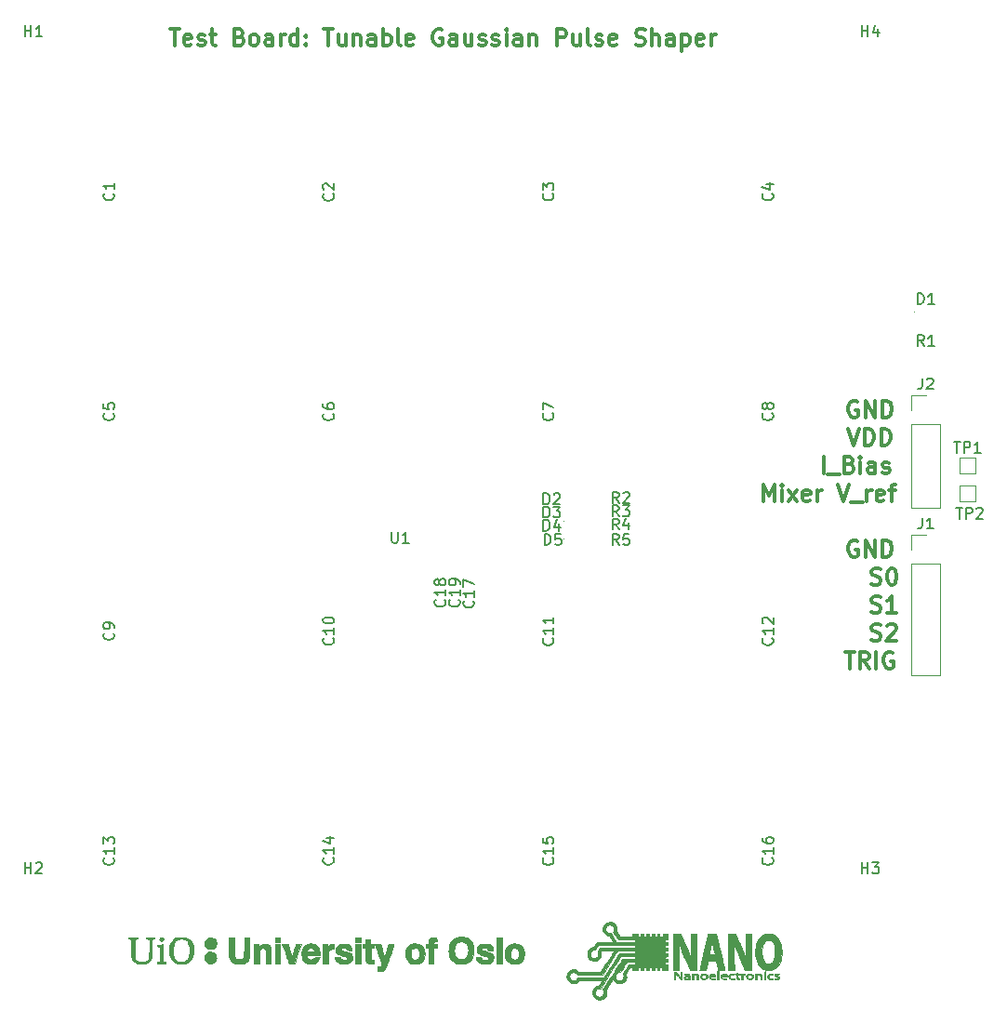
<source format=gbr>
G04 #@! TF.GenerationSoftware,KiCad,Pcbnew,(5.1.5)-3*
G04 #@! TF.CreationDate,2020-04-16T13:08:58+02:00*
G04 #@! TF.ProjectId,TGPG_breakoutboard,54475047-5f62-4726-9561-6b6f7574626f,rev?*
G04 #@! TF.SameCoordinates,Original*
G04 #@! TF.FileFunction,Legend,Top*
G04 #@! TF.FilePolarity,Positive*
%FSLAX46Y46*%
G04 Gerber Fmt 4.6, Leading zero omitted, Abs format (unit mm)*
G04 Created by KiCad (PCBNEW (5.1.5)-3) date 2020-04-16 13:08:58*
%MOMM*%
%LPD*%
G04 APERTURE LIST*
%ADD10C,0.300000*%
%ADD11C,0.010000*%
%ADD12C,0.100000*%
%ADD13C,0.120000*%
%ADD14C,0.150000*%
G04 APERTURE END LIST*
D10*
X176957142Y-91790000D02*
X176814285Y-91718571D01*
X176600000Y-91718571D01*
X176385714Y-91790000D01*
X176242857Y-91932857D01*
X176171428Y-92075714D01*
X176100000Y-92361428D01*
X176100000Y-92575714D01*
X176171428Y-92861428D01*
X176242857Y-93004285D01*
X176385714Y-93147142D01*
X176600000Y-93218571D01*
X176742857Y-93218571D01*
X176957142Y-93147142D01*
X177028571Y-93075714D01*
X177028571Y-92575714D01*
X176742857Y-92575714D01*
X177671428Y-93218571D02*
X177671428Y-91718571D01*
X178528571Y-93218571D01*
X178528571Y-91718571D01*
X179242857Y-93218571D02*
X179242857Y-91718571D01*
X179600000Y-91718571D01*
X179814285Y-91790000D01*
X179957142Y-91932857D01*
X180028571Y-92075714D01*
X180100000Y-92361428D01*
X180100000Y-92575714D01*
X180028571Y-92861428D01*
X179957142Y-93004285D01*
X179814285Y-93147142D01*
X179600000Y-93218571D01*
X179242857Y-93218571D01*
X176957142Y-79090000D02*
X176814285Y-79018571D01*
X176600000Y-79018571D01*
X176385714Y-79090000D01*
X176242857Y-79232857D01*
X176171428Y-79375714D01*
X176100000Y-79661428D01*
X176100000Y-79875714D01*
X176171428Y-80161428D01*
X176242857Y-80304285D01*
X176385714Y-80447142D01*
X176600000Y-80518571D01*
X176742857Y-80518571D01*
X176957142Y-80447142D01*
X177028571Y-80375714D01*
X177028571Y-79875714D01*
X176742857Y-79875714D01*
X177671428Y-80518571D02*
X177671428Y-79018571D01*
X178528571Y-80518571D01*
X178528571Y-79018571D01*
X179242857Y-80518571D02*
X179242857Y-79018571D01*
X179600000Y-79018571D01*
X179814285Y-79090000D01*
X179957142Y-79232857D01*
X180028571Y-79375714D01*
X180100000Y-79661428D01*
X180100000Y-79875714D01*
X180028571Y-80161428D01*
X179957142Y-80304285D01*
X179814285Y-80447142D01*
X179600000Y-80518571D01*
X179242857Y-80518571D01*
X168397142Y-88138571D02*
X168397142Y-86638571D01*
X168897142Y-87710000D01*
X169397142Y-86638571D01*
X169397142Y-88138571D01*
X170111428Y-88138571D02*
X170111428Y-87138571D01*
X170111428Y-86638571D02*
X170040000Y-86710000D01*
X170111428Y-86781428D01*
X170182857Y-86710000D01*
X170111428Y-86638571D01*
X170111428Y-86781428D01*
X170682857Y-88138571D02*
X171468571Y-87138571D01*
X170682857Y-87138571D02*
X171468571Y-88138571D01*
X172611428Y-88067142D02*
X172468571Y-88138571D01*
X172182857Y-88138571D01*
X172040000Y-88067142D01*
X171968571Y-87924285D01*
X171968571Y-87352857D01*
X172040000Y-87210000D01*
X172182857Y-87138571D01*
X172468571Y-87138571D01*
X172611428Y-87210000D01*
X172682857Y-87352857D01*
X172682857Y-87495714D01*
X171968571Y-87638571D01*
X173325714Y-88138571D02*
X173325714Y-87138571D01*
X173325714Y-87424285D02*
X173397142Y-87281428D01*
X173468571Y-87210000D01*
X173611428Y-87138571D01*
X173754285Y-87138571D01*
X175182857Y-86638571D02*
X175682857Y-88138571D01*
X176182857Y-86638571D01*
X176325714Y-88281428D02*
X177468571Y-88281428D01*
X177825714Y-88138571D02*
X177825714Y-87138571D01*
X177825714Y-87424285D02*
X177897142Y-87281428D01*
X177968571Y-87210000D01*
X178111428Y-87138571D01*
X178254285Y-87138571D01*
X179325714Y-88067142D02*
X179182857Y-88138571D01*
X178897142Y-88138571D01*
X178754285Y-88067142D01*
X178682857Y-87924285D01*
X178682857Y-87352857D01*
X178754285Y-87210000D01*
X178897142Y-87138571D01*
X179182857Y-87138571D01*
X179325714Y-87210000D01*
X179397142Y-87352857D01*
X179397142Y-87495714D01*
X178682857Y-87638571D01*
X179825714Y-87138571D02*
X180397142Y-87138571D01*
X180040000Y-88138571D02*
X180040000Y-86852857D01*
X180111428Y-86710000D01*
X180254285Y-86638571D01*
X180397142Y-86638571D01*
X173865714Y-85598571D02*
X173865714Y-84098571D01*
X174222857Y-85741428D02*
X175365714Y-85741428D01*
X176222857Y-84812857D02*
X176437142Y-84884285D01*
X176508571Y-84955714D01*
X176580000Y-85098571D01*
X176580000Y-85312857D01*
X176508571Y-85455714D01*
X176437142Y-85527142D01*
X176294285Y-85598571D01*
X175722857Y-85598571D01*
X175722857Y-84098571D01*
X176222857Y-84098571D01*
X176365714Y-84170000D01*
X176437142Y-84241428D01*
X176508571Y-84384285D01*
X176508571Y-84527142D01*
X176437142Y-84670000D01*
X176365714Y-84741428D01*
X176222857Y-84812857D01*
X175722857Y-84812857D01*
X177222857Y-85598571D02*
X177222857Y-84598571D01*
X177222857Y-84098571D02*
X177151428Y-84170000D01*
X177222857Y-84241428D01*
X177294285Y-84170000D01*
X177222857Y-84098571D01*
X177222857Y-84241428D01*
X178580000Y-85598571D02*
X178580000Y-84812857D01*
X178508571Y-84670000D01*
X178365714Y-84598571D01*
X178080000Y-84598571D01*
X177937142Y-84670000D01*
X178580000Y-85527142D02*
X178437142Y-85598571D01*
X178080000Y-85598571D01*
X177937142Y-85527142D01*
X177865714Y-85384285D01*
X177865714Y-85241428D01*
X177937142Y-85098571D01*
X178080000Y-85027142D01*
X178437142Y-85027142D01*
X178580000Y-84955714D01*
X179222857Y-85527142D02*
X179365714Y-85598571D01*
X179651428Y-85598571D01*
X179794285Y-85527142D01*
X179865714Y-85384285D01*
X179865714Y-85312857D01*
X179794285Y-85170000D01*
X179651428Y-85098571D01*
X179437142Y-85098571D01*
X179294285Y-85027142D01*
X179222857Y-84884285D01*
X179222857Y-84812857D01*
X179294285Y-84670000D01*
X179437142Y-84598571D01*
X179651428Y-84598571D01*
X179794285Y-84670000D01*
X176100000Y-81558571D02*
X176600000Y-83058571D01*
X177100000Y-81558571D01*
X177600000Y-83058571D02*
X177600000Y-81558571D01*
X177957142Y-81558571D01*
X178171428Y-81630000D01*
X178314285Y-81772857D01*
X178385714Y-81915714D01*
X178457142Y-82201428D01*
X178457142Y-82415714D01*
X178385714Y-82701428D01*
X178314285Y-82844285D01*
X178171428Y-82987142D01*
X177957142Y-83058571D01*
X177600000Y-83058571D01*
X179100000Y-83058571D02*
X179100000Y-81558571D01*
X179457142Y-81558571D01*
X179671428Y-81630000D01*
X179814285Y-81772857D01*
X179885714Y-81915714D01*
X179957142Y-82201428D01*
X179957142Y-82415714D01*
X179885714Y-82701428D01*
X179814285Y-82844285D01*
X179671428Y-82987142D01*
X179457142Y-83058571D01*
X179100000Y-83058571D01*
X175814285Y-101878571D02*
X176671428Y-101878571D01*
X176242857Y-103378571D02*
X176242857Y-101878571D01*
X178028571Y-103378571D02*
X177528571Y-102664285D01*
X177171428Y-103378571D02*
X177171428Y-101878571D01*
X177742857Y-101878571D01*
X177885714Y-101950000D01*
X177957142Y-102021428D01*
X178028571Y-102164285D01*
X178028571Y-102378571D01*
X177957142Y-102521428D01*
X177885714Y-102592857D01*
X177742857Y-102664285D01*
X177171428Y-102664285D01*
X178671428Y-103378571D02*
X178671428Y-101878571D01*
X180171428Y-101950000D02*
X180028571Y-101878571D01*
X179814285Y-101878571D01*
X179600000Y-101950000D01*
X179457142Y-102092857D01*
X179385714Y-102235714D01*
X179314285Y-102521428D01*
X179314285Y-102735714D01*
X179385714Y-103021428D01*
X179457142Y-103164285D01*
X179600000Y-103307142D01*
X179814285Y-103378571D01*
X179957142Y-103378571D01*
X180171428Y-103307142D01*
X180242857Y-103235714D01*
X180242857Y-102735714D01*
X179957142Y-102735714D01*
X178227142Y-100767142D02*
X178441428Y-100838571D01*
X178798571Y-100838571D01*
X178941428Y-100767142D01*
X179012857Y-100695714D01*
X179084285Y-100552857D01*
X179084285Y-100410000D01*
X179012857Y-100267142D01*
X178941428Y-100195714D01*
X178798571Y-100124285D01*
X178512857Y-100052857D01*
X178370000Y-99981428D01*
X178298571Y-99910000D01*
X178227142Y-99767142D01*
X178227142Y-99624285D01*
X178298571Y-99481428D01*
X178370000Y-99410000D01*
X178512857Y-99338571D01*
X178870000Y-99338571D01*
X179084285Y-99410000D01*
X179655714Y-99481428D02*
X179727142Y-99410000D01*
X179870000Y-99338571D01*
X180227142Y-99338571D01*
X180370000Y-99410000D01*
X180441428Y-99481428D01*
X180512857Y-99624285D01*
X180512857Y-99767142D01*
X180441428Y-99981428D01*
X179584285Y-100838571D01*
X180512857Y-100838571D01*
X178227142Y-98227142D02*
X178441428Y-98298571D01*
X178798571Y-98298571D01*
X178941428Y-98227142D01*
X179012857Y-98155714D01*
X179084285Y-98012857D01*
X179084285Y-97870000D01*
X179012857Y-97727142D01*
X178941428Y-97655714D01*
X178798571Y-97584285D01*
X178512857Y-97512857D01*
X178370000Y-97441428D01*
X178298571Y-97370000D01*
X178227142Y-97227142D01*
X178227142Y-97084285D01*
X178298571Y-96941428D01*
X178370000Y-96870000D01*
X178512857Y-96798571D01*
X178870000Y-96798571D01*
X179084285Y-96870000D01*
X180512857Y-98298571D02*
X179655714Y-98298571D01*
X180084285Y-98298571D02*
X180084285Y-96798571D01*
X179941428Y-97012857D01*
X179798571Y-97155714D01*
X179655714Y-97227142D01*
X178227142Y-95687142D02*
X178441428Y-95758571D01*
X178798571Y-95758571D01*
X178941428Y-95687142D01*
X179012857Y-95615714D01*
X179084285Y-95472857D01*
X179084285Y-95330000D01*
X179012857Y-95187142D01*
X178941428Y-95115714D01*
X178798571Y-95044285D01*
X178512857Y-94972857D01*
X178370000Y-94901428D01*
X178298571Y-94830000D01*
X178227142Y-94687142D01*
X178227142Y-94544285D01*
X178298571Y-94401428D01*
X178370000Y-94330000D01*
X178512857Y-94258571D01*
X178870000Y-94258571D01*
X179084285Y-94330000D01*
X180012857Y-94258571D02*
X180155714Y-94258571D01*
X180298571Y-94330000D01*
X180370000Y-94401428D01*
X180441428Y-94544285D01*
X180512857Y-94830000D01*
X180512857Y-95187142D01*
X180441428Y-95472857D01*
X180370000Y-95615714D01*
X180298571Y-95687142D01*
X180155714Y-95758571D01*
X180012857Y-95758571D01*
X179870000Y-95687142D01*
X179798571Y-95615714D01*
X179727142Y-95472857D01*
X179655714Y-95187142D01*
X179655714Y-94830000D01*
X179727142Y-94544285D01*
X179798571Y-94401428D01*
X179870000Y-94330000D01*
X180012857Y-94258571D01*
X114337857Y-45178571D02*
X115195000Y-45178571D01*
X114766428Y-46678571D02*
X114766428Y-45178571D01*
X116266428Y-46607142D02*
X116123571Y-46678571D01*
X115837857Y-46678571D01*
X115695000Y-46607142D01*
X115623571Y-46464285D01*
X115623571Y-45892857D01*
X115695000Y-45750000D01*
X115837857Y-45678571D01*
X116123571Y-45678571D01*
X116266428Y-45750000D01*
X116337857Y-45892857D01*
X116337857Y-46035714D01*
X115623571Y-46178571D01*
X116909285Y-46607142D02*
X117052142Y-46678571D01*
X117337857Y-46678571D01*
X117480714Y-46607142D01*
X117552142Y-46464285D01*
X117552142Y-46392857D01*
X117480714Y-46250000D01*
X117337857Y-46178571D01*
X117123571Y-46178571D01*
X116980714Y-46107142D01*
X116909285Y-45964285D01*
X116909285Y-45892857D01*
X116980714Y-45750000D01*
X117123571Y-45678571D01*
X117337857Y-45678571D01*
X117480714Y-45750000D01*
X117980714Y-45678571D02*
X118552142Y-45678571D01*
X118195000Y-45178571D02*
X118195000Y-46464285D01*
X118266428Y-46607142D01*
X118409285Y-46678571D01*
X118552142Y-46678571D01*
X120695000Y-45892857D02*
X120909285Y-45964285D01*
X120980714Y-46035714D01*
X121052142Y-46178571D01*
X121052142Y-46392857D01*
X120980714Y-46535714D01*
X120909285Y-46607142D01*
X120766428Y-46678571D01*
X120195000Y-46678571D01*
X120195000Y-45178571D01*
X120695000Y-45178571D01*
X120837857Y-45250000D01*
X120909285Y-45321428D01*
X120980714Y-45464285D01*
X120980714Y-45607142D01*
X120909285Y-45750000D01*
X120837857Y-45821428D01*
X120695000Y-45892857D01*
X120195000Y-45892857D01*
X121909285Y-46678571D02*
X121766428Y-46607142D01*
X121695000Y-46535714D01*
X121623571Y-46392857D01*
X121623571Y-45964285D01*
X121695000Y-45821428D01*
X121766428Y-45750000D01*
X121909285Y-45678571D01*
X122123571Y-45678571D01*
X122266428Y-45750000D01*
X122337857Y-45821428D01*
X122409285Y-45964285D01*
X122409285Y-46392857D01*
X122337857Y-46535714D01*
X122266428Y-46607142D01*
X122123571Y-46678571D01*
X121909285Y-46678571D01*
X123695000Y-46678571D02*
X123695000Y-45892857D01*
X123623571Y-45750000D01*
X123480714Y-45678571D01*
X123195000Y-45678571D01*
X123052142Y-45750000D01*
X123695000Y-46607142D02*
X123552142Y-46678571D01*
X123195000Y-46678571D01*
X123052142Y-46607142D01*
X122980714Y-46464285D01*
X122980714Y-46321428D01*
X123052142Y-46178571D01*
X123195000Y-46107142D01*
X123552142Y-46107142D01*
X123695000Y-46035714D01*
X124409285Y-46678571D02*
X124409285Y-45678571D01*
X124409285Y-45964285D02*
X124480714Y-45821428D01*
X124552142Y-45750000D01*
X124695000Y-45678571D01*
X124837857Y-45678571D01*
X125980714Y-46678571D02*
X125980714Y-45178571D01*
X125980714Y-46607142D02*
X125837857Y-46678571D01*
X125552142Y-46678571D01*
X125409285Y-46607142D01*
X125337857Y-46535714D01*
X125266428Y-46392857D01*
X125266428Y-45964285D01*
X125337857Y-45821428D01*
X125409285Y-45750000D01*
X125552142Y-45678571D01*
X125837857Y-45678571D01*
X125980714Y-45750000D01*
X126695000Y-46535714D02*
X126766428Y-46607142D01*
X126695000Y-46678571D01*
X126623571Y-46607142D01*
X126695000Y-46535714D01*
X126695000Y-46678571D01*
X126695000Y-45750000D02*
X126766428Y-45821428D01*
X126695000Y-45892857D01*
X126623571Y-45821428D01*
X126695000Y-45750000D01*
X126695000Y-45892857D01*
X128337857Y-45178571D02*
X129195000Y-45178571D01*
X128766428Y-46678571D02*
X128766428Y-45178571D01*
X130337857Y-45678571D02*
X130337857Y-46678571D01*
X129695000Y-45678571D02*
X129695000Y-46464285D01*
X129766428Y-46607142D01*
X129909285Y-46678571D01*
X130123571Y-46678571D01*
X130266428Y-46607142D01*
X130337857Y-46535714D01*
X131052142Y-45678571D02*
X131052142Y-46678571D01*
X131052142Y-45821428D02*
X131123571Y-45750000D01*
X131266428Y-45678571D01*
X131480714Y-45678571D01*
X131623571Y-45750000D01*
X131695000Y-45892857D01*
X131695000Y-46678571D01*
X133052142Y-46678571D02*
X133052142Y-45892857D01*
X132980714Y-45750000D01*
X132837857Y-45678571D01*
X132552142Y-45678571D01*
X132409285Y-45750000D01*
X133052142Y-46607142D02*
X132909285Y-46678571D01*
X132552142Y-46678571D01*
X132409285Y-46607142D01*
X132337857Y-46464285D01*
X132337857Y-46321428D01*
X132409285Y-46178571D01*
X132552142Y-46107142D01*
X132909285Y-46107142D01*
X133052142Y-46035714D01*
X133766428Y-46678571D02*
X133766428Y-45178571D01*
X133766428Y-45750000D02*
X133909285Y-45678571D01*
X134195000Y-45678571D01*
X134337857Y-45750000D01*
X134409285Y-45821428D01*
X134480714Y-45964285D01*
X134480714Y-46392857D01*
X134409285Y-46535714D01*
X134337857Y-46607142D01*
X134195000Y-46678571D01*
X133909285Y-46678571D01*
X133766428Y-46607142D01*
X135337857Y-46678571D02*
X135195000Y-46607142D01*
X135123571Y-46464285D01*
X135123571Y-45178571D01*
X136480714Y-46607142D02*
X136337857Y-46678571D01*
X136052142Y-46678571D01*
X135909285Y-46607142D01*
X135837857Y-46464285D01*
X135837857Y-45892857D01*
X135909285Y-45750000D01*
X136052142Y-45678571D01*
X136337857Y-45678571D01*
X136480714Y-45750000D01*
X136552142Y-45892857D01*
X136552142Y-46035714D01*
X135837857Y-46178571D01*
X139123571Y-45250000D02*
X138980714Y-45178571D01*
X138766428Y-45178571D01*
X138552142Y-45250000D01*
X138409285Y-45392857D01*
X138337857Y-45535714D01*
X138266428Y-45821428D01*
X138266428Y-46035714D01*
X138337857Y-46321428D01*
X138409285Y-46464285D01*
X138552142Y-46607142D01*
X138766428Y-46678571D01*
X138909285Y-46678571D01*
X139123571Y-46607142D01*
X139195000Y-46535714D01*
X139195000Y-46035714D01*
X138909285Y-46035714D01*
X140480714Y-46678571D02*
X140480714Y-45892857D01*
X140409285Y-45750000D01*
X140266428Y-45678571D01*
X139980714Y-45678571D01*
X139837857Y-45750000D01*
X140480714Y-46607142D02*
X140337857Y-46678571D01*
X139980714Y-46678571D01*
X139837857Y-46607142D01*
X139766428Y-46464285D01*
X139766428Y-46321428D01*
X139837857Y-46178571D01*
X139980714Y-46107142D01*
X140337857Y-46107142D01*
X140480714Y-46035714D01*
X141837857Y-45678571D02*
X141837857Y-46678571D01*
X141195000Y-45678571D02*
X141195000Y-46464285D01*
X141266428Y-46607142D01*
X141409285Y-46678571D01*
X141623571Y-46678571D01*
X141766428Y-46607142D01*
X141837857Y-46535714D01*
X142480714Y-46607142D02*
X142623571Y-46678571D01*
X142909285Y-46678571D01*
X143052142Y-46607142D01*
X143123571Y-46464285D01*
X143123571Y-46392857D01*
X143052142Y-46250000D01*
X142909285Y-46178571D01*
X142695000Y-46178571D01*
X142552142Y-46107142D01*
X142480714Y-45964285D01*
X142480714Y-45892857D01*
X142552142Y-45750000D01*
X142695000Y-45678571D01*
X142909285Y-45678571D01*
X143052142Y-45750000D01*
X143695000Y-46607142D02*
X143837857Y-46678571D01*
X144123571Y-46678571D01*
X144266428Y-46607142D01*
X144337857Y-46464285D01*
X144337857Y-46392857D01*
X144266428Y-46250000D01*
X144123571Y-46178571D01*
X143909285Y-46178571D01*
X143766428Y-46107142D01*
X143695000Y-45964285D01*
X143695000Y-45892857D01*
X143766428Y-45750000D01*
X143909285Y-45678571D01*
X144123571Y-45678571D01*
X144266428Y-45750000D01*
X144980714Y-46678571D02*
X144980714Y-45678571D01*
X144980714Y-45178571D02*
X144909285Y-45250000D01*
X144980714Y-45321428D01*
X145052142Y-45250000D01*
X144980714Y-45178571D01*
X144980714Y-45321428D01*
X146337857Y-46678571D02*
X146337857Y-45892857D01*
X146266428Y-45750000D01*
X146123571Y-45678571D01*
X145837857Y-45678571D01*
X145695000Y-45750000D01*
X146337857Y-46607142D02*
X146195000Y-46678571D01*
X145837857Y-46678571D01*
X145695000Y-46607142D01*
X145623571Y-46464285D01*
X145623571Y-46321428D01*
X145695000Y-46178571D01*
X145837857Y-46107142D01*
X146195000Y-46107142D01*
X146337857Y-46035714D01*
X147052142Y-45678571D02*
X147052142Y-46678571D01*
X147052142Y-45821428D02*
X147123571Y-45750000D01*
X147266428Y-45678571D01*
X147480714Y-45678571D01*
X147623571Y-45750000D01*
X147695000Y-45892857D01*
X147695000Y-46678571D01*
X149552142Y-46678571D02*
X149552142Y-45178571D01*
X150123571Y-45178571D01*
X150266428Y-45250000D01*
X150337857Y-45321428D01*
X150409285Y-45464285D01*
X150409285Y-45678571D01*
X150337857Y-45821428D01*
X150266428Y-45892857D01*
X150123571Y-45964285D01*
X149552142Y-45964285D01*
X151695000Y-45678571D02*
X151695000Y-46678571D01*
X151052142Y-45678571D02*
X151052142Y-46464285D01*
X151123571Y-46607142D01*
X151266428Y-46678571D01*
X151480714Y-46678571D01*
X151623571Y-46607142D01*
X151695000Y-46535714D01*
X152623571Y-46678571D02*
X152480714Y-46607142D01*
X152409285Y-46464285D01*
X152409285Y-45178571D01*
X153123571Y-46607142D02*
X153266428Y-46678571D01*
X153552142Y-46678571D01*
X153695000Y-46607142D01*
X153766428Y-46464285D01*
X153766428Y-46392857D01*
X153695000Y-46250000D01*
X153552142Y-46178571D01*
X153337857Y-46178571D01*
X153195000Y-46107142D01*
X153123571Y-45964285D01*
X153123571Y-45892857D01*
X153195000Y-45750000D01*
X153337857Y-45678571D01*
X153552142Y-45678571D01*
X153695000Y-45750000D01*
X154980714Y-46607142D02*
X154837857Y-46678571D01*
X154552142Y-46678571D01*
X154409285Y-46607142D01*
X154337857Y-46464285D01*
X154337857Y-45892857D01*
X154409285Y-45750000D01*
X154552142Y-45678571D01*
X154837857Y-45678571D01*
X154980714Y-45750000D01*
X155052142Y-45892857D01*
X155052142Y-46035714D01*
X154337857Y-46178571D01*
X156766428Y-46607142D02*
X156980714Y-46678571D01*
X157337857Y-46678571D01*
X157480714Y-46607142D01*
X157552142Y-46535714D01*
X157623571Y-46392857D01*
X157623571Y-46250000D01*
X157552142Y-46107142D01*
X157480714Y-46035714D01*
X157337857Y-45964285D01*
X157052142Y-45892857D01*
X156909285Y-45821428D01*
X156837857Y-45750000D01*
X156766428Y-45607142D01*
X156766428Y-45464285D01*
X156837857Y-45321428D01*
X156909285Y-45250000D01*
X157052142Y-45178571D01*
X157409285Y-45178571D01*
X157623571Y-45250000D01*
X158266428Y-46678571D02*
X158266428Y-45178571D01*
X158909285Y-46678571D02*
X158909285Y-45892857D01*
X158837857Y-45750000D01*
X158695000Y-45678571D01*
X158480714Y-45678571D01*
X158337857Y-45750000D01*
X158266428Y-45821428D01*
X160266428Y-46678571D02*
X160266428Y-45892857D01*
X160195000Y-45750000D01*
X160052142Y-45678571D01*
X159766428Y-45678571D01*
X159623571Y-45750000D01*
X160266428Y-46607142D02*
X160123571Y-46678571D01*
X159766428Y-46678571D01*
X159623571Y-46607142D01*
X159552142Y-46464285D01*
X159552142Y-46321428D01*
X159623571Y-46178571D01*
X159766428Y-46107142D01*
X160123571Y-46107142D01*
X160266428Y-46035714D01*
X160980714Y-45678571D02*
X160980714Y-47178571D01*
X160980714Y-45750000D02*
X161123571Y-45678571D01*
X161409285Y-45678571D01*
X161552142Y-45750000D01*
X161623571Y-45821428D01*
X161695000Y-45964285D01*
X161695000Y-46392857D01*
X161623571Y-46535714D01*
X161552142Y-46607142D01*
X161409285Y-46678571D01*
X161123571Y-46678571D01*
X160980714Y-46607142D01*
X162909285Y-46607142D02*
X162766428Y-46678571D01*
X162480714Y-46678571D01*
X162337857Y-46607142D01*
X162266428Y-46464285D01*
X162266428Y-45892857D01*
X162337857Y-45750000D01*
X162480714Y-45678571D01*
X162766428Y-45678571D01*
X162909285Y-45750000D01*
X162980714Y-45892857D01*
X162980714Y-46035714D01*
X162266428Y-46178571D01*
X163623571Y-46678571D02*
X163623571Y-45678571D01*
X163623571Y-45964285D02*
X163695000Y-45821428D01*
X163766428Y-45750000D01*
X163909285Y-45678571D01*
X164052142Y-45678571D01*
D11*
G36*
X113648176Y-127862224D02*
G01*
X113708737Y-127906198D01*
X113742210Y-127970873D01*
X113743894Y-128049201D01*
X113730416Y-128093538D01*
X113685360Y-128157598D01*
X113621582Y-128192526D01*
X113548422Y-128196386D01*
X113475218Y-128167240D01*
X113453649Y-128150920D01*
X113409131Y-128090818D01*
X113395556Y-128021950D01*
X113409483Y-127953713D01*
X113447474Y-127895505D01*
X113506089Y-127856723D01*
X113565232Y-127846000D01*
X113648176Y-127862224D01*
G37*
X113648176Y-127862224D02*
X113708737Y-127906198D01*
X113742210Y-127970873D01*
X113743894Y-128049201D01*
X113730416Y-128093538D01*
X113685360Y-128157598D01*
X113621582Y-128192526D01*
X113548422Y-128196386D01*
X113475218Y-128167240D01*
X113453649Y-128150920D01*
X113409131Y-128090818D01*
X113395556Y-128021950D01*
X113409483Y-127953713D01*
X113447474Y-127895505D01*
X113506089Y-127856723D01*
X113565232Y-127846000D01*
X113648176Y-127862224D01*
G36*
X131735231Y-128314923D02*
G01*
X131246769Y-128314923D01*
X131246769Y-127885077D01*
X131735231Y-127885077D01*
X131735231Y-128314923D01*
G37*
X131735231Y-128314923D02*
X131246769Y-128314923D01*
X131246769Y-127885077D01*
X131735231Y-127885077D01*
X131735231Y-128314923D01*
G36*
X124388769Y-128314923D02*
G01*
X123919846Y-128314923D01*
X123919846Y-127885077D01*
X124388769Y-127885077D01*
X124388769Y-128314923D01*
G37*
X124388769Y-128314923D02*
X123919846Y-128314923D01*
X123919846Y-127885077D01*
X124388769Y-127885077D01*
X124388769Y-128314923D01*
G36*
X118176209Y-127882979D02*
G01*
X118304856Y-127933024D01*
X118411528Y-128012256D01*
X118492811Y-128117258D01*
X118545293Y-128244613D01*
X118565561Y-128390904D01*
X118565688Y-128402846D01*
X118548416Y-128550949D01*
X118497030Y-128680767D01*
X118412985Y-128790024D01*
X118297741Y-128876444D01*
X118245200Y-128903218D01*
X118155074Y-128929370D01*
X118045855Y-128939660D01*
X117934165Y-128934088D01*
X117836623Y-128912653D01*
X117812800Y-128903218D01*
X117686603Y-128826213D01*
X117590149Y-128724834D01*
X117525464Y-128602236D01*
X117494576Y-128461575D01*
X117492121Y-128403894D01*
X117509898Y-128255799D01*
X117560017Y-128126573D01*
X117639122Y-128019581D01*
X117743860Y-127938186D01*
X117870874Y-127885754D01*
X118016808Y-127865650D01*
X118029000Y-127865538D01*
X118176209Y-127882979D01*
G37*
X118176209Y-127882979D02*
X118304856Y-127933024D01*
X118411528Y-128012256D01*
X118492811Y-128117258D01*
X118545293Y-128244613D01*
X118565561Y-128390904D01*
X118565688Y-128402846D01*
X118548416Y-128550949D01*
X118497030Y-128680767D01*
X118412985Y-128790024D01*
X118297741Y-128876444D01*
X118245200Y-128903218D01*
X118155074Y-128929370D01*
X118045855Y-128939660D01*
X117934165Y-128934088D01*
X117836623Y-128912653D01*
X117812800Y-128903218D01*
X117686603Y-128826213D01*
X117590149Y-128724834D01*
X117525464Y-128602236D01*
X117494576Y-128461575D01*
X117492121Y-128403894D01*
X117509898Y-128255799D01*
X117560017Y-128126573D01*
X117639122Y-128019581D01*
X117743860Y-127938186D01*
X117870874Y-127885754D01*
X118016808Y-127865650D01*
X118029000Y-127865538D01*
X118176209Y-127882979D01*
G36*
X144572000Y-130229692D02*
G01*
X144103077Y-130229692D01*
X144103077Y-127885077D01*
X144572000Y-127885077D01*
X144572000Y-130229692D01*
G37*
X144572000Y-130229692D02*
X144103077Y-130229692D01*
X144103077Y-127885077D01*
X144572000Y-127885077D01*
X144572000Y-130229692D01*
G36*
X138468618Y-127869556D02*
G01*
X138622539Y-127875308D01*
X138633723Y-128256308D01*
X138525554Y-128256308D01*
X138435947Y-128265391D01*
X138377633Y-128294792D01*
X138346765Y-128347740D01*
X138339231Y-128412615D01*
X138339231Y-128490769D01*
X138632308Y-128490769D01*
X138632308Y-128821211D01*
X138490654Y-128826952D01*
X138349000Y-128832692D01*
X138343869Y-129531192D01*
X138338737Y-130229692D01*
X137889846Y-130229692D01*
X137889846Y-128822923D01*
X137635846Y-128822923D01*
X137635846Y-128490769D01*
X137889846Y-128490769D01*
X137890275Y-128339346D01*
X137903040Y-128195567D01*
X137941269Y-128079293D01*
X138006208Y-127989513D01*
X138099103Y-127925216D01*
X138221199Y-127885389D01*
X138373742Y-127869020D01*
X138468618Y-127869556D01*
G37*
X138468618Y-127869556D02*
X138622539Y-127875308D01*
X138633723Y-128256308D01*
X138525554Y-128256308D01*
X138435947Y-128265391D01*
X138377633Y-128294792D01*
X138346765Y-128347740D01*
X138339231Y-128412615D01*
X138339231Y-128490769D01*
X138632308Y-128490769D01*
X138632308Y-128821211D01*
X138490654Y-128826952D01*
X138349000Y-128832692D01*
X138343869Y-129531192D01*
X138338737Y-130229692D01*
X137889846Y-130229692D01*
X137889846Y-128822923D01*
X137635846Y-128822923D01*
X137635846Y-128490769D01*
X137889846Y-128490769D01*
X137890275Y-128339346D01*
X137903040Y-128195567D01*
X137941269Y-128079293D01*
X138006208Y-127989513D01*
X138099103Y-127925216D01*
X138221199Y-127885389D01*
X138373742Y-127869020D01*
X138468618Y-127869556D01*
G36*
X131735231Y-130229692D02*
G01*
X131246769Y-130229692D01*
X131246769Y-128490769D01*
X131735231Y-128490769D01*
X131735231Y-130229692D01*
G37*
X131735231Y-130229692D02*
X131246769Y-130229692D01*
X131246769Y-128490769D01*
X131735231Y-128490769D01*
X131735231Y-130229692D01*
G36*
X129253846Y-128920615D02*
G01*
X129176654Y-128920615D01*
X129068491Y-128929201D01*
X128965322Y-128952593D01*
X128880126Y-128987243D01*
X128843290Y-129011746D01*
X128810316Y-129044021D01*
X128784037Y-129082344D01*
X128763728Y-129131258D01*
X128748664Y-129195306D01*
X128738121Y-129279031D01*
X128731372Y-129386976D01*
X128727693Y-129523685D01*
X128726360Y-129693701D01*
X128726308Y-129744777D01*
X128726308Y-130229692D01*
X128257385Y-130229692D01*
X128257385Y-128490769D01*
X128687231Y-128490769D01*
X128688380Y-128632423D01*
X128689916Y-128703771D01*
X128693865Y-128741176D01*
X128701429Y-128749754D01*
X128712803Y-128736283D01*
X128767893Y-128662547D01*
X128839183Y-128588283D01*
X128913929Y-128525674D01*
X128968530Y-128491741D01*
X129064189Y-128460843D01*
X129152553Y-128451692D01*
X129253846Y-128451692D01*
X129253846Y-128920615D01*
G37*
X129253846Y-128920615D02*
X129176654Y-128920615D01*
X129068491Y-128929201D01*
X128965322Y-128952593D01*
X128880126Y-128987243D01*
X128843290Y-129011746D01*
X128810316Y-129044021D01*
X128784037Y-129082344D01*
X128763728Y-129131258D01*
X128748664Y-129195306D01*
X128738121Y-129279031D01*
X128731372Y-129386976D01*
X128727693Y-129523685D01*
X128726360Y-129693701D01*
X128726308Y-129744777D01*
X128726308Y-130229692D01*
X128257385Y-130229692D01*
X128257385Y-128490769D01*
X128687231Y-128490769D01*
X128688380Y-128632423D01*
X128689916Y-128703771D01*
X128693865Y-128741176D01*
X128701429Y-128749754D01*
X128712803Y-128736283D01*
X128767893Y-128662547D01*
X128839183Y-128588283D01*
X128913929Y-128525674D01*
X128968530Y-128491741D01*
X129064189Y-128460843D01*
X129152553Y-128451692D01*
X129253846Y-128451692D01*
X129253846Y-128920615D01*
G36*
X126052936Y-128495045D02*
G01*
X126297505Y-128500538D01*
X125990322Y-129360231D01*
X125683138Y-130219923D01*
X125438326Y-130225378D01*
X125193514Y-130230832D01*
X125161972Y-130147224D01*
X125148683Y-130111120D01*
X125123768Y-130042568D01*
X125088790Y-129945903D01*
X125045314Y-129825459D01*
X124994904Y-129685572D01*
X124939124Y-129530577D01*
X124879538Y-129364808D01*
X124849826Y-129282077D01*
X124569220Y-128500538D01*
X124824284Y-128495063D01*
X124927284Y-128494259D01*
X125010252Y-128496399D01*
X125066884Y-128501168D01*
X125090880Y-128508252D01*
X125090952Y-128508363D01*
X125099045Y-128531192D01*
X125116421Y-128586872D01*
X125141672Y-128670664D01*
X125173389Y-128777833D01*
X125210165Y-128903642D01*
X125250591Y-129043354D01*
X125268273Y-129104876D01*
X125309616Y-129247937D01*
X125347821Y-129378097D01*
X125381509Y-129490818D01*
X125409301Y-129581560D01*
X125429817Y-129645784D01*
X125441679Y-129678951D01*
X125443803Y-129682535D01*
X125451412Y-129664472D01*
X125468289Y-129613353D01*
X125493056Y-129533717D01*
X125524333Y-129430105D01*
X125560738Y-129307058D01*
X125600892Y-129169116D01*
X125619447Y-129104682D01*
X125661007Y-128960558D01*
X125699502Y-128828358D01*
X125733522Y-128712816D01*
X125761659Y-128618667D01*
X125782506Y-128550647D01*
X125794654Y-128513491D01*
X125796822Y-128508231D01*
X125820252Y-128501125D01*
X125875971Y-128496344D01*
X125957245Y-128494236D01*
X126052936Y-128495045D01*
G37*
X126052936Y-128495045D02*
X126297505Y-128500538D01*
X125990322Y-129360231D01*
X125683138Y-130219923D01*
X125438326Y-130225378D01*
X125193514Y-130230832D01*
X125161972Y-130147224D01*
X125148683Y-130111120D01*
X125123768Y-130042568D01*
X125088790Y-129945903D01*
X125045314Y-129825459D01*
X124994904Y-129685572D01*
X124939124Y-129530577D01*
X124879538Y-129364808D01*
X124849826Y-129282077D01*
X124569220Y-128500538D01*
X124824284Y-128495063D01*
X124927284Y-128494259D01*
X125010252Y-128496399D01*
X125066884Y-128501168D01*
X125090880Y-128508252D01*
X125090952Y-128508363D01*
X125099045Y-128531192D01*
X125116421Y-128586872D01*
X125141672Y-128670664D01*
X125173389Y-128777833D01*
X125210165Y-128903642D01*
X125250591Y-129043354D01*
X125268273Y-129104876D01*
X125309616Y-129247937D01*
X125347821Y-129378097D01*
X125381509Y-129490818D01*
X125409301Y-129581560D01*
X125429817Y-129645784D01*
X125441679Y-129678951D01*
X125443803Y-129682535D01*
X125451412Y-129664472D01*
X125468289Y-129613353D01*
X125493056Y-129533717D01*
X125524333Y-129430105D01*
X125560738Y-129307058D01*
X125600892Y-129169116D01*
X125619447Y-129104682D01*
X125661007Y-128960558D01*
X125699502Y-128828358D01*
X125733522Y-128712816D01*
X125761659Y-128618667D01*
X125782506Y-128550647D01*
X125794654Y-128513491D01*
X125796822Y-128508231D01*
X125820252Y-128501125D01*
X125875971Y-128496344D01*
X125957245Y-128494236D01*
X126052936Y-128495045D01*
G36*
X124388769Y-130229692D02*
G01*
X123919846Y-130229692D01*
X123919846Y-128490769D01*
X124388769Y-128490769D01*
X124388769Y-130229692D01*
G37*
X124388769Y-130229692D02*
X123919846Y-130229692D01*
X123919846Y-128490769D01*
X124388769Y-128490769D01*
X124388769Y-130229692D01*
G36*
X123086575Y-128457103D02*
G01*
X123213204Y-128481053D01*
X123319343Y-128530200D01*
X123402278Y-128597403D01*
X123438299Y-128634987D01*
X123467877Y-128671606D01*
X123491646Y-128711419D01*
X123510238Y-128758585D01*
X123524286Y-128817264D01*
X123534424Y-128891616D01*
X123541283Y-128985799D01*
X123545497Y-129103974D01*
X123547699Y-129250299D01*
X123548521Y-129428935D01*
X123548615Y-129559162D01*
X123548615Y-130229692D01*
X123079692Y-130229692D01*
X123079583Y-129658192D01*
X123078898Y-129506443D01*
X123077013Y-129365515D01*
X123074095Y-129240905D01*
X123070312Y-129138108D01*
X123065830Y-129062618D01*
X123060817Y-129019931D01*
X123060075Y-129016857D01*
X123032169Y-128954673D01*
X122991561Y-128900947D01*
X122990174Y-128899626D01*
X122927811Y-128864837D01*
X122844234Y-128849792D01*
X122751954Y-128854495D01*
X122663482Y-128878949D01*
X122623070Y-128899513D01*
X122583406Y-128925840D01*
X122551512Y-128953565D01*
X122526541Y-128987068D01*
X122507646Y-129030730D01*
X122493978Y-129088935D01*
X122484691Y-129166062D01*
X122478937Y-129266493D01*
X122475869Y-129394610D01*
X122474638Y-129554794D01*
X122474429Y-129667962D01*
X122474000Y-130229692D01*
X122005077Y-130229692D01*
X122005077Y-128490769D01*
X122454462Y-128490769D01*
X122454462Y-128578692D01*
X122457957Y-128638869D01*
X122471150Y-128662271D01*
X122498099Y-128650791D01*
X122534094Y-128615835D01*
X122631899Y-128538937D01*
X122757989Y-128485966D01*
X122908661Y-128458398D01*
X122933406Y-128456530D01*
X123086575Y-128457103D01*
G37*
X123086575Y-128457103D02*
X123213204Y-128481053D01*
X123319343Y-128530200D01*
X123402278Y-128597403D01*
X123438299Y-128634987D01*
X123467877Y-128671606D01*
X123491646Y-128711419D01*
X123510238Y-128758585D01*
X123524286Y-128817264D01*
X123534424Y-128891616D01*
X123541283Y-128985799D01*
X123545497Y-129103974D01*
X123547699Y-129250299D01*
X123548521Y-129428935D01*
X123548615Y-129559162D01*
X123548615Y-130229692D01*
X123079692Y-130229692D01*
X123079583Y-129658192D01*
X123078898Y-129506443D01*
X123077013Y-129365515D01*
X123074095Y-129240905D01*
X123070312Y-129138108D01*
X123065830Y-129062618D01*
X123060817Y-129019931D01*
X123060075Y-129016857D01*
X123032169Y-128954673D01*
X122991561Y-128900947D01*
X122990174Y-128899626D01*
X122927811Y-128864837D01*
X122844234Y-128849792D01*
X122751954Y-128854495D01*
X122663482Y-128878949D01*
X122623070Y-128899513D01*
X122583406Y-128925840D01*
X122551512Y-128953565D01*
X122526541Y-128987068D01*
X122507646Y-129030730D01*
X122493978Y-129088935D01*
X122484691Y-129166062D01*
X122478937Y-129266493D01*
X122475869Y-129394610D01*
X122474638Y-129554794D01*
X122474429Y-129667962D01*
X122474000Y-130229692D01*
X122005077Y-130229692D01*
X122005077Y-128490769D01*
X122454462Y-128490769D01*
X122454462Y-128578692D01*
X122457957Y-128638869D01*
X122471150Y-128662271D01*
X122498099Y-128650791D01*
X122534094Y-128615835D01*
X122631899Y-128538937D01*
X122757989Y-128485966D01*
X122908661Y-128458398D01*
X122933406Y-128456530D01*
X123086575Y-128457103D01*
G36*
X113693221Y-128518593D02*
G01*
X113698195Y-128545396D01*
X113701993Y-128593581D01*
X113704683Y-128666021D01*
X113706332Y-128765588D01*
X113707008Y-128895155D01*
X113706780Y-129057595D01*
X113705715Y-129255782D01*
X113705477Y-129290319D01*
X113699953Y-130070349D01*
X113812938Y-130092559D01*
X113891556Y-130108558D01*
X113939420Y-130121358D01*
X113964158Y-130135090D01*
X113973398Y-130153887D01*
X113974769Y-130180233D01*
X113974769Y-130229692D01*
X113154154Y-130229692D01*
X113154154Y-130180233D01*
X113155741Y-130152756D01*
X113165595Y-130134294D01*
X113191353Y-130120701D01*
X113240653Y-130107835D01*
X113315604Y-130092638D01*
X113428209Y-130070507D01*
X113417923Y-128756445D01*
X113294321Y-128709253D01*
X113216850Y-128674435D01*
X113167766Y-128641029D01*
X113150821Y-128612047D01*
X113156799Y-128598842D01*
X113177465Y-128593329D01*
X113228061Y-128583362D01*
X113299887Y-128570393D01*
X113384247Y-128555874D01*
X113472442Y-128541260D01*
X113555773Y-128528001D01*
X113625542Y-128517552D01*
X113673052Y-128511363D01*
X113687001Y-128510299D01*
X113693221Y-128518593D01*
G37*
X113693221Y-128518593D02*
X113698195Y-128545396D01*
X113701993Y-128593581D01*
X113704683Y-128666021D01*
X113706332Y-128765588D01*
X113707008Y-128895155D01*
X113706780Y-129057595D01*
X113705715Y-129255782D01*
X113705477Y-129290319D01*
X113699953Y-130070349D01*
X113812938Y-130092559D01*
X113891556Y-130108558D01*
X113939420Y-130121358D01*
X113964158Y-130135090D01*
X113973398Y-130153887D01*
X113974769Y-130180233D01*
X113974769Y-130229692D01*
X113154154Y-130229692D01*
X113154154Y-130180233D01*
X113155741Y-130152756D01*
X113165595Y-130134294D01*
X113191353Y-130120701D01*
X113240653Y-130107835D01*
X113315604Y-130092638D01*
X113428209Y-130070507D01*
X113417923Y-128756445D01*
X113294321Y-128709253D01*
X113216850Y-128674435D01*
X113167766Y-128641029D01*
X113150821Y-128612047D01*
X113156799Y-128598842D01*
X113177465Y-128593329D01*
X113228061Y-128583362D01*
X113299887Y-128570393D01*
X113384247Y-128555874D01*
X113472442Y-128541260D01*
X113555773Y-128528001D01*
X113625542Y-128517552D01*
X113673052Y-128511363D01*
X113687001Y-128510299D01*
X113693221Y-128518593D01*
G36*
X132614462Y-128490769D02*
G01*
X132888000Y-128490769D01*
X132888000Y-128821138D01*
X132756115Y-128826915D01*
X132624231Y-128832692D01*
X132624231Y-129334855D01*
X132625018Y-129513801D01*
X132627402Y-129654585D01*
X132631421Y-129758090D01*
X132637111Y-129825199D01*
X132644509Y-129856797D01*
X132645871Y-129858633D01*
X132676247Y-129872465D01*
X132731579Y-129885215D01*
X132777755Y-129891627D01*
X132888000Y-129903005D01*
X132888000Y-130249231D01*
X132658423Y-130247551D01*
X132561862Y-130245464D01*
X132474687Y-130241081D01*
X132407232Y-130235071D01*
X132372562Y-130229020D01*
X132316953Y-130203010D01*
X132267467Y-130167199D01*
X132238032Y-130138242D01*
X132214337Y-130108323D01*
X132195686Y-130072945D01*
X132181385Y-130027613D01*
X132170738Y-129967828D01*
X132163048Y-129889094D01*
X132157621Y-129786914D01*
X132153762Y-129656791D01*
X132150773Y-129494227D01*
X132149456Y-129404192D01*
X132141312Y-128822923D01*
X131930615Y-128822923D01*
X131930615Y-128490769D01*
X132145539Y-128490769D01*
X132145539Y-128021846D01*
X132614462Y-128021846D01*
X132614462Y-128490769D01*
G37*
X132614462Y-128490769D02*
X132888000Y-128490769D01*
X132888000Y-128821138D01*
X132756115Y-128826915D01*
X132624231Y-128832692D01*
X132624231Y-129334855D01*
X132625018Y-129513801D01*
X132627402Y-129654585D01*
X132631421Y-129758090D01*
X132637111Y-129825199D01*
X132644509Y-129856797D01*
X132645871Y-129858633D01*
X132676247Y-129872465D01*
X132731579Y-129885215D01*
X132777755Y-129891627D01*
X132888000Y-129903005D01*
X132888000Y-130249231D01*
X132658423Y-130247551D01*
X132561862Y-130245464D01*
X132474687Y-130241081D01*
X132407232Y-130235071D01*
X132372562Y-130229020D01*
X132316953Y-130203010D01*
X132267467Y-130167199D01*
X132238032Y-130138242D01*
X132214337Y-130108323D01*
X132195686Y-130072945D01*
X132181385Y-130027613D01*
X132170738Y-129967828D01*
X132163048Y-129889094D01*
X132157621Y-129786914D01*
X132153762Y-129656791D01*
X132150773Y-129494227D01*
X132149456Y-129404192D01*
X132141312Y-128822923D01*
X131930615Y-128822923D01*
X131930615Y-128490769D01*
X132145539Y-128490769D01*
X132145539Y-128021846D01*
X132614462Y-128021846D01*
X132614462Y-128490769D01*
G36*
X118190849Y-129203315D02*
G01*
X118315143Y-129263742D01*
X118391276Y-129323807D01*
X118480523Y-129422824D01*
X118536015Y-129525534D01*
X118562445Y-129642617D01*
X118566308Y-129722107D01*
X118550310Y-129871344D01*
X118502042Y-129998670D01*
X118421087Y-130104805D01*
X118307030Y-130190470D01*
X118291267Y-130199316D01*
X118192191Y-130238230D01*
X118077218Y-130260420D01*
X117962661Y-130263978D01*
X117869928Y-130248627D01*
X117752842Y-130193289D01*
X117648587Y-130106907D01*
X117566267Y-129997334D01*
X117555192Y-129977126D01*
X117503397Y-129838837D01*
X117489261Y-129699902D01*
X117511893Y-129565162D01*
X117570397Y-129439460D01*
X117663879Y-129327637D01*
X117677344Y-129315434D01*
X117796680Y-129234195D01*
X117925873Y-129188474D01*
X118059177Y-129178203D01*
X118190849Y-129203315D01*
G37*
X118190849Y-129203315D02*
X118315143Y-129263742D01*
X118391276Y-129323807D01*
X118480523Y-129422824D01*
X118536015Y-129525534D01*
X118562445Y-129642617D01*
X118566308Y-129722107D01*
X118550310Y-129871344D01*
X118502042Y-129998670D01*
X118421087Y-130104805D01*
X118307030Y-130190470D01*
X118291267Y-130199316D01*
X118192191Y-130238230D01*
X118077218Y-130260420D01*
X117962661Y-130263978D01*
X117869928Y-130248627D01*
X117752842Y-130193289D01*
X117648587Y-130106907D01*
X117566267Y-129997334D01*
X117555192Y-129977126D01*
X117503397Y-129838837D01*
X117489261Y-129699902D01*
X117511893Y-129565162D01*
X117570397Y-129439460D01*
X117663879Y-129327637D01*
X117677344Y-129315434D01*
X117796680Y-129234195D01*
X117925873Y-129188474D01*
X118059177Y-129178203D01*
X118190849Y-129203315D01*
G36*
X115537524Y-127850995D02*
G01*
X115651377Y-127862029D01*
X115719491Y-127875094D01*
X115904898Y-127942152D01*
X116066712Y-128039862D01*
X116203640Y-128166791D01*
X116314393Y-128321504D01*
X116397680Y-128502568D01*
X116447532Y-128684075D01*
X116467344Y-128824764D01*
X116475977Y-128983896D01*
X116473914Y-129150061D01*
X116461636Y-129311847D01*
X116439626Y-129457840D01*
X116410047Y-129571790D01*
X116327261Y-129762327D01*
X116219528Y-129922797D01*
X116086745Y-130053296D01*
X115928807Y-130153921D01*
X115745609Y-130224769D01*
X115690711Y-130239063D01*
X115591363Y-130255014D01*
X115467404Y-130263977D01*
X115332394Y-130265978D01*
X115199895Y-130261042D01*
X115083466Y-130249197D01*
X115022697Y-130237772D01*
X114841936Y-130174971D01*
X114682487Y-130080104D01*
X114546012Y-129954883D01*
X114434176Y-129801019D01*
X114348640Y-129620224D01*
X114312556Y-129506769D01*
X114295120Y-129413672D01*
X114283405Y-129292821D01*
X114277412Y-129155116D01*
X114277324Y-129108077D01*
X114612004Y-129108077D01*
X114624061Y-129300293D01*
X114652842Y-129482846D01*
X114698600Y-129648126D01*
X114744682Y-129757105D01*
X114831771Y-129888398D01*
X114943713Y-129991843D01*
X115076542Y-130065982D01*
X115226292Y-130109358D01*
X115388998Y-130120514D01*
X115560695Y-130097993D01*
X115625769Y-130080816D01*
X115752939Y-130024307D01*
X115869174Y-129938136D01*
X115961926Y-129831681D01*
X115964857Y-129827305D01*
X116031699Y-129698755D01*
X116083735Y-129540668D01*
X116119584Y-129360208D01*
X116137862Y-129164538D01*
X116137188Y-128960819D01*
X116136017Y-128940154D01*
X116113831Y-128725590D01*
X116075042Y-128543431D01*
X116018409Y-128390151D01*
X115942690Y-128262225D01*
X115866502Y-128174757D01*
X115749448Y-128086227D01*
X115614729Y-128026771D01*
X115469007Y-127995810D01*
X115318943Y-127992760D01*
X115171198Y-128017042D01*
X115032431Y-128068074D01*
X114909304Y-128145275D01*
X114808478Y-128248063D01*
X114793811Y-128268365D01*
X114726008Y-128394761D01*
X114673675Y-128549539D01*
X114637063Y-128725091D01*
X114616422Y-128913807D01*
X114612004Y-129108077D01*
X114277324Y-129108077D01*
X114277142Y-129011459D01*
X114282597Y-128872752D01*
X114293780Y-128749896D01*
X114310691Y-128653792D01*
X114312427Y-128647077D01*
X114383373Y-128445866D01*
X114480785Y-128270647D01*
X114602936Y-128123221D01*
X114748098Y-128005391D01*
X114914545Y-127918960D01*
X115051203Y-127876085D01*
X115151809Y-127859467D01*
X115274935Y-127849733D01*
X115407775Y-127846903D01*
X115537524Y-127850995D01*
G37*
X115537524Y-127850995D02*
X115651377Y-127862029D01*
X115719491Y-127875094D01*
X115904898Y-127942152D01*
X116066712Y-128039862D01*
X116203640Y-128166791D01*
X116314393Y-128321504D01*
X116397680Y-128502568D01*
X116447532Y-128684075D01*
X116467344Y-128824764D01*
X116475977Y-128983896D01*
X116473914Y-129150061D01*
X116461636Y-129311847D01*
X116439626Y-129457840D01*
X116410047Y-129571790D01*
X116327261Y-129762327D01*
X116219528Y-129922797D01*
X116086745Y-130053296D01*
X115928807Y-130153921D01*
X115745609Y-130224769D01*
X115690711Y-130239063D01*
X115591363Y-130255014D01*
X115467404Y-130263977D01*
X115332394Y-130265978D01*
X115199895Y-130261042D01*
X115083466Y-130249197D01*
X115022697Y-130237772D01*
X114841936Y-130174971D01*
X114682487Y-130080104D01*
X114546012Y-129954883D01*
X114434176Y-129801019D01*
X114348640Y-129620224D01*
X114312556Y-129506769D01*
X114295120Y-129413672D01*
X114283405Y-129292821D01*
X114277412Y-129155116D01*
X114277324Y-129108077D01*
X114612004Y-129108077D01*
X114624061Y-129300293D01*
X114652842Y-129482846D01*
X114698600Y-129648126D01*
X114744682Y-129757105D01*
X114831771Y-129888398D01*
X114943713Y-129991843D01*
X115076542Y-130065982D01*
X115226292Y-130109358D01*
X115388998Y-130120514D01*
X115560695Y-130097993D01*
X115625769Y-130080816D01*
X115752939Y-130024307D01*
X115869174Y-129938136D01*
X115961926Y-129831681D01*
X115964857Y-129827305D01*
X116031699Y-129698755D01*
X116083735Y-129540668D01*
X116119584Y-129360208D01*
X116137862Y-129164538D01*
X116137188Y-128960819D01*
X116136017Y-128940154D01*
X116113831Y-128725590D01*
X116075042Y-128543431D01*
X116018409Y-128390151D01*
X115942690Y-128262225D01*
X115866502Y-128174757D01*
X115749448Y-128086227D01*
X115614729Y-128026771D01*
X115469007Y-127995810D01*
X115318943Y-127992760D01*
X115171198Y-128017042D01*
X115032431Y-128068074D01*
X114909304Y-128145275D01*
X114808478Y-128248063D01*
X114793811Y-128268365D01*
X114726008Y-128394761D01*
X114673675Y-128549539D01*
X114637063Y-128725091D01*
X114616422Y-128913807D01*
X114612004Y-129108077D01*
X114277324Y-129108077D01*
X114277142Y-129011459D01*
X114282597Y-128872752D01*
X114293780Y-128749896D01*
X114310691Y-128653792D01*
X114312427Y-128647077D01*
X114383373Y-128445866D01*
X114480785Y-128270647D01*
X114602936Y-128123221D01*
X114748098Y-128005391D01*
X114914545Y-127918960D01*
X115051203Y-127876085D01*
X115151809Y-127859467D01*
X115274935Y-127849733D01*
X115407775Y-127846903D01*
X115537524Y-127850995D01*
G36*
X111392106Y-127938294D02*
G01*
X111383036Y-127972494D01*
X111358711Y-127992175D01*
X111308067Y-128005453D01*
X111298000Y-128007307D01*
X111233374Y-128019285D01*
X111178081Y-128030137D01*
X111165318Y-128032817D01*
X111120560Y-128042529D01*
X111126241Y-128867457D01*
X111127664Y-129068534D01*
X111129048Y-129234444D01*
X111130613Y-129369093D01*
X111132578Y-129476390D01*
X111135163Y-129560242D01*
X111138588Y-129624558D01*
X111143072Y-129673245D01*
X111148834Y-129710212D01*
X111156095Y-129739365D01*
X111165073Y-129764614D01*
X111175988Y-129789867D01*
X111178352Y-129795104D01*
X111248771Y-129909996D01*
X111345465Y-129999190D01*
X111470374Y-130063947D01*
X111625438Y-130105525D01*
X111666423Y-130112063D01*
X111822070Y-130121879D01*
X111972330Y-130108431D01*
X112110307Y-130073767D01*
X112229105Y-130019934D01*
X112321830Y-129948981D01*
X112356719Y-129907063D01*
X112383296Y-129866329D01*
X112405397Y-129825053D01*
X112423431Y-129779323D01*
X112437806Y-129725227D01*
X112448932Y-129658855D01*
X112457216Y-129576295D01*
X112463066Y-129473636D01*
X112466892Y-129346967D01*
X112469101Y-129192376D01*
X112470102Y-129005953D01*
X112470308Y-128819190D01*
X112470308Y-128042129D01*
X112426346Y-128031455D01*
X112379626Y-128021602D01*
X112315972Y-128009875D01*
X112294462Y-128006221D01*
X112239209Y-127994073D01*
X112211843Y-127976433D01*
X112201253Y-127945291D01*
X112200356Y-127938369D01*
X112194174Y-127885077D01*
X112961365Y-127885077D01*
X112955182Y-127938294D01*
X112946113Y-127972494D01*
X112921788Y-127992175D01*
X112871144Y-128005453D01*
X112861077Y-128007307D01*
X112796699Y-128019227D01*
X112741869Y-128029963D01*
X112729192Y-128032616D01*
X112685231Y-128042129D01*
X112685231Y-128812564D01*
X112684622Y-129036892D01*
X112682827Y-129231765D01*
X112679891Y-129395332D01*
X112675861Y-129525742D01*
X112670783Y-129621143D01*
X112664703Y-129679684D01*
X112663427Y-129686538D01*
X112612365Y-129850745D01*
X112533949Y-129987168D01*
X112427724Y-130096255D01*
X112293235Y-130178456D01*
X112130029Y-130234219D01*
X112101890Y-130240576D01*
X112015358Y-130253192D01*
X111903018Y-130261512D01*
X111777393Y-130265411D01*
X111651001Y-130264763D01*
X111536366Y-130259441D01*
X111446007Y-130249321D01*
X111434847Y-130247288D01*
X111267844Y-130197219D01*
X111123793Y-130117719D01*
X111005540Y-130010572D01*
X110957591Y-129948097D01*
X110926393Y-129900811D01*
X110900416Y-129856701D01*
X110879138Y-129811716D01*
X110862036Y-129761808D01*
X110848588Y-129702925D01*
X110838270Y-129631017D01*
X110830561Y-129542035D01*
X110824938Y-129431929D01*
X110820879Y-129296649D01*
X110817861Y-129132144D01*
X110815362Y-128934364D01*
X110814310Y-128837488D01*
X110812489Y-128639060D01*
X110811150Y-128476108D01*
X110809555Y-128345049D01*
X110806968Y-128242303D01*
X110802654Y-128164285D01*
X110795875Y-128107415D01*
X110785895Y-128068110D01*
X110771979Y-128042787D01*
X110753389Y-128027866D01*
X110729389Y-128019763D01*
X110699243Y-128014897D01*
X110662215Y-128009685D01*
X110643462Y-128006341D01*
X110591524Y-127991911D01*
X110567013Y-127969636D01*
X110559125Y-127938040D01*
X110552944Y-127885077D01*
X111398288Y-127885077D01*
X111392106Y-127938294D01*
G37*
X111392106Y-127938294D02*
X111383036Y-127972494D01*
X111358711Y-127992175D01*
X111308067Y-128005453D01*
X111298000Y-128007307D01*
X111233374Y-128019285D01*
X111178081Y-128030137D01*
X111165318Y-128032817D01*
X111120560Y-128042529D01*
X111126241Y-128867457D01*
X111127664Y-129068534D01*
X111129048Y-129234444D01*
X111130613Y-129369093D01*
X111132578Y-129476390D01*
X111135163Y-129560242D01*
X111138588Y-129624558D01*
X111143072Y-129673245D01*
X111148834Y-129710212D01*
X111156095Y-129739365D01*
X111165073Y-129764614D01*
X111175988Y-129789867D01*
X111178352Y-129795104D01*
X111248771Y-129909996D01*
X111345465Y-129999190D01*
X111470374Y-130063947D01*
X111625438Y-130105525D01*
X111666423Y-130112063D01*
X111822070Y-130121879D01*
X111972330Y-130108431D01*
X112110307Y-130073767D01*
X112229105Y-130019934D01*
X112321830Y-129948981D01*
X112356719Y-129907063D01*
X112383296Y-129866329D01*
X112405397Y-129825053D01*
X112423431Y-129779323D01*
X112437806Y-129725227D01*
X112448932Y-129658855D01*
X112457216Y-129576295D01*
X112463066Y-129473636D01*
X112466892Y-129346967D01*
X112469101Y-129192376D01*
X112470102Y-129005953D01*
X112470308Y-128819190D01*
X112470308Y-128042129D01*
X112426346Y-128031455D01*
X112379626Y-128021602D01*
X112315972Y-128009875D01*
X112294462Y-128006221D01*
X112239209Y-127994073D01*
X112211843Y-127976433D01*
X112201253Y-127945291D01*
X112200356Y-127938369D01*
X112194174Y-127885077D01*
X112961365Y-127885077D01*
X112955182Y-127938294D01*
X112946113Y-127972494D01*
X112921788Y-127992175D01*
X112871144Y-128005453D01*
X112861077Y-128007307D01*
X112796699Y-128019227D01*
X112741869Y-128029963D01*
X112729192Y-128032616D01*
X112685231Y-128042129D01*
X112685231Y-128812564D01*
X112684622Y-129036892D01*
X112682827Y-129231765D01*
X112679891Y-129395332D01*
X112675861Y-129525742D01*
X112670783Y-129621143D01*
X112664703Y-129679684D01*
X112663427Y-129686538D01*
X112612365Y-129850745D01*
X112533949Y-129987168D01*
X112427724Y-130096255D01*
X112293235Y-130178456D01*
X112130029Y-130234219D01*
X112101890Y-130240576D01*
X112015358Y-130253192D01*
X111903018Y-130261512D01*
X111777393Y-130265411D01*
X111651001Y-130264763D01*
X111536366Y-130259441D01*
X111446007Y-130249321D01*
X111434847Y-130247288D01*
X111267844Y-130197219D01*
X111123793Y-130117719D01*
X111005540Y-130010572D01*
X110957591Y-129948097D01*
X110926393Y-129900811D01*
X110900416Y-129856701D01*
X110879138Y-129811716D01*
X110862036Y-129761808D01*
X110848588Y-129702925D01*
X110838270Y-129631017D01*
X110830561Y-129542035D01*
X110824938Y-129431929D01*
X110820879Y-129296649D01*
X110817861Y-129132144D01*
X110815362Y-128934364D01*
X110814310Y-128837488D01*
X110812489Y-128639060D01*
X110811150Y-128476108D01*
X110809555Y-128345049D01*
X110806968Y-128242303D01*
X110802654Y-128164285D01*
X110795875Y-128107415D01*
X110785895Y-128068110D01*
X110771979Y-128042787D01*
X110753389Y-128027866D01*
X110729389Y-128019763D01*
X110699243Y-128014897D01*
X110662215Y-128009685D01*
X110643462Y-128006341D01*
X110591524Y-127991911D01*
X110567013Y-127969636D01*
X110559125Y-127938040D01*
X110552944Y-127885077D01*
X111398288Y-127885077D01*
X111392106Y-127938294D01*
G36*
X145905042Y-128445635D02*
G01*
X146074049Y-128490934D01*
X146225955Y-128565644D01*
X146357251Y-128667677D01*
X146464425Y-128794947D01*
X146543965Y-128945365D01*
X146584889Y-129078888D01*
X146596841Y-129163574D01*
X146602354Y-129270866D01*
X146601897Y-129390072D01*
X146595939Y-129510499D01*
X146584949Y-129621453D01*
X146569397Y-129712243D01*
X146554981Y-129760769D01*
X146469169Y-129927121D01*
X146358810Y-130063119D01*
X146223985Y-130168680D01*
X146096000Y-130232169D01*
X146002947Y-130257923D01*
X145884741Y-130275178D01*
X145754486Y-130283407D01*
X145625284Y-130282081D01*
X145510238Y-130270672D01*
X145451231Y-130258155D01*
X145290122Y-130194459D01*
X145152173Y-130101181D01*
X145038723Y-129981155D01*
X144951111Y-129837216D01*
X144890678Y-129672199D01*
X144858763Y-129488938D01*
X144857431Y-129360231D01*
X145343769Y-129360231D01*
X145352606Y-129518437D01*
X145380244Y-129644871D01*
X145428377Y-129742896D01*
X145498695Y-129815872D01*
X145592892Y-129867161D01*
X145600451Y-129870036D01*
X145693872Y-129888583D01*
X145798817Y-129884831D01*
X145895630Y-129860036D01*
X145918093Y-129849758D01*
X145997050Y-129787888D01*
X146059925Y-129695486D01*
X146104424Y-129578581D01*
X146128257Y-129443203D01*
X146129129Y-129295383D01*
X146129088Y-129294830D01*
X146104579Y-129143437D01*
X146056522Y-129022004D01*
X145985543Y-128931247D01*
X145892266Y-128871878D01*
X145777319Y-128844612D01*
X145732822Y-128842783D01*
X145617074Y-128854821D01*
X145526638Y-128893125D01*
X145454454Y-128962070D01*
X145402385Y-129047615D01*
X145374912Y-129106109D01*
X145357643Y-129156466D01*
X145348251Y-129211089D01*
X145344409Y-129282385D01*
X145343769Y-129360231D01*
X144857431Y-129360231D01*
X144856706Y-129290269D01*
X144885847Y-129079027D01*
X144888370Y-129067154D01*
X144942877Y-128903869D01*
X145029669Y-128758942D01*
X145144754Y-128636203D01*
X145284141Y-128539482D01*
X145443838Y-128472610D01*
X145529775Y-128451618D01*
X145722447Y-128431834D01*
X145905042Y-128445635D01*
G37*
X145905042Y-128445635D02*
X146074049Y-128490934D01*
X146225955Y-128565644D01*
X146357251Y-128667677D01*
X146464425Y-128794947D01*
X146543965Y-128945365D01*
X146584889Y-129078888D01*
X146596841Y-129163574D01*
X146602354Y-129270866D01*
X146601897Y-129390072D01*
X146595939Y-129510499D01*
X146584949Y-129621453D01*
X146569397Y-129712243D01*
X146554981Y-129760769D01*
X146469169Y-129927121D01*
X146358810Y-130063119D01*
X146223985Y-130168680D01*
X146096000Y-130232169D01*
X146002947Y-130257923D01*
X145884741Y-130275178D01*
X145754486Y-130283407D01*
X145625284Y-130282081D01*
X145510238Y-130270672D01*
X145451231Y-130258155D01*
X145290122Y-130194459D01*
X145152173Y-130101181D01*
X145038723Y-129981155D01*
X144951111Y-129837216D01*
X144890678Y-129672199D01*
X144858763Y-129488938D01*
X144857431Y-129360231D01*
X145343769Y-129360231D01*
X145352606Y-129518437D01*
X145380244Y-129644871D01*
X145428377Y-129742896D01*
X145498695Y-129815872D01*
X145592892Y-129867161D01*
X145600451Y-129870036D01*
X145693872Y-129888583D01*
X145798817Y-129884831D01*
X145895630Y-129860036D01*
X145918093Y-129849758D01*
X145997050Y-129787888D01*
X146059925Y-129695486D01*
X146104424Y-129578581D01*
X146128257Y-129443203D01*
X146129129Y-129295383D01*
X146129088Y-129294830D01*
X146104579Y-129143437D01*
X146056522Y-129022004D01*
X145985543Y-128931247D01*
X145892266Y-128871878D01*
X145777319Y-128844612D01*
X145732822Y-128842783D01*
X145617074Y-128854821D01*
X145526638Y-128893125D01*
X145454454Y-128962070D01*
X145402385Y-129047615D01*
X145374912Y-129106109D01*
X145357643Y-129156466D01*
X145348251Y-129211089D01*
X145344409Y-129282385D01*
X145343769Y-129360231D01*
X144857431Y-129360231D01*
X144856706Y-129290269D01*
X144885847Y-129079027D01*
X144888370Y-129067154D01*
X144942877Y-128903869D01*
X145029669Y-128758942D01*
X145144754Y-128636203D01*
X145284141Y-128539482D01*
X145443838Y-128472610D01*
X145529775Y-128451618D01*
X145722447Y-128431834D01*
X145905042Y-128445635D01*
G36*
X143108466Y-128438378D02*
G01*
X143275906Y-128465770D01*
X143422929Y-128518168D01*
X143546456Y-128593685D01*
X143643404Y-128690432D01*
X143710694Y-128806522D01*
X143745245Y-128940065D01*
X143745416Y-128941490D01*
X143756828Y-129037846D01*
X143310758Y-129037846D01*
X143272187Y-128954808D01*
X143216230Y-128875366D01*
X143135375Y-128825354D01*
X143028700Y-128804261D01*
X142999154Y-128803445D01*
X142900777Y-128814106D01*
X142823211Y-128843598D01*
X142771197Y-128888190D01*
X142749476Y-128944147D01*
X142756940Y-128994169D01*
X142766836Y-129014630D01*
X142783083Y-129032219D01*
X142810689Y-129048837D01*
X142854661Y-129066387D01*
X142920007Y-129086771D01*
X143011735Y-129111893D01*
X143134850Y-129143655D01*
X143181472Y-129155476D01*
X143343201Y-129199444D01*
X143471393Y-129241863D01*
X143571367Y-129285318D01*
X143648445Y-129332393D01*
X143707947Y-129385672D01*
X143741615Y-129427512D01*
X143769585Y-129469780D01*
X143786892Y-129507727D01*
X143796075Y-129552707D01*
X143799671Y-129616077D01*
X143800231Y-129689817D01*
X143798653Y-129782350D01*
X143792375Y-129848705D01*
X143779081Y-129901706D01*
X143756458Y-129954180D01*
X143750318Y-129966306D01*
X143673247Y-130073627D01*
X143562468Y-130162824D01*
X143424747Y-130230662D01*
X143337100Y-130254490D01*
X143222604Y-130271751D01*
X143093004Y-130282001D01*
X142960046Y-130284795D01*
X142835475Y-130279689D01*
X142731036Y-130266238D01*
X142696781Y-130258214D01*
X142552926Y-130201575D01*
X142430510Y-130120555D01*
X142333452Y-130019663D01*
X142265669Y-129903405D01*
X142231079Y-129776288D01*
X142227385Y-129718146D01*
X142227385Y-129663077D01*
X142690999Y-129663077D01*
X142724127Y-129749821D01*
X142772380Y-129828750D01*
X142847943Y-129882256D01*
X142952309Y-129911118D01*
X143045027Y-129917077D01*
X143157100Y-129907313D01*
X143245147Y-129879693D01*
X143305563Y-129836728D01*
X143334739Y-129780927D01*
X143330323Y-129718591D01*
X143315939Y-129690334D01*
X143288841Y-129665538D01*
X143243851Y-129641978D01*
X143175793Y-129617432D01*
X143079488Y-129589676D01*
X142957117Y-129558308D01*
X142781839Y-129510489D01*
X142640812Y-129461775D01*
X142529231Y-129409943D01*
X142442294Y-129352770D01*
X142376469Y-129289525D01*
X142327172Y-129221159D01*
X142298320Y-129149807D01*
X142287077Y-129064174D01*
X142290605Y-128952962D01*
X142290932Y-128948832D01*
X142319789Y-128809455D01*
X142381370Y-128690023D01*
X142474051Y-128591847D01*
X142596209Y-128516238D01*
X142746220Y-128464508D01*
X142922461Y-128437967D01*
X142923689Y-128437880D01*
X143108466Y-128438378D01*
G37*
X143108466Y-128438378D02*
X143275906Y-128465770D01*
X143422929Y-128518168D01*
X143546456Y-128593685D01*
X143643404Y-128690432D01*
X143710694Y-128806522D01*
X143745245Y-128940065D01*
X143745416Y-128941490D01*
X143756828Y-129037846D01*
X143310758Y-129037846D01*
X143272187Y-128954808D01*
X143216230Y-128875366D01*
X143135375Y-128825354D01*
X143028700Y-128804261D01*
X142999154Y-128803445D01*
X142900777Y-128814106D01*
X142823211Y-128843598D01*
X142771197Y-128888190D01*
X142749476Y-128944147D01*
X142756940Y-128994169D01*
X142766836Y-129014630D01*
X142783083Y-129032219D01*
X142810689Y-129048837D01*
X142854661Y-129066387D01*
X142920007Y-129086771D01*
X143011735Y-129111893D01*
X143134850Y-129143655D01*
X143181472Y-129155476D01*
X143343201Y-129199444D01*
X143471393Y-129241863D01*
X143571367Y-129285318D01*
X143648445Y-129332393D01*
X143707947Y-129385672D01*
X143741615Y-129427512D01*
X143769585Y-129469780D01*
X143786892Y-129507727D01*
X143796075Y-129552707D01*
X143799671Y-129616077D01*
X143800231Y-129689817D01*
X143798653Y-129782350D01*
X143792375Y-129848705D01*
X143779081Y-129901706D01*
X143756458Y-129954180D01*
X143750318Y-129966306D01*
X143673247Y-130073627D01*
X143562468Y-130162824D01*
X143424747Y-130230662D01*
X143337100Y-130254490D01*
X143222604Y-130271751D01*
X143093004Y-130282001D01*
X142960046Y-130284795D01*
X142835475Y-130279689D01*
X142731036Y-130266238D01*
X142696781Y-130258214D01*
X142552926Y-130201575D01*
X142430510Y-130120555D01*
X142333452Y-130019663D01*
X142265669Y-129903405D01*
X142231079Y-129776288D01*
X142227385Y-129718146D01*
X142227385Y-129663077D01*
X142690999Y-129663077D01*
X142724127Y-129749821D01*
X142772380Y-129828750D01*
X142847943Y-129882256D01*
X142952309Y-129911118D01*
X143045027Y-129917077D01*
X143157100Y-129907313D01*
X143245147Y-129879693D01*
X143305563Y-129836728D01*
X143334739Y-129780927D01*
X143330323Y-129718591D01*
X143315939Y-129690334D01*
X143288841Y-129665538D01*
X143243851Y-129641978D01*
X143175793Y-129617432D01*
X143079488Y-129589676D01*
X142957117Y-129558308D01*
X142781839Y-129510489D01*
X142640812Y-129461775D01*
X142529231Y-129409943D01*
X142442294Y-129352770D01*
X142376469Y-129289525D01*
X142327172Y-129221159D01*
X142298320Y-129149807D01*
X142287077Y-129064174D01*
X142290605Y-128952962D01*
X142290932Y-128948832D01*
X142319789Y-128809455D01*
X142381370Y-128690023D01*
X142474051Y-128591847D01*
X142596209Y-128516238D01*
X142746220Y-128464508D01*
X142922461Y-128437967D01*
X142923689Y-128437880D01*
X143108466Y-128438378D01*
G36*
X136854444Y-128448505D02*
G01*
X137028037Y-128496544D01*
X137178366Y-128574745D01*
X137304094Y-128681586D01*
X137403886Y-128815543D01*
X137476406Y-128975091D01*
X137520317Y-129158706D01*
X137534284Y-129364866D01*
X137532544Y-129428615D01*
X137509443Y-129628701D01*
X137459719Y-129801040D01*
X137382218Y-129947523D01*
X137275784Y-130070043D01*
X137139261Y-130170491D01*
X137050931Y-130217014D01*
X136990913Y-130243526D01*
X136938610Y-130261141D01*
X136882728Y-130271930D01*
X136811977Y-130277963D01*
X136715066Y-130281313D01*
X136698313Y-130281695D01*
X136600313Y-130282111D01*
X136509372Y-130279389D01*
X136436914Y-130274044D01*
X136399959Y-130268234D01*
X136264583Y-130218339D01*
X136132928Y-130141107D01*
X136016472Y-130044675D01*
X135926697Y-129937180D01*
X135921442Y-129929029D01*
X135852399Y-129787240D01*
X135806356Y-129622897D01*
X135783623Y-129445260D01*
X135783981Y-129371789D01*
X136262719Y-129371789D01*
X136275822Y-129530218D01*
X136313766Y-129662201D01*
X136375324Y-129766122D01*
X136459272Y-129840367D01*
X136564385Y-129883322D01*
X136658923Y-129894057D01*
X136727422Y-129887342D01*
X136789486Y-129871629D01*
X136886636Y-129816182D01*
X136965306Y-129727585D01*
X136994072Y-129678583D01*
X137024903Y-129591519D01*
X137043557Y-129480027D01*
X137049653Y-129356932D01*
X137042809Y-129235061D01*
X137022645Y-129127239D01*
X137011462Y-129092756D01*
X136955006Y-128981819D01*
X136880432Y-128904356D01*
X136785164Y-128858839D01*
X136666628Y-128843737D01*
X136597755Y-128847122D01*
X136488140Y-128875228D01*
X136399235Y-128935699D01*
X136331845Y-129027273D01*
X136286778Y-129148686D01*
X136264840Y-129298675D01*
X136262719Y-129371789D01*
X135783981Y-129371789D01*
X135784510Y-129263588D01*
X135809327Y-129087142D01*
X135858384Y-128925182D01*
X135885831Y-128864611D01*
X135978999Y-128722235D01*
X136099416Y-128606396D01*
X136244264Y-128518670D01*
X136410725Y-128460633D01*
X136595983Y-128433860D01*
X136658923Y-128432154D01*
X136854444Y-128448505D01*
G37*
X136854444Y-128448505D02*
X137028037Y-128496544D01*
X137178366Y-128574745D01*
X137304094Y-128681586D01*
X137403886Y-128815543D01*
X137476406Y-128975091D01*
X137520317Y-129158706D01*
X137534284Y-129364866D01*
X137532544Y-129428615D01*
X137509443Y-129628701D01*
X137459719Y-129801040D01*
X137382218Y-129947523D01*
X137275784Y-130070043D01*
X137139261Y-130170491D01*
X137050931Y-130217014D01*
X136990913Y-130243526D01*
X136938610Y-130261141D01*
X136882728Y-130271930D01*
X136811977Y-130277963D01*
X136715066Y-130281313D01*
X136698313Y-130281695D01*
X136600313Y-130282111D01*
X136509372Y-130279389D01*
X136436914Y-130274044D01*
X136399959Y-130268234D01*
X136264583Y-130218339D01*
X136132928Y-130141107D01*
X136016472Y-130044675D01*
X135926697Y-129937180D01*
X135921442Y-129929029D01*
X135852399Y-129787240D01*
X135806356Y-129622897D01*
X135783623Y-129445260D01*
X135783981Y-129371789D01*
X136262719Y-129371789D01*
X136275822Y-129530218D01*
X136313766Y-129662201D01*
X136375324Y-129766122D01*
X136459272Y-129840367D01*
X136564385Y-129883322D01*
X136658923Y-129894057D01*
X136727422Y-129887342D01*
X136789486Y-129871629D01*
X136886636Y-129816182D01*
X136965306Y-129727585D01*
X136994072Y-129678583D01*
X137024903Y-129591519D01*
X137043557Y-129480027D01*
X137049653Y-129356932D01*
X137042809Y-129235061D01*
X137022645Y-129127239D01*
X137011462Y-129092756D01*
X136955006Y-128981819D01*
X136880432Y-128904356D01*
X136785164Y-128858839D01*
X136666628Y-128843737D01*
X136597755Y-128847122D01*
X136488140Y-128875228D01*
X136399235Y-128935699D01*
X136331845Y-129027273D01*
X136286778Y-129148686D01*
X136264840Y-129298675D01*
X136262719Y-129371789D01*
X135783981Y-129371789D01*
X135784510Y-129263588D01*
X135809327Y-129087142D01*
X135858384Y-128925182D01*
X135885831Y-128864611D01*
X135978999Y-128722235D01*
X136099416Y-128606396D01*
X136244264Y-128518670D01*
X136410725Y-128460633D01*
X136595983Y-128433860D01*
X136658923Y-128432154D01*
X136854444Y-128448505D01*
G36*
X130430373Y-128464823D02*
G01*
X130581312Y-128517744D01*
X130707823Y-128595189D01*
X130777242Y-128660797D01*
X130838710Y-128748821D01*
X130885655Y-128851154D01*
X130911559Y-128952028D01*
X130914615Y-128993166D01*
X130913497Y-129012740D01*
X130905731Y-129025590D01*
X130884702Y-129032893D01*
X130843795Y-129035827D01*
X130776395Y-129035570D01*
X130687569Y-129033582D01*
X130460522Y-129028077D01*
X130438453Y-128961522D01*
X130405447Y-128894178D01*
X130355099Y-128849154D01*
X130281277Y-128823303D01*
X130177851Y-128813478D01*
X130149414Y-128813154D01*
X130070239Y-128814098D01*
X130019508Y-128818837D01*
X129986600Y-128830231D01*
X129960893Y-128851137D01*
X129945763Y-128867974D01*
X129907998Y-128922741D01*
X129903391Y-128967718D01*
X129931829Y-129013610D01*
X129944103Y-129026494D01*
X129975560Y-129049103D01*
X130026991Y-129071577D01*
X130103905Y-129095808D01*
X130211809Y-129123688D01*
X130261603Y-129135520D01*
X130433240Y-129178304D01*
X130570987Y-129219089D01*
X130679827Y-129259843D01*
X130764746Y-129302532D01*
X130830728Y-129349123D01*
X130852139Y-129368518D01*
X130921300Y-129458720D01*
X130960561Y-129567918D01*
X130971125Y-129700044D01*
X130968535Y-129749156D01*
X130939834Y-129893473D01*
X130878474Y-130016586D01*
X130784236Y-130118765D01*
X130656903Y-130200286D01*
X130583397Y-130232376D01*
X130504419Y-130253536D01*
X130397929Y-130269515D01*
X130275209Y-130279845D01*
X130147537Y-130284058D01*
X130026193Y-130281685D01*
X129922459Y-130272259D01*
X129869308Y-130261997D01*
X129717015Y-130206403D01*
X129592354Y-130125356D01*
X129544191Y-130079925D01*
X129465411Y-129981159D01*
X129417909Y-129879342D01*
X129396013Y-129768340D01*
X129385148Y-129663077D01*
X129850974Y-129663077D01*
X129879679Y-129746115D01*
X129907244Y-129805206D01*
X129948598Y-129846013D01*
X129995563Y-129873115D01*
X130087072Y-129903631D01*
X130196650Y-129917254D01*
X130306661Y-129912974D01*
X130384755Y-129895420D01*
X130443606Y-129859207D01*
X130479766Y-129805940D01*
X130491294Y-129745942D01*
X130476251Y-129689538D01*
X130432698Y-129647049D01*
X130431533Y-129646417D01*
X130400406Y-129635017D01*
X130339153Y-129616683D01*
X130255642Y-129593633D01*
X130157739Y-129568085D01*
X130119907Y-129558559D01*
X129931329Y-129506179D01*
X129778722Y-129451398D01*
X129658988Y-129392488D01*
X129569026Y-129327724D01*
X129505738Y-129255377D01*
X129475803Y-129199666D01*
X129461890Y-129146840D01*
X129452342Y-129072459D01*
X129449422Y-129004281D01*
X129466900Y-128858596D01*
X129517704Y-128731690D01*
X129600059Y-128625173D01*
X129712187Y-128540653D01*
X129852313Y-128479742D01*
X130018660Y-128444047D01*
X130073901Y-128438459D01*
X130259678Y-128437902D01*
X130430373Y-128464823D01*
G37*
X130430373Y-128464823D02*
X130581312Y-128517744D01*
X130707823Y-128595189D01*
X130777242Y-128660797D01*
X130838710Y-128748821D01*
X130885655Y-128851154D01*
X130911559Y-128952028D01*
X130914615Y-128993166D01*
X130913497Y-129012740D01*
X130905731Y-129025590D01*
X130884702Y-129032893D01*
X130843795Y-129035827D01*
X130776395Y-129035570D01*
X130687569Y-129033582D01*
X130460522Y-129028077D01*
X130438453Y-128961522D01*
X130405447Y-128894178D01*
X130355099Y-128849154D01*
X130281277Y-128823303D01*
X130177851Y-128813478D01*
X130149414Y-128813154D01*
X130070239Y-128814098D01*
X130019508Y-128818837D01*
X129986600Y-128830231D01*
X129960893Y-128851137D01*
X129945763Y-128867974D01*
X129907998Y-128922741D01*
X129903391Y-128967718D01*
X129931829Y-129013610D01*
X129944103Y-129026494D01*
X129975560Y-129049103D01*
X130026991Y-129071577D01*
X130103905Y-129095808D01*
X130211809Y-129123688D01*
X130261603Y-129135520D01*
X130433240Y-129178304D01*
X130570987Y-129219089D01*
X130679827Y-129259843D01*
X130764746Y-129302532D01*
X130830728Y-129349123D01*
X130852139Y-129368518D01*
X130921300Y-129458720D01*
X130960561Y-129567918D01*
X130971125Y-129700044D01*
X130968535Y-129749156D01*
X130939834Y-129893473D01*
X130878474Y-130016586D01*
X130784236Y-130118765D01*
X130656903Y-130200286D01*
X130583397Y-130232376D01*
X130504419Y-130253536D01*
X130397929Y-130269515D01*
X130275209Y-130279845D01*
X130147537Y-130284058D01*
X130026193Y-130281685D01*
X129922459Y-130272259D01*
X129869308Y-130261997D01*
X129717015Y-130206403D01*
X129592354Y-130125356D01*
X129544191Y-130079925D01*
X129465411Y-129981159D01*
X129417909Y-129879342D01*
X129396013Y-129768340D01*
X129385148Y-129663077D01*
X129850974Y-129663077D01*
X129879679Y-129746115D01*
X129907244Y-129805206D01*
X129948598Y-129846013D01*
X129995563Y-129873115D01*
X130087072Y-129903631D01*
X130196650Y-129917254D01*
X130306661Y-129912974D01*
X130384755Y-129895420D01*
X130443606Y-129859207D01*
X130479766Y-129805940D01*
X130491294Y-129745942D01*
X130476251Y-129689538D01*
X130432698Y-129647049D01*
X130431533Y-129646417D01*
X130400406Y-129635017D01*
X130339153Y-129616683D01*
X130255642Y-129593633D01*
X130157739Y-129568085D01*
X130119907Y-129558559D01*
X129931329Y-129506179D01*
X129778722Y-129451398D01*
X129658988Y-129392488D01*
X129569026Y-129327724D01*
X129505738Y-129255377D01*
X129475803Y-129199666D01*
X129461890Y-129146840D01*
X129452342Y-129072459D01*
X129449422Y-129004281D01*
X129466900Y-128858596D01*
X129517704Y-128731690D01*
X129600059Y-128625173D01*
X129712187Y-128540653D01*
X129852313Y-128479742D01*
X130018660Y-128444047D01*
X130073901Y-128438459D01*
X130259678Y-128437902D01*
X130430373Y-128464823D01*
G36*
X127330271Y-128447777D02*
G01*
X127486444Y-128492649D01*
X127628873Y-128565854D01*
X127738321Y-128654524D01*
X127823919Y-128758286D01*
X127889264Y-128880314D01*
X127936229Y-129025765D01*
X127966689Y-129199798D01*
X127977276Y-129312236D01*
X127989698Y-129487231D01*
X127399301Y-129487231D01*
X127231815Y-129487353D01*
X127099401Y-129487876D01*
X126998056Y-129489035D01*
X126923776Y-129491067D01*
X126872557Y-129494206D01*
X126840394Y-129498687D01*
X126823286Y-129504748D01*
X126817226Y-129512622D01*
X126817902Y-129521423D01*
X126828104Y-129560412D01*
X126843423Y-129619171D01*
X126850629Y-129646865D01*
X126895411Y-129749740D01*
X126968291Y-129825879D01*
X127067244Y-129873283D01*
X127084754Y-129877923D01*
X127192772Y-129888991D01*
X127294922Y-129872426D01*
X127382240Y-129831276D01*
X127445766Y-129768589D01*
X127455950Y-129751668D01*
X127468330Y-129731021D01*
X127484065Y-129717097D01*
X127510302Y-129708573D01*
X127554189Y-129704124D01*
X127622874Y-129702425D01*
X127723220Y-129702154D01*
X127963991Y-129702154D01*
X127931327Y-129785192D01*
X127855686Y-129931037D01*
X127753177Y-130059051D01*
X127630527Y-130162277D01*
X127499324Y-130231893D01*
X127410841Y-130256701D01*
X127299572Y-130273978D01*
X127178210Y-130283112D01*
X127059449Y-130283491D01*
X126955982Y-130274504D01*
X126895281Y-130261000D01*
X126734889Y-130189996D01*
X126600494Y-130090314D01*
X126492783Y-129963048D01*
X126412445Y-129809294D01*
X126360169Y-129630148D01*
X126336643Y-129426704D01*
X126335321Y-129370000D01*
X126346841Y-129161348D01*
X126353211Y-129130654D01*
X126831506Y-129130654D01*
X126832297Y-129146656D01*
X126838674Y-129158211D01*
X126856101Y-129166042D01*
X126890043Y-129170873D01*
X126945965Y-129173430D01*
X127029332Y-129174436D01*
X127145608Y-129174615D01*
X127163231Y-129174615D01*
X127272233Y-129174269D01*
X127366207Y-129173310D01*
X127438808Y-129171856D01*
X127483694Y-129170026D01*
X127495385Y-129168392D01*
X127485687Y-129118356D01*
X127461233Y-129051525D01*
X127428982Y-128983596D01*
X127395892Y-128930262D01*
X127383498Y-128916065D01*
X127303558Y-128864724D01*
X127205209Y-128838982D01*
X127100151Y-128839529D01*
X127000084Y-128867054D01*
X126955999Y-128890873D01*
X126912660Y-128934848D01*
X126871844Y-129001170D01*
X126842000Y-129073559D01*
X126831506Y-129130654D01*
X126353211Y-129130654D01*
X126384456Y-128980113D01*
X126448969Y-128823925D01*
X126541182Y-128690414D01*
X126579295Y-128649457D01*
X126703022Y-128552218D01*
X126846727Y-128483460D01*
X127003668Y-128443153D01*
X127167097Y-128431269D01*
X127330271Y-128447777D01*
G37*
X127330271Y-128447777D02*
X127486444Y-128492649D01*
X127628873Y-128565854D01*
X127738321Y-128654524D01*
X127823919Y-128758286D01*
X127889264Y-128880314D01*
X127936229Y-129025765D01*
X127966689Y-129199798D01*
X127977276Y-129312236D01*
X127989698Y-129487231D01*
X127399301Y-129487231D01*
X127231815Y-129487353D01*
X127099401Y-129487876D01*
X126998056Y-129489035D01*
X126923776Y-129491067D01*
X126872557Y-129494206D01*
X126840394Y-129498687D01*
X126823286Y-129504748D01*
X126817226Y-129512622D01*
X126817902Y-129521423D01*
X126828104Y-129560412D01*
X126843423Y-129619171D01*
X126850629Y-129646865D01*
X126895411Y-129749740D01*
X126968291Y-129825879D01*
X127067244Y-129873283D01*
X127084754Y-129877923D01*
X127192772Y-129888991D01*
X127294922Y-129872426D01*
X127382240Y-129831276D01*
X127445766Y-129768589D01*
X127455950Y-129751668D01*
X127468330Y-129731021D01*
X127484065Y-129717097D01*
X127510302Y-129708573D01*
X127554189Y-129704124D01*
X127622874Y-129702425D01*
X127723220Y-129702154D01*
X127963991Y-129702154D01*
X127931327Y-129785192D01*
X127855686Y-129931037D01*
X127753177Y-130059051D01*
X127630527Y-130162277D01*
X127499324Y-130231893D01*
X127410841Y-130256701D01*
X127299572Y-130273978D01*
X127178210Y-130283112D01*
X127059449Y-130283491D01*
X126955982Y-130274504D01*
X126895281Y-130261000D01*
X126734889Y-130189996D01*
X126600494Y-130090314D01*
X126492783Y-129963048D01*
X126412445Y-129809294D01*
X126360169Y-129630148D01*
X126336643Y-129426704D01*
X126335321Y-129370000D01*
X126346841Y-129161348D01*
X126353211Y-129130654D01*
X126831506Y-129130654D01*
X126832297Y-129146656D01*
X126838674Y-129158211D01*
X126856101Y-129166042D01*
X126890043Y-129170873D01*
X126945965Y-129173430D01*
X127029332Y-129174436D01*
X127145608Y-129174615D01*
X127163231Y-129174615D01*
X127272233Y-129174269D01*
X127366207Y-129173310D01*
X127438808Y-129171856D01*
X127483694Y-129170026D01*
X127495385Y-129168392D01*
X127485687Y-129118356D01*
X127461233Y-129051525D01*
X127428982Y-128983596D01*
X127395892Y-128930262D01*
X127383498Y-128916065D01*
X127303558Y-128864724D01*
X127205209Y-128838982D01*
X127100151Y-128839529D01*
X127000084Y-128867054D01*
X126955999Y-128890873D01*
X126912660Y-128934848D01*
X126871844Y-129001170D01*
X126842000Y-129073559D01*
X126831506Y-129130654D01*
X126353211Y-129130654D01*
X126384456Y-128980113D01*
X126448969Y-128823925D01*
X126541182Y-128690414D01*
X126579295Y-128649457D01*
X126703022Y-128552218D01*
X126846727Y-128483460D01*
X127003668Y-128443153D01*
X127167097Y-128431269D01*
X127330271Y-128447777D01*
G36*
X141023703Y-127831588D02*
G01*
X141131421Y-127843249D01*
X141156692Y-127847895D01*
X141339570Y-127905126D01*
X141508344Y-127996005D01*
X141659021Y-128116435D01*
X141787607Y-128262315D01*
X141890107Y-128429549D01*
X141962530Y-128614037D01*
X141983068Y-128695923D01*
X142001623Y-128821192D01*
X142011047Y-128967496D01*
X142011488Y-129121631D01*
X142003091Y-129270389D01*
X141986001Y-129400565D01*
X141974716Y-129452717D01*
X141905044Y-129656192D01*
X141807050Y-129835696D01*
X141682530Y-129988982D01*
X141533278Y-130113802D01*
X141377430Y-130200777D01*
X141237417Y-130248978D01*
X141074647Y-130281576D01*
X140902892Y-130296852D01*
X140735922Y-130293088D01*
X140683830Y-130287321D01*
X140592522Y-130270714D01*
X140494985Y-130246733D01*
X140441177Y-130230229D01*
X140268879Y-130150782D01*
X140115347Y-130039105D01*
X139983398Y-129898642D01*
X139875850Y-129732839D01*
X139795521Y-129545139D01*
X139754611Y-129390973D01*
X139735497Y-129251845D01*
X139728273Y-129094111D01*
X139730127Y-129021567D01*
X140226372Y-129021567D01*
X140232915Y-129196334D01*
X140261959Y-129361797D01*
X140312564Y-129510545D01*
X140383787Y-129635168D01*
X140411179Y-129669199D01*
X140522069Y-129767108D01*
X140651447Y-129831702D01*
X140796312Y-129862306D01*
X140953667Y-129858246D01*
X141102384Y-129824743D01*
X141219401Y-129768079D01*
X141320245Y-129679239D01*
X141402849Y-129562488D01*
X141465144Y-129422093D01*
X141505065Y-129262319D01*
X141520543Y-129087431D01*
X141516687Y-128969796D01*
X141489484Y-128779982D01*
X141439718Y-128620883D01*
X141366368Y-128490614D01*
X141268412Y-128387287D01*
X141164297Y-128318842D01*
X141111475Y-128293595D01*
X141062273Y-128277989D01*
X141004390Y-128269770D01*
X140925526Y-128266684D01*
X140877957Y-128266366D01*
X140786299Y-128267394D01*
X140720788Y-128272485D01*
X140668523Y-128284142D01*
X140616606Y-128304869D01*
X140575669Y-128325039D01*
X140457000Y-128406982D01*
X140360877Y-128517524D01*
X140292765Y-128650116D01*
X140284566Y-128673757D01*
X140243275Y-128844905D01*
X140226372Y-129021567D01*
X139730127Y-129021567D01*
X139732450Y-128930735D01*
X139747539Y-128774685D01*
X139773053Y-128638924D01*
X139784471Y-128598231D01*
X139864795Y-128401735D01*
X139973952Y-128230559D01*
X140110129Y-128086443D01*
X140271514Y-127971131D01*
X140456296Y-127886364D01*
X140556067Y-127856192D01*
X140650356Y-127839742D01*
X140769103Y-127830029D01*
X140898241Y-127827246D01*
X141023703Y-127831588D01*
G37*
X141023703Y-127831588D02*
X141131421Y-127843249D01*
X141156692Y-127847895D01*
X141339570Y-127905126D01*
X141508344Y-127996005D01*
X141659021Y-128116435D01*
X141787607Y-128262315D01*
X141890107Y-128429549D01*
X141962530Y-128614037D01*
X141983068Y-128695923D01*
X142001623Y-128821192D01*
X142011047Y-128967496D01*
X142011488Y-129121631D01*
X142003091Y-129270389D01*
X141986001Y-129400565D01*
X141974716Y-129452717D01*
X141905044Y-129656192D01*
X141807050Y-129835696D01*
X141682530Y-129988982D01*
X141533278Y-130113802D01*
X141377430Y-130200777D01*
X141237417Y-130248978D01*
X141074647Y-130281576D01*
X140902892Y-130296852D01*
X140735922Y-130293088D01*
X140683830Y-130287321D01*
X140592522Y-130270714D01*
X140494985Y-130246733D01*
X140441177Y-130230229D01*
X140268879Y-130150782D01*
X140115347Y-130039105D01*
X139983398Y-129898642D01*
X139875850Y-129732839D01*
X139795521Y-129545139D01*
X139754611Y-129390973D01*
X139735497Y-129251845D01*
X139728273Y-129094111D01*
X139730127Y-129021567D01*
X140226372Y-129021567D01*
X140232915Y-129196334D01*
X140261959Y-129361797D01*
X140312564Y-129510545D01*
X140383787Y-129635168D01*
X140411179Y-129669199D01*
X140522069Y-129767108D01*
X140651447Y-129831702D01*
X140796312Y-129862306D01*
X140953667Y-129858246D01*
X141102384Y-129824743D01*
X141219401Y-129768079D01*
X141320245Y-129679239D01*
X141402849Y-129562488D01*
X141465144Y-129422093D01*
X141505065Y-129262319D01*
X141520543Y-129087431D01*
X141516687Y-128969796D01*
X141489484Y-128779982D01*
X141439718Y-128620883D01*
X141366368Y-128490614D01*
X141268412Y-128387287D01*
X141164297Y-128318842D01*
X141111475Y-128293595D01*
X141062273Y-128277989D01*
X141004390Y-128269770D01*
X140925526Y-128266684D01*
X140877957Y-128266366D01*
X140786299Y-128267394D01*
X140720788Y-128272485D01*
X140668523Y-128284142D01*
X140616606Y-128304869D01*
X140575669Y-128325039D01*
X140457000Y-128406982D01*
X140360877Y-128517524D01*
X140292765Y-128650116D01*
X140284566Y-128673757D01*
X140243275Y-128844905D01*
X140226372Y-129021567D01*
X139730127Y-129021567D01*
X139732450Y-128930735D01*
X139747539Y-128774685D01*
X139773053Y-128638924D01*
X139784471Y-128598231D01*
X139864795Y-128401735D01*
X139973952Y-128230559D01*
X140110129Y-128086443D01*
X140271514Y-127971131D01*
X140456296Y-127886364D01*
X140556067Y-127856192D01*
X140650356Y-127839742D01*
X140769103Y-127830029D01*
X140898241Y-127827246D01*
X141023703Y-127831588D01*
G36*
X120207539Y-128662510D02*
G01*
X120207792Y-128867877D01*
X120208640Y-129038058D01*
X120210211Y-129176944D01*
X120212634Y-129288424D01*
X120216040Y-129376387D01*
X120220558Y-129444724D01*
X120226317Y-129497322D01*
X120233447Y-129538072D01*
X120237222Y-129553907D01*
X120278835Y-129671311D01*
X120336738Y-129757159D01*
X120415442Y-129814715D01*
X120519462Y-129847245D01*
X120653311Y-129858012D01*
X120657668Y-129858032D01*
X120798794Y-129844688D01*
X120912841Y-129803406D01*
X121000571Y-129733672D01*
X121062747Y-129634970D01*
X121086456Y-129567683D01*
X121091270Y-129530505D01*
X121095547Y-129457644D01*
X121099210Y-129352489D01*
X121102183Y-129218433D01*
X121104389Y-129058865D01*
X121105753Y-128877177D01*
X121106199Y-128691038D01*
X121106308Y-127885077D01*
X121594769Y-127885077D01*
X121594292Y-128739885D01*
X121593719Y-128943549D01*
X121592287Y-129129756D01*
X121590071Y-129295002D01*
X121587146Y-129435780D01*
X121583589Y-129548587D01*
X121579473Y-129629918D01*
X121574875Y-129676267D01*
X121574061Y-129680375D01*
X121522565Y-129828228D01*
X121441721Y-129965249D01*
X121337947Y-130082937D01*
X121217661Y-130172791D01*
X121191533Y-130187008D01*
X121053216Y-130241331D01*
X120890477Y-130278472D01*
X120714709Y-130296880D01*
X120537303Y-130295004D01*
X120458025Y-130286867D01*
X120268780Y-130245226D01*
X120106130Y-130174966D01*
X119970014Y-130076043D01*
X119860370Y-129948412D01*
X119777137Y-129792027D01*
X119774617Y-129785824D01*
X119763934Y-129758473D01*
X119755044Y-129731821D01*
X119747754Y-129702102D01*
X119741871Y-129665553D01*
X119737203Y-129618407D01*
X119733557Y-129556900D01*
X119730740Y-129477267D01*
X119728558Y-129375743D01*
X119726820Y-129248562D01*
X119725333Y-129091961D01*
X119723902Y-128902174D01*
X119723048Y-128778962D01*
X119716911Y-127885077D01*
X120207539Y-127885077D01*
X120207539Y-128662510D01*
G37*
X120207539Y-128662510D02*
X120207792Y-128867877D01*
X120208640Y-129038058D01*
X120210211Y-129176944D01*
X120212634Y-129288424D01*
X120216040Y-129376387D01*
X120220558Y-129444724D01*
X120226317Y-129497322D01*
X120233447Y-129538072D01*
X120237222Y-129553907D01*
X120278835Y-129671311D01*
X120336738Y-129757159D01*
X120415442Y-129814715D01*
X120519462Y-129847245D01*
X120653311Y-129858012D01*
X120657668Y-129858032D01*
X120798794Y-129844688D01*
X120912841Y-129803406D01*
X121000571Y-129733672D01*
X121062747Y-129634970D01*
X121086456Y-129567683D01*
X121091270Y-129530505D01*
X121095547Y-129457644D01*
X121099210Y-129352489D01*
X121102183Y-129218433D01*
X121104389Y-129058865D01*
X121105753Y-128877177D01*
X121106199Y-128691038D01*
X121106308Y-127885077D01*
X121594769Y-127885077D01*
X121594292Y-128739885D01*
X121593719Y-128943549D01*
X121592287Y-129129756D01*
X121590071Y-129295002D01*
X121587146Y-129435780D01*
X121583589Y-129548587D01*
X121579473Y-129629918D01*
X121574875Y-129676267D01*
X121574061Y-129680375D01*
X121522565Y-129828228D01*
X121441721Y-129965249D01*
X121337947Y-130082937D01*
X121217661Y-130172791D01*
X121191533Y-130187008D01*
X121053216Y-130241331D01*
X120890477Y-130278472D01*
X120714709Y-130296880D01*
X120537303Y-130295004D01*
X120458025Y-130286867D01*
X120268780Y-130245226D01*
X120106130Y-130174966D01*
X119970014Y-130076043D01*
X119860370Y-129948412D01*
X119777137Y-129792027D01*
X119774617Y-129785824D01*
X119763934Y-129758473D01*
X119755044Y-129731821D01*
X119747754Y-129702102D01*
X119741871Y-129665553D01*
X119737203Y-129618407D01*
X119733557Y-129556900D01*
X119730740Y-129477267D01*
X119728558Y-129375743D01*
X119726820Y-129248562D01*
X119725333Y-129091961D01*
X119723902Y-128902174D01*
X119723048Y-128778962D01*
X119716911Y-127885077D01*
X120207539Y-127885077D01*
X120207539Y-128662510D01*
G36*
X134596279Y-128492418D02*
G01*
X134675500Y-128497299D01*
X134717629Y-128505312D01*
X134724615Y-128511589D01*
X134718234Y-128536360D01*
X134700031Y-128593882D01*
X134671425Y-128680141D01*
X134633828Y-128791121D01*
X134588658Y-128922806D01*
X134537329Y-129071183D01*
X134481257Y-129232234D01*
X134421856Y-129401945D01*
X134360544Y-129576300D01*
X134298734Y-129751285D01*
X134237842Y-129922883D01*
X134179285Y-130087079D01*
X134124476Y-130239859D01*
X134074831Y-130377206D01*
X134031766Y-130495106D01*
X133996697Y-130589542D01*
X133971038Y-130656500D01*
X133956205Y-130691965D01*
X133955663Y-130693056D01*
X133898947Y-130784095D01*
X133830427Y-130850751D01*
X133744180Y-130895845D01*
X133634286Y-130922196D01*
X133494824Y-130932625D01*
X133451700Y-130933077D01*
X133259231Y-130933077D01*
X133259231Y-130542308D01*
X133367663Y-130542308D01*
X133465215Y-130532958D01*
X133542301Y-130506851D01*
X133591544Y-130466902D01*
X133600821Y-130450223D01*
X133612835Y-130420259D01*
X133621986Y-130392803D01*
X133627372Y-130364357D01*
X133628089Y-130331426D01*
X133623234Y-130290511D01*
X133611906Y-130238117D01*
X133593201Y-130170745D01*
X133566215Y-130084900D01*
X133530047Y-129977084D01*
X133483793Y-129843800D01*
X133426551Y-129681552D01*
X133357417Y-129486842D01*
X133337937Y-129432026D01*
X133275088Y-129255234D01*
X133215949Y-129089013D01*
X133161865Y-128937130D01*
X133114179Y-128803355D01*
X133074236Y-128691459D01*
X133043382Y-128605211D01*
X133022960Y-128548380D01*
X133014403Y-128524962D01*
X133011836Y-128511260D01*
X133020487Y-128501788D01*
X133046058Y-128495776D01*
X133094249Y-128492450D01*
X133170758Y-128491039D01*
X133266910Y-128490769D01*
X133363734Y-128491453D01*
X133444785Y-128493329D01*
X133502970Y-128496132D01*
X133531198Y-128499598D01*
X133532769Y-128500675D01*
X133538027Y-128521191D01*
X133552723Y-128573656D01*
X133575243Y-128652535D01*
X133603973Y-128752294D01*
X133637298Y-128867401D01*
X133673605Y-128992323D01*
X133711278Y-129121524D01*
X133748703Y-129249473D01*
X133784267Y-129370635D01*
X133816353Y-129479478D01*
X133843349Y-129570467D01*
X133863639Y-129638069D01*
X133875610Y-129676752D01*
X133877603Y-129682615D01*
X133885188Y-129671265D01*
X133901985Y-129626658D01*
X133926667Y-129553167D01*
X133957903Y-129455161D01*
X133994365Y-129337014D01*
X134034724Y-129203096D01*
X134077652Y-129057779D01*
X134121819Y-128905435D01*
X134165896Y-128750435D01*
X134208555Y-128597151D01*
X134217633Y-128564038D01*
X134237660Y-128490769D01*
X134481138Y-128490769D01*
X134596279Y-128492418D01*
G37*
X134596279Y-128492418D02*
X134675500Y-128497299D01*
X134717629Y-128505312D01*
X134724615Y-128511589D01*
X134718234Y-128536360D01*
X134700031Y-128593882D01*
X134671425Y-128680141D01*
X134633828Y-128791121D01*
X134588658Y-128922806D01*
X134537329Y-129071183D01*
X134481257Y-129232234D01*
X134421856Y-129401945D01*
X134360544Y-129576300D01*
X134298734Y-129751285D01*
X134237842Y-129922883D01*
X134179285Y-130087079D01*
X134124476Y-130239859D01*
X134074831Y-130377206D01*
X134031766Y-130495106D01*
X133996697Y-130589542D01*
X133971038Y-130656500D01*
X133956205Y-130691965D01*
X133955663Y-130693056D01*
X133898947Y-130784095D01*
X133830427Y-130850751D01*
X133744180Y-130895845D01*
X133634286Y-130922196D01*
X133494824Y-130932625D01*
X133451700Y-130933077D01*
X133259231Y-130933077D01*
X133259231Y-130542308D01*
X133367663Y-130542308D01*
X133465215Y-130532958D01*
X133542301Y-130506851D01*
X133591544Y-130466902D01*
X133600821Y-130450223D01*
X133612835Y-130420259D01*
X133621986Y-130392803D01*
X133627372Y-130364357D01*
X133628089Y-130331426D01*
X133623234Y-130290511D01*
X133611906Y-130238117D01*
X133593201Y-130170745D01*
X133566215Y-130084900D01*
X133530047Y-129977084D01*
X133483793Y-129843800D01*
X133426551Y-129681552D01*
X133357417Y-129486842D01*
X133337937Y-129432026D01*
X133275088Y-129255234D01*
X133215949Y-129089013D01*
X133161865Y-128937130D01*
X133114179Y-128803355D01*
X133074236Y-128691459D01*
X133043382Y-128605211D01*
X133022960Y-128548380D01*
X133014403Y-128524962D01*
X133011836Y-128511260D01*
X133020487Y-128501788D01*
X133046058Y-128495776D01*
X133094249Y-128492450D01*
X133170758Y-128491039D01*
X133266910Y-128490769D01*
X133363734Y-128491453D01*
X133444785Y-128493329D01*
X133502970Y-128496132D01*
X133531198Y-128499598D01*
X133532769Y-128500675D01*
X133538027Y-128521191D01*
X133552723Y-128573656D01*
X133575243Y-128652535D01*
X133603973Y-128752294D01*
X133637298Y-128867401D01*
X133673605Y-128992323D01*
X133711278Y-129121524D01*
X133748703Y-129249473D01*
X133784267Y-129370635D01*
X133816353Y-129479478D01*
X133843349Y-129570467D01*
X133863639Y-129638069D01*
X133875610Y-129676752D01*
X133877603Y-129682615D01*
X133885188Y-129671265D01*
X133901985Y-129626658D01*
X133926667Y-129553167D01*
X133957903Y-129455161D01*
X133994365Y-129337014D01*
X134034724Y-129203096D01*
X134077652Y-129057779D01*
X134121819Y-128905435D01*
X134165896Y-128750435D01*
X134208555Y-128597151D01*
X134217633Y-128564038D01*
X134237660Y-128490769D01*
X134481138Y-128490769D01*
X134596279Y-128492418D01*
G36*
X167279600Y-130817800D02*
G01*
X166676158Y-130817800D01*
X166607363Y-130652700D01*
X166584144Y-130597530D01*
X166549624Y-130516250D01*
X166505931Y-130413839D01*
X166455195Y-130295274D01*
X166399546Y-130165536D01*
X166341113Y-130029602D01*
X166297701Y-129928800D01*
X166178229Y-129649609D01*
X166073288Y-129400052D01*
X165982556Y-129179328D01*
X165905710Y-128986634D01*
X165842427Y-128821170D01*
X165792386Y-128682133D01*
X165773101Y-128624934D01*
X165746468Y-128547742D01*
X165723134Y-128487313D01*
X165704686Y-128446711D01*
X165692713Y-128429000D01*
X165688802Y-128437245D01*
X165694130Y-128472533D01*
X165696075Y-128497788D01*
X165698232Y-128553988D01*
X165700549Y-128638216D01*
X165702971Y-128747553D01*
X165705447Y-128879079D01*
X165707922Y-129029875D01*
X165710345Y-129197022D01*
X165712662Y-129377601D01*
X165714821Y-129568694D01*
X165715857Y-129670567D01*
X165727076Y-130817800D01*
X165196800Y-130817800D01*
X165196800Y-127566600D01*
X165865666Y-127567722D01*
X166145011Y-128206394D01*
X166230338Y-128401804D01*
X166303556Y-128570359D01*
X166366332Y-128716144D01*
X166420331Y-128843244D01*
X166467219Y-128955743D01*
X166508663Y-129057726D01*
X166546327Y-129153278D01*
X166581879Y-129246482D01*
X166616983Y-129341424D01*
X166653307Y-129442187D01*
X166681773Y-129522400D01*
X166789425Y-129827200D01*
X166780312Y-129691734D01*
X166778458Y-129649901D01*
X166776362Y-129577722D01*
X166774088Y-129478715D01*
X166771697Y-129356399D01*
X166769249Y-129214293D01*
X166766807Y-129055915D01*
X166764431Y-128884785D01*
X166762184Y-128704421D01*
X166760580Y-128561433D01*
X166749960Y-127566600D01*
X167279600Y-127566600D01*
X167279600Y-130817800D01*
G37*
X167279600Y-130817800D02*
X166676158Y-130817800D01*
X166607363Y-130652700D01*
X166584144Y-130597530D01*
X166549624Y-130516250D01*
X166505931Y-130413839D01*
X166455195Y-130295274D01*
X166399546Y-130165536D01*
X166341113Y-130029602D01*
X166297701Y-129928800D01*
X166178229Y-129649609D01*
X166073288Y-129400052D01*
X165982556Y-129179328D01*
X165905710Y-128986634D01*
X165842427Y-128821170D01*
X165792386Y-128682133D01*
X165773101Y-128624934D01*
X165746468Y-128547742D01*
X165723134Y-128487313D01*
X165704686Y-128446711D01*
X165692713Y-128429000D01*
X165688802Y-128437245D01*
X165694130Y-128472533D01*
X165696075Y-128497788D01*
X165698232Y-128553988D01*
X165700549Y-128638216D01*
X165702971Y-128747553D01*
X165705447Y-128879079D01*
X165707922Y-129029875D01*
X165710345Y-129197022D01*
X165712662Y-129377601D01*
X165714821Y-129568694D01*
X165715857Y-129670567D01*
X165727076Y-130817800D01*
X165196800Y-130817800D01*
X165196800Y-127566600D01*
X165865666Y-127567722D01*
X166145011Y-128206394D01*
X166230338Y-128401804D01*
X166303556Y-128570359D01*
X166366332Y-128716144D01*
X166420331Y-128843244D01*
X166467219Y-128955743D01*
X166508663Y-129057726D01*
X166546327Y-129153278D01*
X166581879Y-129246482D01*
X166616983Y-129341424D01*
X166653307Y-129442187D01*
X166681773Y-129522400D01*
X166789425Y-129827200D01*
X166780312Y-129691734D01*
X166778458Y-129649901D01*
X166776362Y-129577722D01*
X166774088Y-129478715D01*
X166771697Y-129356399D01*
X166769249Y-129214293D01*
X166766807Y-129055915D01*
X166764431Y-128884785D01*
X166762184Y-128704421D01*
X166760580Y-128561433D01*
X166749960Y-127566600D01*
X167279600Y-127566600D01*
X167279600Y-130817800D01*
G36*
X163711708Y-127570513D02*
G01*
X164086422Y-127575067D01*
X164159046Y-127879867D01*
X164189176Y-128005970D01*
X164223875Y-128150624D01*
X164259691Y-128299478D01*
X164293173Y-128438181D01*
X164307645Y-128497933D01*
X164329824Y-128589622D01*
X164357167Y-128703045D01*
X164388881Y-128834881D01*
X164424170Y-128981809D01*
X164462241Y-129140508D01*
X164502302Y-129307658D01*
X164543556Y-129479937D01*
X164585211Y-129654026D01*
X164626473Y-129826602D01*
X164666548Y-129994345D01*
X164704643Y-130153934D01*
X164739962Y-130302048D01*
X164771713Y-130435367D01*
X164799101Y-130550570D01*
X164821333Y-130644335D01*
X164837615Y-130713342D01*
X164847153Y-130754270D01*
X164849059Y-130762767D01*
X164860824Y-130817800D01*
X164555001Y-130817800D01*
X164446481Y-130817686D01*
X164367089Y-130816961D01*
X164312086Y-130815053D01*
X164276735Y-130811387D01*
X164256295Y-130805391D01*
X164246029Y-130796490D01*
X164241198Y-130784113D01*
X164240116Y-130779700D01*
X164233811Y-130752538D01*
X164221198Y-130697675D01*
X164203495Y-130620429D01*
X164181920Y-130526118D01*
X164157693Y-130420061D01*
X164146292Y-130370111D01*
X164121738Y-130263057D01*
X164099633Y-130167756D01*
X164081095Y-130088932D01*
X164067237Y-130031309D01*
X164059178Y-129999611D01*
X164057666Y-129994954D01*
X164048575Y-129991257D01*
X164027563Y-129988541D01*
X163990687Y-129986713D01*
X163934004Y-129985683D01*
X163853570Y-129985361D01*
X163745442Y-129985656D01*
X163670683Y-129986061D01*
X163338367Y-129988067D01*
X163328712Y-130034633D01*
X163322428Y-130065109D01*
X163310541Y-130122904D01*
X163294256Y-130202160D01*
X163274775Y-130297020D01*
X163253301Y-130401627D01*
X163249558Y-130419867D01*
X163228025Y-130524176D01*
X163208329Y-130618418D01*
X163191641Y-130697085D01*
X163179131Y-130754669D01*
X163171970Y-130785664D01*
X163171289Y-130788167D01*
X163165267Y-130798954D01*
X163151382Y-130806775D01*
X163124868Y-130812098D01*
X163080961Y-130815390D01*
X163014898Y-130817118D01*
X162921914Y-130817749D01*
X162869125Y-130817800D01*
X162575733Y-130817800D01*
X162591751Y-130745834D01*
X162600516Y-130707349D01*
X162615994Y-130640339D01*
X162637148Y-130549243D01*
X162662937Y-130438503D01*
X162692323Y-130312560D01*
X162724268Y-130175855D01*
X162757732Y-130032829D01*
X162791676Y-129887923D01*
X162825061Y-129745577D01*
X162856849Y-129610234D01*
X162886001Y-129486334D01*
X162904452Y-129408100D01*
X163426772Y-129408100D01*
X163431722Y-129416389D01*
X163455270Y-129422352D01*
X163501105Y-129426287D01*
X163572917Y-129428490D01*
X163674399Y-129429257D01*
X163690265Y-129429267D01*
X163796233Y-129428665D01*
X163872296Y-129426646D01*
X163922396Y-129422889D01*
X163950476Y-129417073D01*
X163960480Y-129408878D01*
X163960666Y-129407273D01*
X163957067Y-129384625D01*
X163947033Y-129334365D01*
X163931707Y-129261890D01*
X163912235Y-129172594D01*
X163889760Y-129071874D01*
X163886154Y-129055907D01*
X163858138Y-128930041D01*
X163828209Y-128792133D01*
X163798961Y-128654373D01*
X163772993Y-128528949D01*
X163758271Y-128455600D01*
X163739651Y-128362498D01*
X163722620Y-128279984D01*
X163708506Y-128214282D01*
X163698633Y-128171618D01*
X163695149Y-128159267D01*
X163689285Y-128166819D01*
X163678832Y-128203096D01*
X163664871Y-128263433D01*
X163648480Y-128343165D01*
X163630737Y-128437626D01*
X163630550Y-128438667D01*
X163614471Y-128525052D01*
X163594422Y-128628177D01*
X163571543Y-128742606D01*
X163546978Y-128862905D01*
X163521870Y-128983639D01*
X163497360Y-129099373D01*
X163474591Y-129204673D01*
X163454705Y-129294103D01*
X163438845Y-129362230D01*
X163428154Y-129403618D01*
X163426772Y-129408100D01*
X162904452Y-129408100D01*
X162911477Y-129378318D01*
X162927469Y-129310734D01*
X162963813Y-129157299D01*
X163002345Y-128994383D01*
X163042161Y-128825832D01*
X163082355Y-128655493D01*
X163122022Y-128487213D01*
X163160256Y-128324838D01*
X163196153Y-128172214D01*
X163228806Y-128033190D01*
X163257312Y-127911610D01*
X163280764Y-127811323D01*
X163298257Y-127736175D01*
X163308887Y-127690012D01*
X163309106Y-127689047D01*
X163336993Y-127565960D01*
X163711708Y-127570513D01*
G37*
X163711708Y-127570513D02*
X164086422Y-127575067D01*
X164159046Y-127879867D01*
X164189176Y-128005970D01*
X164223875Y-128150624D01*
X164259691Y-128299478D01*
X164293173Y-128438181D01*
X164307645Y-128497933D01*
X164329824Y-128589622D01*
X164357167Y-128703045D01*
X164388881Y-128834881D01*
X164424170Y-128981809D01*
X164462241Y-129140508D01*
X164502302Y-129307658D01*
X164543556Y-129479937D01*
X164585211Y-129654026D01*
X164626473Y-129826602D01*
X164666548Y-129994345D01*
X164704643Y-130153934D01*
X164739962Y-130302048D01*
X164771713Y-130435367D01*
X164799101Y-130550570D01*
X164821333Y-130644335D01*
X164837615Y-130713342D01*
X164847153Y-130754270D01*
X164849059Y-130762767D01*
X164860824Y-130817800D01*
X164555001Y-130817800D01*
X164446481Y-130817686D01*
X164367089Y-130816961D01*
X164312086Y-130815053D01*
X164276735Y-130811387D01*
X164256295Y-130805391D01*
X164246029Y-130796490D01*
X164241198Y-130784113D01*
X164240116Y-130779700D01*
X164233811Y-130752538D01*
X164221198Y-130697675D01*
X164203495Y-130620429D01*
X164181920Y-130526118D01*
X164157693Y-130420061D01*
X164146292Y-130370111D01*
X164121738Y-130263057D01*
X164099633Y-130167756D01*
X164081095Y-130088932D01*
X164067237Y-130031309D01*
X164059178Y-129999611D01*
X164057666Y-129994954D01*
X164048575Y-129991257D01*
X164027563Y-129988541D01*
X163990687Y-129986713D01*
X163934004Y-129985683D01*
X163853570Y-129985361D01*
X163745442Y-129985656D01*
X163670683Y-129986061D01*
X163338367Y-129988067D01*
X163328712Y-130034633D01*
X163322428Y-130065109D01*
X163310541Y-130122904D01*
X163294256Y-130202160D01*
X163274775Y-130297020D01*
X163253301Y-130401627D01*
X163249558Y-130419867D01*
X163228025Y-130524176D01*
X163208329Y-130618418D01*
X163191641Y-130697085D01*
X163179131Y-130754669D01*
X163171970Y-130785664D01*
X163171289Y-130788167D01*
X163165267Y-130798954D01*
X163151382Y-130806775D01*
X163124868Y-130812098D01*
X163080961Y-130815390D01*
X163014898Y-130817118D01*
X162921914Y-130817749D01*
X162869125Y-130817800D01*
X162575733Y-130817800D01*
X162591751Y-130745834D01*
X162600516Y-130707349D01*
X162615994Y-130640339D01*
X162637148Y-130549243D01*
X162662937Y-130438503D01*
X162692323Y-130312560D01*
X162724268Y-130175855D01*
X162757732Y-130032829D01*
X162791676Y-129887923D01*
X162825061Y-129745577D01*
X162856849Y-129610234D01*
X162886001Y-129486334D01*
X162904452Y-129408100D01*
X163426772Y-129408100D01*
X163431722Y-129416389D01*
X163455270Y-129422352D01*
X163501105Y-129426287D01*
X163572917Y-129428490D01*
X163674399Y-129429257D01*
X163690265Y-129429267D01*
X163796233Y-129428665D01*
X163872296Y-129426646D01*
X163922396Y-129422889D01*
X163950476Y-129417073D01*
X163960480Y-129408878D01*
X163960666Y-129407273D01*
X163957067Y-129384625D01*
X163947033Y-129334365D01*
X163931707Y-129261890D01*
X163912235Y-129172594D01*
X163889760Y-129071874D01*
X163886154Y-129055907D01*
X163858138Y-128930041D01*
X163828209Y-128792133D01*
X163798961Y-128654373D01*
X163772993Y-128528949D01*
X163758271Y-128455600D01*
X163739651Y-128362498D01*
X163722620Y-128279984D01*
X163708506Y-128214282D01*
X163698633Y-128171618D01*
X163695149Y-128159267D01*
X163689285Y-128166819D01*
X163678832Y-128203096D01*
X163664871Y-128263433D01*
X163648480Y-128343165D01*
X163630737Y-128437626D01*
X163630550Y-128438667D01*
X163614471Y-128525052D01*
X163594422Y-128628177D01*
X163571543Y-128742606D01*
X163546978Y-128862905D01*
X163521870Y-128983639D01*
X163497360Y-129099373D01*
X163474591Y-129204673D01*
X163454705Y-129294103D01*
X163438845Y-129362230D01*
X163428154Y-129403618D01*
X163426772Y-129408100D01*
X162904452Y-129408100D01*
X162911477Y-129378318D01*
X162927469Y-129310734D01*
X162963813Y-129157299D01*
X163002345Y-128994383D01*
X163042161Y-128825832D01*
X163082355Y-128655493D01*
X163122022Y-128487213D01*
X163160256Y-128324838D01*
X163196153Y-128172214D01*
X163228806Y-128033190D01*
X163257312Y-127911610D01*
X163280764Y-127811323D01*
X163298257Y-127736175D01*
X163308887Y-127690012D01*
X163309106Y-127689047D01*
X163336993Y-127565960D01*
X163711708Y-127570513D01*
G36*
X160533416Y-127570476D02*
G01*
X160865365Y-127575067D01*
X161127203Y-128167733D01*
X161225223Y-128390556D01*
X161310522Y-128586695D01*
X161384735Y-128760140D01*
X161449494Y-128914882D01*
X161506432Y-129054911D01*
X161557182Y-129184217D01*
X161603379Y-129306791D01*
X161646654Y-129426623D01*
X161671252Y-129497000D01*
X161711449Y-129613451D01*
X161741690Y-129700673D01*
X161763265Y-129761378D01*
X161777468Y-129798281D01*
X161785590Y-129814096D01*
X161788922Y-129811536D01*
X161788758Y-129793316D01*
X161786388Y-129762150D01*
X161784108Y-129734067D01*
X161782399Y-129697394D01*
X161780467Y-129630194D01*
X161778367Y-129535804D01*
X161776154Y-129417563D01*
X161773883Y-129278808D01*
X161771609Y-129122878D01*
X161769385Y-128953110D01*
X161767268Y-128772843D01*
X161765409Y-128595300D01*
X161755275Y-127566600D01*
X162284267Y-127566600D01*
X162284267Y-130817800D01*
X161678070Y-130817800D01*
X161339407Y-130026167D01*
X161229668Y-129768685D01*
X161132979Y-129539688D01*
X161048393Y-129336823D01*
X160974961Y-129157737D01*
X160911736Y-129000077D01*
X160857770Y-128861489D01*
X160812115Y-128739621D01*
X160773823Y-128632119D01*
X160752432Y-128568826D01*
X160731257Y-128506756D01*
X160713966Y-128459946D01*
X160703187Y-128435343D01*
X160701168Y-128433360D01*
X160700446Y-128450900D01*
X160700487Y-128498530D01*
X160701236Y-128572481D01*
X160702638Y-128668987D01*
X160704638Y-128784279D01*
X160707180Y-128914589D01*
X160710210Y-129056152D01*
X160710412Y-129065200D01*
X160713984Y-129241336D01*
X160717286Y-129436207D01*
X160720193Y-129639935D01*
X160722580Y-129842643D01*
X160724324Y-130034451D01*
X160725299Y-130205483D01*
X160725429Y-130254767D01*
X160726400Y-130817800D01*
X160201467Y-130817800D01*
X160201467Y-127565884D01*
X160533416Y-127570476D01*
G37*
X160533416Y-127570476D02*
X160865365Y-127575067D01*
X161127203Y-128167733D01*
X161225223Y-128390556D01*
X161310522Y-128586695D01*
X161384735Y-128760140D01*
X161449494Y-128914882D01*
X161506432Y-129054911D01*
X161557182Y-129184217D01*
X161603379Y-129306791D01*
X161646654Y-129426623D01*
X161671252Y-129497000D01*
X161711449Y-129613451D01*
X161741690Y-129700673D01*
X161763265Y-129761378D01*
X161777468Y-129798281D01*
X161785590Y-129814096D01*
X161788922Y-129811536D01*
X161788758Y-129793316D01*
X161786388Y-129762150D01*
X161784108Y-129734067D01*
X161782399Y-129697394D01*
X161780467Y-129630194D01*
X161778367Y-129535804D01*
X161776154Y-129417563D01*
X161773883Y-129278808D01*
X161771609Y-129122878D01*
X161769385Y-128953110D01*
X161767268Y-128772843D01*
X161765409Y-128595300D01*
X161755275Y-127566600D01*
X162284267Y-127566600D01*
X162284267Y-130817800D01*
X161678070Y-130817800D01*
X161339407Y-130026167D01*
X161229668Y-129768685D01*
X161132979Y-129539688D01*
X161048393Y-129336823D01*
X160974961Y-129157737D01*
X160911736Y-129000077D01*
X160857770Y-128861489D01*
X160812115Y-128739621D01*
X160773823Y-128632119D01*
X160752432Y-128568826D01*
X160731257Y-128506756D01*
X160713966Y-128459946D01*
X160703187Y-128435343D01*
X160701168Y-128433360D01*
X160700446Y-128450900D01*
X160700487Y-128498530D01*
X160701236Y-128572481D01*
X160702638Y-128668987D01*
X160704638Y-128784279D01*
X160707180Y-128914589D01*
X160710210Y-129056152D01*
X160710412Y-129065200D01*
X160713984Y-129241336D01*
X160717286Y-129436207D01*
X160720193Y-129639935D01*
X160722580Y-129842643D01*
X160724324Y-130034451D01*
X160725299Y-130205483D01*
X160725429Y-130254767D01*
X160726400Y-130817800D01*
X160201467Y-130817800D01*
X160201467Y-127565884D01*
X160533416Y-127570476D01*
G36*
X168954365Y-127521251D02*
G01*
X169125252Y-127548657D01*
X169285176Y-127599513D01*
X169362805Y-127635916D01*
X169509510Y-127732971D01*
X169641098Y-127858531D01*
X169756531Y-128010300D01*
X169854772Y-128185981D01*
X169934785Y-128383278D01*
X169995531Y-128599895D01*
X170035974Y-128833536D01*
X170055076Y-129081904D01*
X170056528Y-129171701D01*
X170045444Y-129436284D01*
X170012311Y-129683407D01*
X169957956Y-129911536D01*
X169883208Y-130119135D01*
X169788895Y-130304670D01*
X169675846Y-130466606D01*
X169544888Y-130603409D01*
X169396852Y-130713544D01*
X169232563Y-130795477D01*
X169167667Y-130818387D01*
X169066592Y-130842120D01*
X168947261Y-130857386D01*
X168821542Y-130863696D01*
X168701300Y-130860565D01*
X168598402Y-130847506D01*
X168576712Y-130842617D01*
X168452438Y-130803687D01*
X168341950Y-130751000D01*
X168236557Y-130679336D01*
X168127569Y-130583478D01*
X168099924Y-130556304D01*
X168030129Y-130484595D01*
X167978213Y-130425066D01*
X167936724Y-130367421D01*
X167898208Y-130301360D01*
X167857604Y-130221471D01*
X167768050Y-130005097D01*
X167702498Y-129773686D01*
X167660701Y-129531938D01*
X167642408Y-129284552D01*
X167644083Y-129200667D01*
X168244153Y-129200667D01*
X168250800Y-129398351D01*
X168270870Y-129571281D01*
X168305673Y-129726327D01*
X168356518Y-129870361D01*
X168383036Y-129929360D01*
X168458629Y-130057870D01*
X168548062Y-130157888D01*
X168649387Y-130228375D01*
X168760659Y-130268294D01*
X168879932Y-130276605D01*
X168994468Y-130255621D01*
X169080014Y-130214028D01*
X169163705Y-130143515D01*
X169241522Y-130048957D01*
X169309444Y-129935229D01*
X169362940Y-129808697D01*
X169404579Y-129653883D01*
X169432412Y-129477449D01*
X169446422Y-129288181D01*
X169446596Y-129094864D01*
X169432917Y-128906283D01*
X169405370Y-128731224D01*
X169365088Y-128581786D01*
X169302773Y-128435727D01*
X169226248Y-128314416D01*
X169137824Y-128219265D01*
X169039808Y-128151681D01*
X168934509Y-128113074D01*
X168824236Y-128104855D01*
X168711298Y-128128431D01*
X168658679Y-128150541D01*
X168553676Y-128220486D01*
X168462692Y-128319699D01*
X168386472Y-128446291D01*
X168325764Y-128598373D01*
X168281311Y-128774055D01*
X168253861Y-128971449D01*
X168244158Y-129188665D01*
X168244153Y-129200667D01*
X167644083Y-129200667D01*
X167647369Y-129036230D01*
X167675337Y-128791670D01*
X167726060Y-128555572D01*
X167799289Y-128332636D01*
X167894776Y-128127562D01*
X167975767Y-127995639D01*
X168081150Y-127866778D01*
X168208338Y-127751134D01*
X168349893Y-127653952D01*
X168498377Y-127580477D01*
X168619264Y-127541791D01*
X168782406Y-127518544D01*
X168954365Y-127521251D01*
G37*
X168954365Y-127521251D02*
X169125252Y-127548657D01*
X169285176Y-127599513D01*
X169362805Y-127635916D01*
X169509510Y-127732971D01*
X169641098Y-127858531D01*
X169756531Y-128010300D01*
X169854772Y-128185981D01*
X169934785Y-128383278D01*
X169995531Y-128599895D01*
X170035974Y-128833536D01*
X170055076Y-129081904D01*
X170056528Y-129171701D01*
X170045444Y-129436284D01*
X170012311Y-129683407D01*
X169957956Y-129911536D01*
X169883208Y-130119135D01*
X169788895Y-130304670D01*
X169675846Y-130466606D01*
X169544888Y-130603409D01*
X169396852Y-130713544D01*
X169232563Y-130795477D01*
X169167667Y-130818387D01*
X169066592Y-130842120D01*
X168947261Y-130857386D01*
X168821542Y-130863696D01*
X168701300Y-130860565D01*
X168598402Y-130847506D01*
X168576712Y-130842617D01*
X168452438Y-130803687D01*
X168341950Y-130751000D01*
X168236557Y-130679336D01*
X168127569Y-130583478D01*
X168099924Y-130556304D01*
X168030129Y-130484595D01*
X167978213Y-130425066D01*
X167936724Y-130367421D01*
X167898208Y-130301360D01*
X167857604Y-130221471D01*
X167768050Y-130005097D01*
X167702498Y-129773686D01*
X167660701Y-129531938D01*
X167642408Y-129284552D01*
X167644083Y-129200667D01*
X168244153Y-129200667D01*
X168250800Y-129398351D01*
X168270870Y-129571281D01*
X168305673Y-129726327D01*
X168356518Y-129870361D01*
X168383036Y-129929360D01*
X168458629Y-130057870D01*
X168548062Y-130157888D01*
X168649387Y-130228375D01*
X168760659Y-130268294D01*
X168879932Y-130276605D01*
X168994468Y-130255621D01*
X169080014Y-130214028D01*
X169163705Y-130143515D01*
X169241522Y-130048957D01*
X169309444Y-129935229D01*
X169362940Y-129808697D01*
X169404579Y-129653883D01*
X169432412Y-129477449D01*
X169446422Y-129288181D01*
X169446596Y-129094864D01*
X169432917Y-128906283D01*
X169405370Y-128731224D01*
X169365088Y-128581786D01*
X169302773Y-128435727D01*
X169226248Y-128314416D01*
X169137824Y-128219265D01*
X169039808Y-128151681D01*
X168934509Y-128113074D01*
X168824236Y-128104855D01*
X168711298Y-128128431D01*
X168658679Y-128150541D01*
X168553676Y-128220486D01*
X168462692Y-128319699D01*
X168386472Y-128446291D01*
X168325764Y-128598373D01*
X168281311Y-128774055D01*
X168253861Y-128971449D01*
X168244158Y-129188665D01*
X168244153Y-129200667D01*
X167644083Y-129200667D01*
X167647369Y-129036230D01*
X167675337Y-128791670D01*
X167726060Y-128555572D01*
X167799289Y-128332636D01*
X167894776Y-128127562D01*
X167975767Y-127995639D01*
X168081150Y-127866778D01*
X168208338Y-127751134D01*
X168349893Y-127653952D01*
X168498377Y-127580477D01*
X168619264Y-127541791D01*
X168782406Y-127518544D01*
X168954365Y-127521251D01*
G36*
X168557503Y-130991444D02*
G01*
X168581234Y-131021968D01*
X168583467Y-131036718D01*
X168569032Y-131067923D01*
X168532310Y-131085446D01*
X168483174Y-131086216D01*
X168452233Y-131077519D01*
X168432723Y-131055426D01*
X168435393Y-131023087D01*
X168457610Y-130993303D01*
X168471258Y-130985028D01*
X168517012Y-130977365D01*
X168557503Y-130991444D01*
G37*
X168557503Y-130991444D02*
X168581234Y-131021968D01*
X168583467Y-131036718D01*
X168569032Y-131067923D01*
X168532310Y-131085446D01*
X168483174Y-131086216D01*
X168452233Y-131077519D01*
X168432723Y-131055426D01*
X168435393Y-131023087D01*
X168457610Y-130993303D01*
X168471258Y-130985028D01*
X168517012Y-130977365D01*
X168557503Y-130991444D01*
G36*
X168566533Y-131681400D02*
G01*
X168448000Y-131681400D01*
X168448000Y-131435867D01*
X168448826Y-131348787D01*
X168451099Y-131274923D01*
X168454510Y-131220314D01*
X168458750Y-131190999D01*
X168460700Y-131187683D01*
X168485635Y-131184618D01*
X168519967Y-131181741D01*
X168566533Y-131178449D01*
X168566533Y-131681400D01*
G37*
X168566533Y-131681400D02*
X168448000Y-131681400D01*
X168448000Y-131435867D01*
X168448826Y-131348787D01*
X168451099Y-131274923D01*
X168454510Y-131220314D01*
X168458750Y-131190999D01*
X168460700Y-131187683D01*
X168485635Y-131184618D01*
X168519967Y-131181741D01*
X168566533Y-131178449D01*
X168566533Y-131681400D01*
G36*
X168102344Y-131191610D02*
G01*
X168112794Y-131195617D01*
X168160299Y-131220254D01*
X168193896Y-131251979D01*
X168216104Y-131296831D01*
X168229441Y-131360848D01*
X168236424Y-131450069D01*
X168238053Y-131495993D01*
X168243219Y-131681400D01*
X168109333Y-131681400D01*
X168109333Y-131521330D01*
X168107382Y-131446247D01*
X168102158Y-131380014D01*
X168094608Y-131332756D01*
X168090533Y-131319998D01*
X168052124Y-131273107D01*
X167994385Y-131247239D01*
X167925979Y-131244355D01*
X167855567Y-131266414D01*
X167854994Y-131266709D01*
X167818760Y-131289838D01*
X167794465Y-131319302D01*
X167779855Y-131361857D01*
X167772675Y-131424259D01*
X167770671Y-131513262D01*
X167770667Y-131519420D01*
X167770667Y-131681400D01*
X167710868Y-131681400D01*
X167668166Y-131675690D01*
X167643707Y-131661515D01*
X167642620Y-131659379D01*
X167639833Y-131635002D01*
X167638157Y-131583772D01*
X167637695Y-131512688D01*
X167638550Y-131428751D01*
X167638918Y-131409613D01*
X167643667Y-131181867D01*
X167694467Y-131181867D01*
X167732834Y-131187913D01*
X167748913Y-131210589D01*
X167750634Y-131219635D01*
X167756002Y-131257404D01*
X167805620Y-131220719D01*
X167866071Y-131192342D01*
X167944646Y-131177298D01*
X168027889Y-131176688D01*
X168102344Y-131191610D01*
G37*
X168102344Y-131191610D02*
X168112794Y-131195617D01*
X168160299Y-131220254D01*
X168193896Y-131251979D01*
X168216104Y-131296831D01*
X168229441Y-131360848D01*
X168236424Y-131450069D01*
X168238053Y-131495993D01*
X168243219Y-131681400D01*
X168109333Y-131681400D01*
X168109333Y-131521330D01*
X168107382Y-131446247D01*
X168102158Y-131380014D01*
X168094608Y-131332756D01*
X168090533Y-131319998D01*
X168052124Y-131273107D01*
X167994385Y-131247239D01*
X167925979Y-131244355D01*
X167855567Y-131266414D01*
X167854994Y-131266709D01*
X167818760Y-131289838D01*
X167794465Y-131319302D01*
X167779855Y-131361857D01*
X167772675Y-131424259D01*
X167770671Y-131513262D01*
X167770667Y-131519420D01*
X167770667Y-131681400D01*
X167710868Y-131681400D01*
X167668166Y-131675690D01*
X167643707Y-131661515D01*
X167642620Y-131659379D01*
X167639833Y-131635002D01*
X167638157Y-131583772D01*
X167637695Y-131512688D01*
X167638550Y-131428751D01*
X167638918Y-131409613D01*
X167643667Y-131181867D01*
X167694467Y-131181867D01*
X167732834Y-131187913D01*
X167748913Y-131210589D01*
X167750634Y-131219635D01*
X167756002Y-131257404D01*
X167805620Y-131220719D01*
X167866071Y-131192342D01*
X167944646Y-131177298D01*
X168027889Y-131176688D01*
X168102344Y-131191610D01*
G36*
X166720918Y-131177181D02*
G01*
X166735784Y-131193651D01*
X166737733Y-131215734D01*
X166733434Y-131244138D01*
X166713937Y-131255932D01*
X166677164Y-131258067D01*
X166620670Y-131268522D01*
X166570361Y-131304345D01*
X166567097Y-131307564D01*
X166544122Y-131332232D01*
X166529643Y-131356064D01*
X166521701Y-131387429D01*
X166518341Y-131434698D01*
X166517605Y-131506238D01*
X166517600Y-131519231D01*
X166517600Y-131681400D01*
X166384966Y-131681400D01*
X166390600Y-131182076D01*
X166441153Y-131181971D01*
X166478753Y-131187608D01*
X166497049Y-131211692D01*
X166502650Y-131232667D01*
X166510553Y-131261277D01*
X166515358Y-131263851D01*
X166515596Y-131262051D01*
X166532540Y-131235791D01*
X166571523Y-131208450D01*
X166621445Y-131185913D01*
X166671202Y-131174066D01*
X166682700Y-131173463D01*
X166720918Y-131177181D01*
G37*
X166720918Y-131177181D02*
X166735784Y-131193651D01*
X166737733Y-131215734D01*
X166733434Y-131244138D01*
X166713937Y-131255932D01*
X166677164Y-131258067D01*
X166620670Y-131268522D01*
X166570361Y-131304345D01*
X166567097Y-131307564D01*
X166544122Y-131332232D01*
X166529643Y-131356064D01*
X166521701Y-131387429D01*
X166518341Y-131434698D01*
X166517605Y-131506238D01*
X166517600Y-131519231D01*
X166517600Y-131681400D01*
X166384966Y-131681400D01*
X166390600Y-131182076D01*
X166441153Y-131181971D01*
X166478753Y-131187608D01*
X166497049Y-131211692D01*
X166502650Y-131232667D01*
X166510553Y-131261277D01*
X166515358Y-131263851D01*
X166515596Y-131262051D01*
X166532540Y-131235791D01*
X166571523Y-131208450D01*
X166621445Y-131185913D01*
X166671202Y-131174066D01*
X166682700Y-131173463D01*
X166720918Y-131177181D01*
G36*
X164316266Y-131681400D02*
G01*
X164180800Y-131681400D01*
X164180800Y-130953267D01*
X164316266Y-130953267D01*
X164316266Y-131681400D01*
G37*
X164316266Y-131681400D02*
X164180800Y-131681400D01*
X164180800Y-130953267D01*
X164316266Y-130953267D01*
X164316266Y-131681400D01*
G36*
X161929259Y-131176778D02*
G01*
X161971224Y-131188500D01*
X161990182Y-131218663D01*
X161999711Y-131256632D01*
X162050274Y-131219250D01*
X162084772Y-131198672D01*
X162125461Y-131187160D01*
X162183130Y-131182419D01*
X162226093Y-131181867D01*
X162291845Y-131182850D01*
X162334457Y-131187987D01*
X162364642Y-131200559D01*
X162393116Y-131223849D01*
X162406708Y-131237181D01*
X162430488Y-131261917D01*
X162446439Y-131284513D01*
X162456372Y-131312385D01*
X162462101Y-131352946D01*
X162465437Y-131413612D01*
X162467757Y-131486948D01*
X162473447Y-131681400D01*
X162335067Y-131681400D01*
X162335067Y-131505476D01*
X162332827Y-131406492D01*
X162324237Y-131336416D01*
X162306488Y-131290473D01*
X162276772Y-131263892D01*
X162232283Y-131251899D01*
X162184547Y-131249600D01*
X162125384Y-131253502D01*
X162085141Y-131268402D01*
X162055839Y-131292531D01*
X162036254Y-131314547D01*
X162023552Y-131338642D01*
X162016081Y-131372616D01*
X162012188Y-131424271D01*
X162010220Y-131501407D01*
X162010104Y-131508431D01*
X162007300Y-131681400D01*
X161877867Y-131681400D01*
X161877867Y-131172862D01*
X161929259Y-131176778D01*
G37*
X161929259Y-131176778D02*
X161971224Y-131188500D01*
X161990182Y-131218663D01*
X161999711Y-131256632D01*
X162050274Y-131219250D01*
X162084772Y-131198672D01*
X162125461Y-131187160D01*
X162183130Y-131182419D01*
X162226093Y-131181867D01*
X162291845Y-131182850D01*
X162334457Y-131187987D01*
X162364642Y-131200559D01*
X162393116Y-131223849D01*
X162406708Y-131237181D01*
X162430488Y-131261917D01*
X162446439Y-131284513D01*
X162456372Y-131312385D01*
X162462101Y-131352946D01*
X162465437Y-131413612D01*
X162467757Y-131486948D01*
X162473447Y-131681400D01*
X162335067Y-131681400D01*
X162335067Y-131505476D01*
X162332827Y-131406492D01*
X162324237Y-131336416D01*
X162306488Y-131290473D01*
X162276772Y-131263892D01*
X162232283Y-131251899D01*
X162184547Y-131249600D01*
X162125384Y-131253502D01*
X162085141Y-131268402D01*
X162055839Y-131292531D01*
X162036254Y-131314547D01*
X162023552Y-131338642D01*
X162016081Y-131372616D01*
X162012188Y-131424271D01*
X162010220Y-131501407D01*
X162010104Y-131508431D01*
X162007300Y-131681400D01*
X161877867Y-131681400D01*
X161877867Y-131172862D01*
X161929259Y-131176778D01*
G36*
X160963467Y-131681400D02*
G01*
X160899967Y-131680808D01*
X160874849Y-131679127D01*
X160851903Y-131672114D01*
X160826744Y-131656032D01*
X160794992Y-131627150D01*
X160752264Y-131581732D01*
X160694179Y-131516044D01*
X160658667Y-131475192D01*
X160592018Y-131397649D01*
X160527857Y-131321765D01*
X160471944Y-131254442D01*
X160430044Y-131202578D01*
X160417367Y-131186217D01*
X160353867Y-131102266D01*
X160353867Y-131681400D01*
X160235333Y-131681400D01*
X160235333Y-130987134D01*
X160307300Y-130987347D01*
X160346352Y-130989641D01*
X160376958Y-130999960D01*
X160408157Y-131023869D01*
X160448986Y-131066934D01*
X160463933Y-131083818D01*
X160581497Y-131218254D01*
X160676896Y-131329035D01*
X160749895Y-131415884D01*
X160800262Y-131478523D01*
X160827721Y-131516607D01*
X160838234Y-131532174D01*
X160845655Y-131537011D01*
X160850323Y-131527199D01*
X160852578Y-131498821D01*
X160852758Y-131447957D01*
X160851202Y-131370690D01*
X160848598Y-131275307D01*
X160840405Y-130987134D01*
X160963467Y-130987134D01*
X160963467Y-131681400D01*
G37*
X160963467Y-131681400D02*
X160899967Y-131680808D01*
X160874849Y-131679127D01*
X160851903Y-131672114D01*
X160826744Y-131656032D01*
X160794992Y-131627150D01*
X160752264Y-131581732D01*
X160694179Y-131516044D01*
X160658667Y-131475192D01*
X160592018Y-131397649D01*
X160527857Y-131321765D01*
X160471944Y-131254442D01*
X160430044Y-131202578D01*
X160417367Y-131186217D01*
X160353867Y-131102266D01*
X160353867Y-131681400D01*
X160235333Y-131681400D01*
X160235333Y-130987134D01*
X160307300Y-130987347D01*
X160346352Y-130989641D01*
X160376958Y-130999960D01*
X160408157Y-131023869D01*
X160448986Y-131066934D01*
X160463933Y-131083818D01*
X160581497Y-131218254D01*
X160676896Y-131329035D01*
X160749895Y-131415884D01*
X160800262Y-131478523D01*
X160827721Y-131516607D01*
X160838234Y-131532174D01*
X160845655Y-131537011D01*
X160850323Y-131527199D01*
X160852578Y-131498821D01*
X160852758Y-131447957D01*
X160851202Y-131370690D01*
X160848598Y-131275307D01*
X160840405Y-130987134D01*
X160963467Y-130987134D01*
X160963467Y-131681400D01*
G36*
X169732735Y-131181239D02*
G01*
X169775287Y-131187645D01*
X169794994Y-131198437D01*
X169797367Y-131215806D01*
X169793158Y-131229275D01*
X169779484Y-131245263D01*
X169749566Y-131250185D01*
X169701042Y-131246441D01*
X169615469Y-131243005D01*
X169556328Y-131255672D01*
X169525466Y-131284026D01*
X169524512Y-131286327D01*
X169522413Y-131313975D01*
X169541608Y-131339226D01*
X169585962Y-131365108D01*
X169659339Y-131394651D01*
X169665591Y-131396909D01*
X169749306Y-131436056D01*
X169805096Y-131481580D01*
X169831840Y-131530463D01*
X169828416Y-131579684D01*
X169793704Y-131626226D01*
X169759665Y-131650294D01*
X169708912Y-131669805D01*
X169639393Y-131684451D01*
X169566096Y-131692133D01*
X169504009Y-131690750D01*
X169489400Y-131688157D01*
X169443815Y-131677720D01*
X169417433Y-131671952D01*
X169385285Y-131659048D01*
X169383574Y-131635954D01*
X169393573Y-131617446D01*
X169409869Y-131605705D01*
X169442237Y-131605156D01*
X169492973Y-131614199D01*
X169572317Y-131623730D01*
X169635626Y-131617811D01*
X169675142Y-131602799D01*
X169690687Y-131578942D01*
X169692600Y-131555169D01*
X169690133Y-131526776D01*
X169678703Y-131505429D01*
X169652262Y-131486565D01*
X169604763Y-131465625D01*
X169543894Y-131442994D01*
X169462984Y-131404853D01*
X169415174Y-131360678D01*
X169400177Y-131310124D01*
X169406341Y-131277921D01*
X169441616Y-131226309D01*
X169504863Y-131192628D01*
X169595081Y-131177273D01*
X169661827Y-131177026D01*
X169732735Y-131181239D01*
G37*
X169732735Y-131181239D02*
X169775287Y-131187645D01*
X169794994Y-131198437D01*
X169797367Y-131215806D01*
X169793158Y-131229275D01*
X169779484Y-131245263D01*
X169749566Y-131250185D01*
X169701042Y-131246441D01*
X169615469Y-131243005D01*
X169556328Y-131255672D01*
X169525466Y-131284026D01*
X169524512Y-131286327D01*
X169522413Y-131313975D01*
X169541608Y-131339226D01*
X169585962Y-131365108D01*
X169659339Y-131394651D01*
X169665591Y-131396909D01*
X169749306Y-131436056D01*
X169805096Y-131481580D01*
X169831840Y-131530463D01*
X169828416Y-131579684D01*
X169793704Y-131626226D01*
X169759665Y-131650294D01*
X169708912Y-131669805D01*
X169639393Y-131684451D01*
X169566096Y-131692133D01*
X169504009Y-131690750D01*
X169489400Y-131688157D01*
X169443815Y-131677720D01*
X169417433Y-131671952D01*
X169385285Y-131659048D01*
X169383574Y-131635954D01*
X169393573Y-131617446D01*
X169409869Y-131605705D01*
X169442237Y-131605156D01*
X169492973Y-131614199D01*
X169572317Y-131623730D01*
X169635626Y-131617811D01*
X169675142Y-131602799D01*
X169690687Y-131578942D01*
X169692600Y-131555169D01*
X169690133Y-131526776D01*
X169678703Y-131505429D01*
X169652262Y-131486565D01*
X169604763Y-131465625D01*
X169543894Y-131442994D01*
X169462984Y-131404853D01*
X169415174Y-131360678D01*
X169400177Y-131310124D01*
X169406341Y-131277921D01*
X169441616Y-131226309D01*
X169504863Y-131192628D01*
X169595081Y-131177273D01*
X169661827Y-131177026D01*
X169732735Y-131181239D01*
G36*
X169183103Y-131175998D02*
G01*
X169234843Y-131183527D01*
X169261298Y-131197535D01*
X169266652Y-131219343D01*
X169265443Y-131225207D01*
X169256775Y-131242976D01*
X169237239Y-131250833D01*
X169198242Y-131250551D01*
X169159873Y-131246999D01*
X169052794Y-131247134D01*
X168967049Y-131272623D01*
X168900938Y-131323992D01*
X168897287Y-131328230D01*
X168861015Y-131393566D01*
X168856229Y-131460718D01*
X168881491Y-131523557D01*
X168935366Y-131575955D01*
X168958526Y-131589573D01*
X169008304Y-131605057D01*
X169076737Y-131614159D01*
X169149060Y-131615972D01*
X169210506Y-131609587D01*
X169224618Y-131605935D01*
X169251750Y-131609841D01*
X169267346Y-131631846D01*
X169265873Y-131657817D01*
X169250249Y-131671390D01*
X169197151Y-131683288D01*
X169124029Y-131689228D01*
X169044228Y-131689061D01*
X168971089Y-131682636D01*
X168933104Y-131674940D01*
X168848316Y-131637316D01*
X168785036Y-131581598D01*
X168745007Y-131513592D01*
X168729969Y-131439108D01*
X168741662Y-131363951D01*
X168781828Y-131293931D01*
X168810272Y-131265109D01*
X168889893Y-131212748D01*
X168984816Y-131182939D01*
X169101585Y-131173631D01*
X169101898Y-131173631D01*
X169183103Y-131175998D01*
G37*
X169183103Y-131175998D02*
X169234843Y-131183527D01*
X169261298Y-131197535D01*
X169266652Y-131219343D01*
X169265443Y-131225207D01*
X169256775Y-131242976D01*
X169237239Y-131250833D01*
X169198242Y-131250551D01*
X169159873Y-131246999D01*
X169052794Y-131247134D01*
X168967049Y-131272623D01*
X168900938Y-131323992D01*
X168897287Y-131328230D01*
X168861015Y-131393566D01*
X168856229Y-131460718D01*
X168881491Y-131523557D01*
X168935366Y-131575955D01*
X168958526Y-131589573D01*
X169008304Y-131605057D01*
X169076737Y-131614159D01*
X169149060Y-131615972D01*
X169210506Y-131609587D01*
X169224618Y-131605935D01*
X169251750Y-131609841D01*
X169267346Y-131631846D01*
X169265873Y-131657817D01*
X169250249Y-131671390D01*
X169197151Y-131683288D01*
X169124029Y-131689228D01*
X169044228Y-131689061D01*
X168971089Y-131682636D01*
X168933104Y-131674940D01*
X168848316Y-131637316D01*
X168785036Y-131581598D01*
X168745007Y-131513592D01*
X168729969Y-131439108D01*
X168741662Y-131363951D01*
X168781828Y-131293931D01*
X168810272Y-131265109D01*
X168889893Y-131212748D01*
X168984816Y-131182939D01*
X169101585Y-131173631D01*
X169101898Y-131173631D01*
X169183103Y-131175998D01*
G36*
X167247524Y-131187499D02*
G01*
X167325880Y-131206425D01*
X167386447Y-131241686D01*
X167436467Y-131296323D01*
X167444642Y-131308053D01*
X167478045Y-131382479D01*
X167481396Y-131456094D01*
X167458408Y-131525508D01*
X167412798Y-131587333D01*
X167348282Y-131638180D01*
X167268574Y-131674662D01*
X167177391Y-131693389D01*
X167078447Y-131690974D01*
X167034066Y-131682500D01*
X166941715Y-131646987D01*
X166870898Y-131593481D01*
X166824070Y-131526812D01*
X166803692Y-131451813D01*
X166807735Y-131414586D01*
X166927798Y-131414586D01*
X166929442Y-131465063D01*
X166954178Y-131517661D01*
X166962686Y-131530729D01*
X167018252Y-131585232D01*
X167090356Y-131616126D01*
X167169723Y-131621723D01*
X167247077Y-131600337D01*
X167270999Y-131586798D01*
X167319256Y-131536670D01*
X167343905Y-131471021D01*
X167343950Y-131399538D01*
X167318395Y-131331912D01*
X167299761Y-131306958D01*
X167240844Y-131263009D01*
X167170056Y-131242589D01*
X167096020Y-131244598D01*
X167027358Y-131267939D01*
X166972694Y-131311510D01*
X166948066Y-131351781D01*
X166927798Y-131414586D01*
X166807735Y-131414586D01*
X166812219Y-131373316D01*
X166843624Y-131308053D01*
X166892548Y-131249728D01*
X166950755Y-131211309D01*
X167025490Y-131189756D01*
X167123997Y-131182025D01*
X167144133Y-131181867D01*
X167247524Y-131187499D01*
G37*
X167247524Y-131187499D02*
X167325880Y-131206425D01*
X167386447Y-131241686D01*
X167436467Y-131296323D01*
X167444642Y-131308053D01*
X167478045Y-131382479D01*
X167481396Y-131456094D01*
X167458408Y-131525508D01*
X167412798Y-131587333D01*
X167348282Y-131638180D01*
X167268574Y-131674662D01*
X167177391Y-131693389D01*
X167078447Y-131690974D01*
X167034066Y-131682500D01*
X166941715Y-131646987D01*
X166870898Y-131593481D01*
X166824070Y-131526812D01*
X166803692Y-131451813D01*
X166807735Y-131414586D01*
X166927798Y-131414586D01*
X166929442Y-131465063D01*
X166954178Y-131517661D01*
X166962686Y-131530729D01*
X167018252Y-131585232D01*
X167090356Y-131616126D01*
X167169723Y-131621723D01*
X167247077Y-131600337D01*
X167270999Y-131586798D01*
X167319256Y-131536670D01*
X167343905Y-131471021D01*
X167343950Y-131399538D01*
X167318395Y-131331912D01*
X167299761Y-131306958D01*
X167240844Y-131263009D01*
X167170056Y-131242589D01*
X167096020Y-131244598D01*
X167027358Y-131267939D01*
X166972694Y-131311510D01*
X166948066Y-131351781D01*
X166927798Y-131414586D01*
X166807735Y-131414586D01*
X166812219Y-131373316D01*
X166843624Y-131308053D01*
X166892548Y-131249728D01*
X166950755Y-131211309D01*
X167025490Y-131189756D01*
X167123997Y-131182025D01*
X167144133Y-131181867D01*
X167247524Y-131187499D01*
G36*
X166052140Y-131081126D02*
G01*
X166060091Y-131109965D01*
X166060400Y-131122600D01*
X166062178Y-131151395D01*
X166072340Y-131167896D01*
X166098130Y-131175255D01*
X166146789Y-131176624D01*
X166183166Y-131176023D01*
X166225725Y-131178332D01*
X166243799Y-131190621D01*
X166246666Y-131207927D01*
X166237568Y-131236007D01*
X166225500Y-131243087D01*
X166192138Y-131247962D01*
X166187400Y-131248974D01*
X166159705Y-131252471D01*
X166116436Y-131255440D01*
X166115433Y-131255488D01*
X166060400Y-131258067D01*
X166060400Y-131409257D01*
X166062922Y-131496586D01*
X166072373Y-131555494D01*
X166091583Y-131591179D01*
X166123382Y-131608837D01*
X166170597Y-131613665D01*
X166171676Y-131613667D01*
X166212345Y-131617855D01*
X166228330Y-131633543D01*
X166229733Y-131645722D01*
X166215343Y-131677382D01*
X166176998Y-131694859D01*
X166121934Y-131697158D01*
X166057387Y-131683287D01*
X166030638Y-131673034D01*
X165993808Y-131651300D01*
X165968421Y-131619728D01*
X165952572Y-131572461D01*
X165944358Y-131503639D01*
X165941875Y-131407405D01*
X165941866Y-131399833D01*
X165941236Y-131324797D01*
X165938589Y-131277590D01*
X165932796Y-131252187D01*
X165922724Y-131242564D01*
X165912233Y-131242019D01*
X165866003Y-131242748D01*
X165844607Y-131230043D01*
X165840266Y-131207267D01*
X165845535Y-131180678D01*
X165852966Y-131175405D01*
X165908210Y-131175652D01*
X165937216Y-131154966D01*
X165941866Y-131133042D01*
X165954507Y-131096163D01*
X165979966Y-131082473D01*
X166027888Y-131073187D01*
X166052140Y-131081126D01*
G37*
X166052140Y-131081126D02*
X166060091Y-131109965D01*
X166060400Y-131122600D01*
X166062178Y-131151395D01*
X166072340Y-131167896D01*
X166098130Y-131175255D01*
X166146789Y-131176624D01*
X166183166Y-131176023D01*
X166225725Y-131178332D01*
X166243799Y-131190621D01*
X166246666Y-131207927D01*
X166237568Y-131236007D01*
X166225500Y-131243087D01*
X166192138Y-131247962D01*
X166187400Y-131248974D01*
X166159705Y-131252471D01*
X166116436Y-131255440D01*
X166115433Y-131255488D01*
X166060400Y-131258067D01*
X166060400Y-131409257D01*
X166062922Y-131496586D01*
X166072373Y-131555494D01*
X166091583Y-131591179D01*
X166123382Y-131608837D01*
X166170597Y-131613665D01*
X166171676Y-131613667D01*
X166212345Y-131617855D01*
X166228330Y-131633543D01*
X166229733Y-131645722D01*
X166215343Y-131677382D01*
X166176998Y-131694859D01*
X166121934Y-131697158D01*
X166057387Y-131683287D01*
X166030638Y-131673034D01*
X165993808Y-131651300D01*
X165968421Y-131619728D01*
X165952572Y-131572461D01*
X165944358Y-131503639D01*
X165941875Y-131407405D01*
X165941866Y-131399833D01*
X165941236Y-131324797D01*
X165938589Y-131277590D01*
X165932796Y-131252187D01*
X165922724Y-131242564D01*
X165912233Y-131242019D01*
X165866003Y-131242748D01*
X165844607Y-131230043D01*
X165840266Y-131207267D01*
X165845535Y-131180678D01*
X165852966Y-131175405D01*
X165908210Y-131175652D01*
X165937216Y-131154966D01*
X165941866Y-131133042D01*
X165954507Y-131096163D01*
X165979966Y-131082473D01*
X166027888Y-131073187D01*
X166052140Y-131081126D01*
G36*
X165698922Y-131183171D02*
G01*
X165729927Y-131197705D01*
X165736106Y-131221169D01*
X165733416Y-131230391D01*
X165721645Y-131244763D01*
X165695632Y-131250796D01*
X165647558Y-131249604D01*
X165616649Y-131247006D01*
X165513330Y-131248079D01*
X165430425Y-131271225D01*
X165370482Y-131314856D01*
X165336051Y-131377382D01*
X165328580Y-131426605D01*
X165339899Y-131502884D01*
X165378413Y-131559336D01*
X165443614Y-131595616D01*
X165534995Y-131611378D01*
X165599549Y-131610997D01*
X165666495Y-131608801D01*
X165706536Y-131612148D01*
X165726312Y-131621935D01*
X165730364Y-131628667D01*
X165731428Y-131657961D01*
X165726522Y-131666413D01*
X165697695Y-131678169D01*
X165645290Y-131685971D01*
X165579396Y-131689513D01*
X165510103Y-131688493D01*
X165447501Y-131682608D01*
X165414370Y-131675803D01*
X165323520Y-131641828D01*
X165261051Y-131597675D01*
X165222149Y-131539886D01*
X165220785Y-131536694D01*
X165199103Y-131447207D01*
X165210010Y-131364351D01*
X165252415Y-131291235D01*
X165325223Y-131230969D01*
X165329055Y-131228692D01*
X165375954Y-131204721D01*
X165423969Y-131189888D01*
X165484746Y-131181520D01*
X165551218Y-131177646D01*
X165640287Y-131176755D01*
X165698922Y-131183171D01*
G37*
X165698922Y-131183171D02*
X165729927Y-131197705D01*
X165736106Y-131221169D01*
X165733416Y-131230391D01*
X165721645Y-131244763D01*
X165695632Y-131250796D01*
X165647558Y-131249604D01*
X165616649Y-131247006D01*
X165513330Y-131248079D01*
X165430425Y-131271225D01*
X165370482Y-131314856D01*
X165336051Y-131377382D01*
X165328580Y-131426605D01*
X165339899Y-131502884D01*
X165378413Y-131559336D01*
X165443614Y-131595616D01*
X165534995Y-131611378D01*
X165599549Y-131610997D01*
X165666495Y-131608801D01*
X165706536Y-131612148D01*
X165726312Y-131621935D01*
X165730364Y-131628667D01*
X165731428Y-131657961D01*
X165726522Y-131666413D01*
X165697695Y-131678169D01*
X165645290Y-131685971D01*
X165579396Y-131689513D01*
X165510103Y-131688493D01*
X165447501Y-131682608D01*
X165414370Y-131675803D01*
X165323520Y-131641828D01*
X165261051Y-131597675D01*
X165222149Y-131539886D01*
X165220785Y-131536694D01*
X165199103Y-131447207D01*
X165210010Y-131364351D01*
X165252415Y-131291235D01*
X165325223Y-131230969D01*
X165329055Y-131228692D01*
X165375954Y-131204721D01*
X165423969Y-131189888D01*
X165484746Y-131181520D01*
X165551218Y-131177646D01*
X165640287Y-131176755D01*
X165698922Y-131183171D01*
G36*
X164915840Y-131187063D02*
G01*
X164995860Y-131226038D01*
X165054160Y-131287545D01*
X165087072Y-131368780D01*
X165089391Y-131381231D01*
X165099631Y-131444334D01*
X164851882Y-131444334D01*
X164750041Y-131444807D01*
X164678079Y-131447214D01*
X164632013Y-131453036D01*
X164607860Y-131463753D01*
X164601635Y-131480845D01*
X164609354Y-131505795D01*
X164621568Y-131529938D01*
X164657061Y-131571216D01*
X164713536Y-131597681D01*
X164794771Y-131610480D01*
X164889457Y-131611361D01*
X164961472Y-131609771D01*
X165006230Y-131611715D01*
X165030246Y-131618160D01*
X165040032Y-131630071D01*
X165040984Y-131633835D01*
X165031620Y-131658153D01*
X164998776Y-131670292D01*
X164875282Y-131686633D01*
X164769741Y-131686633D01*
X164728194Y-131680830D01*
X164625175Y-131648311D01*
X164548228Y-131598401D01*
X164499046Y-131533172D01*
X164479323Y-131454696D01*
X164485802Y-131384172D01*
X164493181Y-131367077D01*
X164608205Y-131367077D01*
X164610200Y-131372717D01*
X164629298Y-131377902D01*
X164674695Y-131382015D01*
X164738824Y-131384533D01*
X164788783Y-131385067D01*
X164866137Y-131384692D01*
X164915763Y-131382686D01*
X164943800Y-131377724D01*
X164956383Y-131368484D01*
X164959651Y-131353640D01*
X164959733Y-131348196D01*
X164944511Y-131305899D01*
X164904602Y-131272101D01*
X164848644Y-131249258D01*
X164785274Y-131239830D01*
X164723128Y-131246272D01*
X164675765Y-131267402D01*
X164640458Y-131300057D01*
X164615611Y-131337019D01*
X164608205Y-131367077D01*
X164493181Y-131367077D01*
X164520179Y-131304532D01*
X164581398Y-131241589D01*
X164665566Y-131197813D01*
X164768791Y-131175677D01*
X164817764Y-131173426D01*
X164915840Y-131187063D01*
G37*
X164915840Y-131187063D02*
X164995860Y-131226038D01*
X165054160Y-131287545D01*
X165087072Y-131368780D01*
X165089391Y-131381231D01*
X165099631Y-131444334D01*
X164851882Y-131444334D01*
X164750041Y-131444807D01*
X164678079Y-131447214D01*
X164632013Y-131453036D01*
X164607860Y-131463753D01*
X164601635Y-131480845D01*
X164609354Y-131505795D01*
X164621568Y-131529938D01*
X164657061Y-131571216D01*
X164713536Y-131597681D01*
X164794771Y-131610480D01*
X164889457Y-131611361D01*
X164961472Y-131609771D01*
X165006230Y-131611715D01*
X165030246Y-131618160D01*
X165040032Y-131630071D01*
X165040984Y-131633835D01*
X165031620Y-131658153D01*
X164998776Y-131670292D01*
X164875282Y-131686633D01*
X164769741Y-131686633D01*
X164728194Y-131680830D01*
X164625175Y-131648311D01*
X164548228Y-131598401D01*
X164499046Y-131533172D01*
X164479323Y-131454696D01*
X164485802Y-131384172D01*
X164493181Y-131367077D01*
X164608205Y-131367077D01*
X164610200Y-131372717D01*
X164629298Y-131377902D01*
X164674695Y-131382015D01*
X164738824Y-131384533D01*
X164788783Y-131385067D01*
X164866137Y-131384692D01*
X164915763Y-131382686D01*
X164943800Y-131377724D01*
X164956383Y-131368484D01*
X164959651Y-131353640D01*
X164959733Y-131348196D01*
X164944511Y-131305899D01*
X164904602Y-131272101D01*
X164848644Y-131249258D01*
X164785274Y-131239830D01*
X164723128Y-131246272D01*
X164675765Y-131267402D01*
X164640458Y-131300057D01*
X164615611Y-131337019D01*
X164608205Y-131367077D01*
X164493181Y-131367077D01*
X164520179Y-131304532D01*
X164581398Y-131241589D01*
X164665566Y-131197813D01*
X164768791Y-131175677D01*
X164817764Y-131173426D01*
X164915840Y-131187063D01*
G36*
X163837495Y-131183980D02*
G01*
X163914320Y-131215069D01*
X163975586Y-131262502D01*
X164015504Y-131324008D01*
X164028400Y-131390834D01*
X164028400Y-131443404D01*
X163787100Y-131448102D01*
X163692428Y-131450181D01*
X163626591Y-131452655D01*
X163584558Y-131456346D01*
X163561301Y-131462079D01*
X163551790Y-131470677D01*
X163550994Y-131482962D01*
X163551561Y-131486667D01*
X163575640Y-131538965D01*
X163623186Y-131583397D01*
X163655866Y-131600527D01*
X163696752Y-131609238D01*
X163758454Y-131614396D01*
X163828085Y-131615789D01*
X163892758Y-131613199D01*
X163939588Y-131606413D01*
X163943360Y-131605319D01*
X163971203Y-131608552D01*
X163982265Y-131629677D01*
X163982206Y-131654520D01*
X163959631Y-131667499D01*
X163937797Y-131671741D01*
X163822483Y-131685846D01*
X163731312Y-131688507D01*
X163658465Y-131680330D01*
X163558791Y-131648025D01*
X163485300Y-131596983D01*
X163439528Y-131528962D01*
X163423011Y-131445717D01*
X163424481Y-131412766D01*
X163441605Y-131345703D01*
X163553134Y-131345703D01*
X163563534Y-131362241D01*
X163601647Y-131371773D01*
X163669751Y-131375959D01*
X163732066Y-131376600D01*
X163812896Y-131375869D01*
X163865458Y-131373128D01*
X163895333Y-131367556D01*
X163908098Y-131358332D01*
X163909866Y-131350430D01*
X163898620Y-131321329D01*
X163871251Y-131285711D01*
X163868303Y-131282697D01*
X163812966Y-131249349D01*
X163743665Y-131238353D01*
X163671788Y-131249611D01*
X163608726Y-131283023D01*
X163606366Y-131284972D01*
X163568170Y-131320500D01*
X163553134Y-131345703D01*
X163441605Y-131345703D01*
X163445488Y-131330500D01*
X163492081Y-131265711D01*
X163567940Y-131213361D01*
X163571546Y-131211500D01*
X163660320Y-131179923D01*
X163750899Y-131171507D01*
X163837495Y-131183980D01*
G37*
X163837495Y-131183980D02*
X163914320Y-131215069D01*
X163975586Y-131262502D01*
X164015504Y-131324008D01*
X164028400Y-131390834D01*
X164028400Y-131443404D01*
X163787100Y-131448102D01*
X163692428Y-131450181D01*
X163626591Y-131452655D01*
X163584558Y-131456346D01*
X163561301Y-131462079D01*
X163551790Y-131470677D01*
X163550994Y-131482962D01*
X163551561Y-131486667D01*
X163575640Y-131538965D01*
X163623186Y-131583397D01*
X163655866Y-131600527D01*
X163696752Y-131609238D01*
X163758454Y-131614396D01*
X163828085Y-131615789D01*
X163892758Y-131613199D01*
X163939588Y-131606413D01*
X163943360Y-131605319D01*
X163971203Y-131608552D01*
X163982265Y-131629677D01*
X163982206Y-131654520D01*
X163959631Y-131667499D01*
X163937797Y-131671741D01*
X163822483Y-131685846D01*
X163731312Y-131688507D01*
X163658465Y-131680330D01*
X163558791Y-131648025D01*
X163485300Y-131596983D01*
X163439528Y-131528962D01*
X163423011Y-131445717D01*
X163424481Y-131412766D01*
X163441605Y-131345703D01*
X163553134Y-131345703D01*
X163563534Y-131362241D01*
X163601647Y-131371773D01*
X163669751Y-131375959D01*
X163732066Y-131376600D01*
X163812896Y-131375869D01*
X163865458Y-131373128D01*
X163895333Y-131367556D01*
X163908098Y-131358332D01*
X163909866Y-131350430D01*
X163898620Y-131321329D01*
X163871251Y-131285711D01*
X163868303Y-131282697D01*
X163812966Y-131249349D01*
X163743665Y-131238353D01*
X163671788Y-131249611D01*
X163608726Y-131283023D01*
X163606366Y-131284972D01*
X163568170Y-131320500D01*
X163553134Y-131345703D01*
X163441605Y-131345703D01*
X163445488Y-131330500D01*
X163492081Y-131265711D01*
X163567940Y-131213361D01*
X163571546Y-131211500D01*
X163660320Y-131179923D01*
X163750899Y-131171507D01*
X163837495Y-131183980D01*
G36*
X163079544Y-131185521D02*
G01*
X163167439Y-131215870D01*
X163237696Y-131263625D01*
X163272942Y-131307570D01*
X163300195Y-131385474D01*
X163300005Y-131470352D01*
X163272658Y-131548882D01*
X163222249Y-131605650D01*
X163147904Y-131649738D01*
X163057920Y-131678858D01*
X162960593Y-131690722D01*
X162864220Y-131683044D01*
X162823653Y-131672692D01*
X162747060Y-131634229D01*
X162683381Y-131575997D01*
X162641027Y-131506750D01*
X162630676Y-131471829D01*
X162630662Y-131438319D01*
X162756540Y-131438319D01*
X162771264Y-131502261D01*
X162806909Y-131558056D01*
X162859447Y-131600465D01*
X162924848Y-131624248D01*
X162999084Y-131624164D01*
X163040931Y-131612539D01*
X163113924Y-131570057D01*
X163159771Y-131510807D01*
X163176310Y-131439504D01*
X163161377Y-131360862D01*
X163159038Y-131355062D01*
X163116308Y-131292209D01*
X163051857Y-131254982D01*
X162966641Y-131243859D01*
X162938635Y-131245540D01*
X162878270Y-131256068D01*
X162835770Y-131278182D01*
X162805972Y-131306958D01*
X162766766Y-131371472D01*
X162756540Y-131438319D01*
X162630662Y-131438319D01*
X162630649Y-131408875D01*
X162654566Y-131335372D01*
X162679728Y-131287302D01*
X162710336Y-131254349D01*
X162757525Y-131226042D01*
X162784427Y-131213268D01*
X162880597Y-131182783D01*
X162981450Y-131174013D01*
X163079544Y-131185521D01*
G37*
X163079544Y-131185521D02*
X163167439Y-131215870D01*
X163237696Y-131263625D01*
X163272942Y-131307570D01*
X163300195Y-131385474D01*
X163300005Y-131470352D01*
X163272658Y-131548882D01*
X163222249Y-131605650D01*
X163147904Y-131649738D01*
X163057920Y-131678858D01*
X162960593Y-131690722D01*
X162864220Y-131683044D01*
X162823653Y-131672692D01*
X162747060Y-131634229D01*
X162683381Y-131575997D01*
X162641027Y-131506750D01*
X162630676Y-131471829D01*
X162630662Y-131438319D01*
X162756540Y-131438319D01*
X162771264Y-131502261D01*
X162806909Y-131558056D01*
X162859447Y-131600465D01*
X162924848Y-131624248D01*
X162999084Y-131624164D01*
X163040931Y-131612539D01*
X163113924Y-131570057D01*
X163159771Y-131510807D01*
X163176310Y-131439504D01*
X163161377Y-131360862D01*
X163159038Y-131355062D01*
X163116308Y-131292209D01*
X163051857Y-131254982D01*
X162966641Y-131243859D01*
X162938635Y-131245540D01*
X162878270Y-131256068D01*
X162835770Y-131278182D01*
X162805972Y-131306958D01*
X162766766Y-131371472D01*
X162756540Y-131438319D01*
X162630662Y-131438319D01*
X162630649Y-131408875D01*
X162654566Y-131335372D01*
X162679728Y-131287302D01*
X162710336Y-131254349D01*
X162757525Y-131226042D01*
X162784427Y-131213268D01*
X162880597Y-131182783D01*
X162981450Y-131174013D01*
X163079544Y-131185521D01*
G36*
X161461366Y-131177135D02*
G01*
X161532967Y-131187819D01*
X161563781Y-131197367D01*
X161603683Y-131218587D01*
X161632244Y-131247446D01*
X161651669Y-131289787D01*
X161664168Y-131351455D01*
X161671947Y-131438295D01*
X161674667Y-131490936D01*
X161683133Y-131681471D01*
X161629912Y-131681436D01*
X161586213Y-131673319D01*
X161566716Y-131655408D01*
X161556497Y-131639638D01*
X161537324Y-131640970D01*
X161504727Y-131656314D01*
X161446407Y-131676342D01*
X161371870Y-131688994D01*
X161298366Y-131692102D01*
X161256966Y-131687480D01*
X161202468Y-131661719D01*
X161158418Y-131616681D01*
X161134572Y-131563491D01*
X161132800Y-131545934D01*
X161137921Y-131526591D01*
X161259265Y-131526591D01*
X161259763Y-131562750D01*
X161288819Y-131603808D01*
X161339304Y-131624636D01*
X161404454Y-131623766D01*
X161462181Y-131606634D01*
X161521363Y-131567709D01*
X161551510Y-131511753D01*
X161556133Y-131470847D01*
X161552289Y-131442231D01*
X161534227Y-131430009D01*
X161492633Y-131427495D01*
X161407281Y-131435237D01*
X161336614Y-131456263D01*
X161285614Y-131487679D01*
X161259265Y-131526591D01*
X161137921Y-131526591D01*
X161148708Y-131485847D01*
X161196444Y-131437181D01*
X161276029Y-131399923D01*
X161387482Y-131374064D01*
X161450223Y-131365912D01*
X161506490Y-131358732D01*
X161535833Y-131350136D01*
X161545151Y-131336953D01*
X161543399Y-131323095D01*
X161516202Y-131281594D01*
X161464106Y-131253599D01*
X161393906Y-131240689D01*
X161312400Y-131244441D01*
X161256678Y-131256534D01*
X161216910Y-131263973D01*
X161197403Y-131254711D01*
X161193290Y-131246682D01*
X161185590Y-131223079D01*
X161192010Y-131209942D01*
X161220033Y-131197893D01*
X161236927Y-131191990D01*
X161299318Y-131178990D01*
X161378807Y-131174115D01*
X161461366Y-131177135D01*
G37*
X161461366Y-131177135D02*
X161532967Y-131187819D01*
X161563781Y-131197367D01*
X161603683Y-131218587D01*
X161632244Y-131247446D01*
X161651669Y-131289787D01*
X161664168Y-131351455D01*
X161671947Y-131438295D01*
X161674667Y-131490936D01*
X161683133Y-131681471D01*
X161629912Y-131681436D01*
X161586213Y-131673319D01*
X161566716Y-131655408D01*
X161556497Y-131639638D01*
X161537324Y-131640970D01*
X161504727Y-131656314D01*
X161446407Y-131676342D01*
X161371870Y-131688994D01*
X161298366Y-131692102D01*
X161256966Y-131687480D01*
X161202468Y-131661719D01*
X161158418Y-131616681D01*
X161134572Y-131563491D01*
X161132800Y-131545934D01*
X161137921Y-131526591D01*
X161259265Y-131526591D01*
X161259763Y-131562750D01*
X161288819Y-131603808D01*
X161339304Y-131624636D01*
X161404454Y-131623766D01*
X161462181Y-131606634D01*
X161521363Y-131567709D01*
X161551510Y-131511753D01*
X161556133Y-131470847D01*
X161552289Y-131442231D01*
X161534227Y-131430009D01*
X161492633Y-131427495D01*
X161407281Y-131435237D01*
X161336614Y-131456263D01*
X161285614Y-131487679D01*
X161259265Y-131526591D01*
X161137921Y-131526591D01*
X161148708Y-131485847D01*
X161196444Y-131437181D01*
X161276029Y-131399923D01*
X161387482Y-131374064D01*
X161450223Y-131365912D01*
X161506490Y-131358732D01*
X161535833Y-131350136D01*
X161545151Y-131336953D01*
X161543399Y-131323095D01*
X161516202Y-131281594D01*
X161464106Y-131253599D01*
X161393906Y-131240689D01*
X161312400Y-131244441D01*
X161256678Y-131256534D01*
X161216910Y-131263973D01*
X161197403Y-131254711D01*
X161193290Y-131246682D01*
X161185590Y-131223079D01*
X161192010Y-131209942D01*
X161220033Y-131197893D01*
X161236927Y-131191990D01*
X161299318Y-131178990D01*
X161378807Y-131174115D01*
X161461366Y-131177135D01*
G36*
X154483757Y-126477278D02*
G01*
X154545430Y-126489926D01*
X154685058Y-126541741D01*
X154803590Y-126619957D01*
X154900281Y-126723957D01*
X154967354Y-126837694D01*
X154986794Y-126882546D01*
X154999578Y-126924103D01*
X155007093Y-126971443D01*
X155010729Y-127033648D01*
X155011871Y-127119796D01*
X155011899Y-127129170D01*
X155012399Y-127326740D01*
X155161135Y-127565203D01*
X155309872Y-127803667D01*
X156421139Y-127803667D01*
X156429096Y-127707720D01*
X156436308Y-127649311D01*
X156450070Y-127607310D01*
X156475363Y-127579044D01*
X156517169Y-127561839D01*
X156580468Y-127553020D01*
X156670242Y-127549914D01*
X156723542Y-127549667D01*
X156933333Y-127549667D01*
X156933333Y-127803667D01*
X157187333Y-127803667D01*
X157187333Y-127549667D01*
X157441333Y-127549667D01*
X157441333Y-127803667D01*
X157695333Y-127803667D01*
X157695333Y-127549667D01*
X157949333Y-127549667D01*
X157949333Y-127803667D01*
X158203333Y-127803667D01*
X158203333Y-127549667D01*
X158321544Y-127549667D01*
X158386245Y-127551422D01*
X158426915Y-127560823D01*
X158448499Y-127584071D01*
X158455939Y-127627368D01*
X158454180Y-127696916D01*
X158453144Y-127714767D01*
X158447824Y-127803667D01*
X158711333Y-127803667D01*
X158711333Y-127549667D01*
X158948400Y-127549667D01*
X158948400Y-127803667D01*
X159200916Y-127803667D01*
X159205891Y-127680900D01*
X159210867Y-127558134D01*
X159415383Y-127553402D01*
X159503265Y-127551879D01*
X159564310Y-127552679D01*
X159605517Y-127556668D01*
X159633885Y-127564711D01*
X159656413Y-127577672D01*
X159665150Y-127584265D01*
X159683647Y-127599865D01*
X159696259Y-127616571D01*
X159704114Y-127640719D01*
X159708338Y-127678642D01*
X159710057Y-127736675D01*
X159710398Y-127821154D01*
X159710400Y-127838763D01*
X159710400Y-128057667D01*
X159456400Y-128057667D01*
X159456400Y-128311667D01*
X159710400Y-128311667D01*
X159710400Y-128565667D01*
X159456400Y-128565667D01*
X159456400Y-128819667D01*
X159710400Y-128819667D01*
X159710400Y-128946667D01*
X159708850Y-129007033D01*
X159704749Y-129051267D01*
X159698921Y-129071268D01*
X159697700Y-129071662D01*
X159675419Y-129070924D01*
X159629343Y-129070931D01*
X159570700Y-129071662D01*
X159456400Y-129073667D01*
X159456400Y-129327667D01*
X159710400Y-129327667D01*
X159710400Y-129578247D01*
X159613033Y-129578837D01*
X159554107Y-129579352D01*
X159505896Y-129580052D01*
X159486033Y-129580547D01*
X159470281Y-129585814D01*
X159461257Y-129604821D01*
X159457217Y-129644608D01*
X159456400Y-129700200D01*
X159456400Y-129818733D01*
X159570700Y-129820739D01*
X159630348Y-129821476D01*
X159676077Y-129821469D01*
X159697700Y-129820739D01*
X159703761Y-129835280D01*
X159708249Y-129875577D01*
X159710341Y-129933530D01*
X159710400Y-129945734D01*
X159710400Y-130072733D01*
X159456400Y-130072733D01*
X159456400Y-130326733D01*
X159710400Y-130326733D01*
X159710400Y-130546867D01*
X159710033Y-130651393D01*
X159705787Y-130726968D01*
X159692939Y-130778282D01*
X159666771Y-130810027D01*
X159622560Y-130826893D01*
X159555587Y-130833571D01*
X159461131Y-130834751D01*
X159420697Y-130834734D01*
X159198727Y-130834734D01*
X159213771Y-130580734D01*
X159081085Y-130580734D01*
X158948400Y-130580733D01*
X158948400Y-130834734D01*
X158711333Y-130834734D01*
X158711333Y-130580733D01*
X158580100Y-130580704D01*
X158448866Y-130580675D01*
X158448866Y-130826267D01*
X158326100Y-130831242D01*
X158203333Y-130836217D01*
X158203333Y-130580733D01*
X157949333Y-130580733D01*
X157949333Y-130834734D01*
X157695333Y-130834734D01*
X157695333Y-130580733D01*
X157441333Y-130580733D01*
X157441333Y-130834734D01*
X157187333Y-130834734D01*
X157187333Y-130580733D01*
X156933333Y-130580733D01*
X156933333Y-130834734D01*
X156715824Y-130834734D01*
X156613625Y-130833597D01*
X156540179Y-130828281D01*
X156490396Y-130815930D01*
X156459189Y-130793686D01*
X156441468Y-130758693D01*
X156432147Y-130708094D01*
X156428841Y-130673604D01*
X156421139Y-130580733D01*
X156334336Y-130581238D01*
X156247533Y-130581742D01*
X156061871Y-130880097D01*
X156006144Y-130971056D01*
X155957298Y-131053477D01*
X155917988Y-131122655D01*
X155890872Y-131173883D01*
X155878606Y-131202455D01*
X155878175Y-131205560D01*
X155882180Y-131236785D01*
X155890355Y-131287850D01*
X155896995Y-131325800D01*
X155905089Y-131461723D01*
X155881934Y-131594695D01*
X155830094Y-131719832D01*
X155752133Y-131832254D01*
X155650614Y-131927078D01*
X155548286Y-131989916D01*
X155489841Y-132017136D01*
X155442113Y-132033574D01*
X155392557Y-132041798D01*
X155328633Y-132044379D01*
X155282689Y-132044323D01*
X155185965Y-132040463D01*
X155110134Y-132029269D01*
X155042657Y-132008814D01*
X155036800Y-132006546D01*
X154943571Y-131957706D01*
X154853326Y-131889052D01*
X154776736Y-131809814D01*
X154730886Y-131742057D01*
X154706187Y-131698410D01*
X154687441Y-131670537D01*
X154681229Y-131665057D01*
X154670639Y-131679058D01*
X154644309Y-131718616D01*
X154604313Y-131780481D01*
X154552722Y-131861405D01*
X154491608Y-131958138D01*
X154423044Y-132067432D01*
X154356230Y-132174575D01*
X154272341Y-132309720D01*
X154204876Y-132419234D01*
X154152207Y-132506140D01*
X154112707Y-132573462D01*
X154084749Y-132624223D01*
X154066704Y-132661448D01*
X154056946Y-132688159D01*
X154053846Y-132707381D01*
X154055777Y-132722136D01*
X154058026Y-132728552D01*
X154072339Y-132789840D01*
X154077467Y-132872152D01*
X154073929Y-132964064D01*
X154062244Y-133054155D01*
X154042933Y-133131001D01*
X154039256Y-133141081D01*
X153974714Y-133263644D01*
X153885515Y-133366702D01*
X153776250Y-133447818D01*
X153651514Y-133504556D01*
X153515899Y-133534482D01*
X153373998Y-133535158D01*
X153313368Y-133526082D01*
X153198785Y-133487882D01*
X153087932Y-133422325D01*
X152988633Y-133335674D01*
X152908715Y-133234189D01*
X152877145Y-133177065D01*
X152838721Y-133063200D01*
X152821079Y-132935724D01*
X152821829Y-132913240D01*
X153074163Y-132913240D01*
X153087391Y-133010756D01*
X153127865Y-133104326D01*
X153185239Y-133176994D01*
X153271544Y-133240550D01*
X153371525Y-133276360D01*
X153477992Y-133283357D01*
X153583755Y-133260473D01*
X153624939Y-133242361D01*
X153716824Y-133178210D01*
X153781051Y-133094753D01*
X153816851Y-132993276D01*
X153824592Y-132909067D01*
X153815938Y-132815319D01*
X153788223Y-132738162D01*
X153787914Y-132737572D01*
X153751292Y-132667677D01*
X154531458Y-131418934D01*
X154909800Y-131418934D01*
X154910886Y-131491134D01*
X154915883Y-131540493D01*
X154927404Y-131578010D01*
X154948060Y-131614686D01*
X154960705Y-131633375D01*
X155034975Y-131712225D01*
X155127934Y-131766562D01*
X155232658Y-131794031D01*
X155342225Y-131792279D01*
X155393716Y-131780605D01*
X155485773Y-131736535D01*
X155559897Y-131668467D01*
X155613521Y-131582586D01*
X155644078Y-131485074D01*
X155649003Y-131382113D01*
X155625728Y-131279887D01*
X155613398Y-131251386D01*
X155577619Y-131177477D01*
X155835220Y-130764805D01*
X155902006Y-130658373D01*
X155963610Y-130561257D01*
X156017602Y-130477206D01*
X156061552Y-130409967D01*
X156093029Y-130363288D01*
X156109603Y-130340917D01*
X156110910Y-130339693D01*
X156133269Y-130335458D01*
X156183329Y-130331808D01*
X156254925Y-130329014D01*
X156341896Y-130327345D01*
X156401344Y-130326993D01*
X156493742Y-130326493D01*
X156573603Y-130325278D01*
X156635078Y-130323501D01*
X156672316Y-130321312D01*
X156680744Y-130319750D01*
X156683486Y-130300629D01*
X156684072Y-130256867D01*
X156682399Y-130197627D01*
X156682177Y-130192750D01*
X156676554Y-130072733D01*
X156348540Y-130072733D01*
X156233027Y-130073664D01*
X156133597Y-130076303D01*
X156054982Y-130080420D01*
X156001913Y-130085787D01*
X155981630Y-130090535D01*
X155960886Y-130110611D01*
X155924335Y-130158303D01*
X155873130Y-130231914D01*
X155808422Y-130329745D01*
X155731364Y-130450098D01*
X155654867Y-130572297D01*
X155367000Y-131036257D01*
X155280033Y-131037095D01*
X155178531Y-131053600D01*
X155080427Y-131097348D01*
X154996673Y-131162570D01*
X154960889Y-131205227D01*
X154935330Y-131244533D01*
X154920067Y-131279878D01*
X154912486Y-131322196D01*
X154909973Y-131382422D01*
X154909800Y-131418934D01*
X154531458Y-131418934D01*
X154635346Y-131252650D01*
X154805545Y-130980683D01*
X154958244Y-130737640D01*
X155093476Y-130523468D01*
X155211275Y-130338117D01*
X155311673Y-130181535D01*
X155394705Y-130053671D01*
X155460402Y-129954472D01*
X155508798Y-129883888D01*
X155539926Y-129841867D01*
X155553267Y-129828409D01*
X155578006Y-129826158D01*
X155632283Y-129824092D01*
X155711770Y-129822281D01*
X155812136Y-129820795D01*
X155929054Y-129819706D01*
X156058194Y-129819083D01*
X156133233Y-129818965D01*
X156679333Y-129818733D01*
X156679333Y-129581667D01*
X156045718Y-129581667D01*
X155901810Y-129581903D01*
X155768106Y-129582577D01*
X155648498Y-129583633D01*
X155546880Y-129585018D01*
X155467146Y-129586679D01*
X155413189Y-129588561D01*
X155388902Y-129590609D01*
X155388370Y-129590774D01*
X155376296Y-129606121D01*
X155347577Y-129648311D01*
X155303438Y-129715420D01*
X155245103Y-129805523D01*
X155173797Y-129916695D01*
X155090744Y-130047011D01*
X154997169Y-130194547D01*
X154894296Y-130357376D01*
X154783350Y-130533575D01*
X154665555Y-130721218D01*
X154542136Y-130918381D01*
X154451418Y-131063647D01*
X153538200Y-132527413D01*
X153451233Y-132527740D01*
X153344383Y-132543008D01*
X153252379Y-132584593D01*
X153177289Y-132647454D01*
X153121178Y-132726544D01*
X153086114Y-132816821D01*
X153074163Y-132913240D01*
X152821829Y-132913240D01*
X152825323Y-132808590D01*
X152841634Y-132728202D01*
X152896630Y-132597612D01*
X152979154Y-132484718D01*
X153086283Y-132392394D01*
X153215094Y-132323515D01*
X153274628Y-132302369D01*
X153400522Y-132263676D01*
X153540412Y-132044505D01*
X153588839Y-131967934D01*
X153630120Y-131901332D01*
X153661076Y-131849933D01*
X153678529Y-131818972D01*
X153681217Y-131812634D01*
X153664933Y-131810379D01*
X153617678Y-131808253D01*
X153542348Y-131806290D01*
X153441838Y-131804526D01*
X153319045Y-131802997D01*
X153176864Y-131801737D01*
X153018192Y-131800784D01*
X152845923Y-131800171D01*
X152662953Y-131799935D01*
X152646723Y-131799934D01*
X151611312Y-131799934D01*
X151528582Y-131877318D01*
X151414173Y-131963053D01*
X151288997Y-132019589D01*
X151157743Y-132047472D01*
X151025101Y-132047249D01*
X150895762Y-132019467D01*
X150774415Y-131964673D01*
X150665750Y-131883412D01*
X150574458Y-131776233D01*
X150567188Y-131765233D01*
X150503411Y-131637728D01*
X150470320Y-131504470D01*
X150468948Y-131454771D01*
X150719754Y-131454771D01*
X150740793Y-131551615D01*
X150785495Y-131637846D01*
X150850474Y-131709441D01*
X150932344Y-131762373D01*
X151027718Y-131792619D01*
X151133212Y-131796153D01*
X151212264Y-131780281D01*
X151279909Y-131749078D01*
X151346796Y-131700301D01*
X151401638Y-131643443D01*
X151429718Y-131597414D01*
X151451042Y-131545934D01*
X152642788Y-131545934D01*
X152873131Y-131545892D01*
X153071983Y-131545729D01*
X153241721Y-131545388D01*
X153384721Y-131544809D01*
X153503359Y-131543935D01*
X153600010Y-131542709D01*
X153677052Y-131541071D01*
X153736860Y-131538966D01*
X153781811Y-131536334D01*
X153814279Y-131533118D01*
X153836643Y-131529260D01*
X153851277Y-131524702D01*
X153860558Y-131519387D01*
X153864166Y-131516194D01*
X153877742Y-131497313D01*
X153907751Y-131451983D01*
X153952731Y-131382507D01*
X154011220Y-131291190D01*
X154081757Y-131180334D01*
X154162880Y-131052243D01*
X154253126Y-130909222D01*
X154351033Y-130753573D01*
X154455140Y-130587600D01*
X154563985Y-130413606D01*
X154568074Y-130407061D01*
X155242348Y-129327667D01*
X156679333Y-129327667D01*
X156679333Y-129073667D01*
X155902276Y-129073667D01*
X155718890Y-129073746D01*
X155566377Y-129074055D01*
X155441744Y-129074705D01*
X155341996Y-129075804D01*
X155264142Y-129077461D01*
X155205187Y-129079787D01*
X155162137Y-129082891D01*
X155132000Y-129086881D01*
X155111782Y-129091868D01*
X155098489Y-129097960D01*
X155091287Y-129103300D01*
X155077026Y-129122179D01*
X155046382Y-129167530D01*
X155000826Y-129237048D01*
X154941827Y-129328426D01*
X154870858Y-129439357D01*
X154789386Y-129567536D01*
X154698883Y-129710655D01*
X154600820Y-129866410D01*
X154496665Y-130032492D01*
X154387890Y-130206597D01*
X154384250Y-130212433D01*
X153711144Y-131291934D01*
X152583272Y-131291014D01*
X151455400Y-131290095D01*
X151404600Y-131210882D01*
X151334763Y-131130092D01*
X151249687Y-131075462D01*
X151155231Y-131046679D01*
X151057248Y-131043426D01*
X150961595Y-131065392D01*
X150874128Y-131112261D01*
X150800703Y-131183719D01*
X150762207Y-131245343D01*
X150725763Y-131351339D01*
X150719754Y-131454771D01*
X150468948Y-131454771D01*
X150466609Y-131370078D01*
X150490971Y-131239174D01*
X150542103Y-131116379D01*
X150618696Y-131006314D01*
X150719447Y-130913599D01*
X150825617Y-130850702D01*
X150961336Y-130804738D01*
X151100623Y-130789935D01*
X151238204Y-130805364D01*
X151368810Y-130850097D01*
X151487166Y-130923205D01*
X151547776Y-130977885D01*
X151605977Y-131037934D01*
X153572694Y-131037934D01*
X154114247Y-130171119D01*
X154213599Y-130012091D01*
X154309465Y-129858636D01*
X154400012Y-129713686D01*
X154483410Y-129580175D01*
X154557825Y-129461035D01*
X154621426Y-129359200D01*
X154672380Y-129277603D01*
X154708857Y-129219176D01*
X154727694Y-129188986D01*
X154799588Y-129073667D01*
X153618509Y-129073667D01*
X153599360Y-129120234D01*
X153588917Y-129179238D01*
X153597305Y-129225955D01*
X153612018Y-129314805D01*
X153612579Y-129418818D01*
X153599662Y-129522707D01*
X153581159Y-129592422D01*
X153519812Y-129719114D01*
X153434493Y-129825842D01*
X153329856Y-129910686D01*
X153210550Y-129971726D01*
X153081228Y-130007042D01*
X152946540Y-130014713D01*
X152811138Y-129992820D01*
X152706824Y-129953405D01*
X152593059Y-129880137D01*
X152496259Y-129781020D01*
X152420510Y-129661528D01*
X152369899Y-129527137D01*
X152361427Y-129490747D01*
X152351340Y-129360458D01*
X152355154Y-129336134D01*
X152608273Y-129336134D01*
X152608451Y-129425171D01*
X152633353Y-129517919D01*
X152678211Y-129604519D01*
X152738259Y-129675115D01*
X152789666Y-129711252D01*
X152878868Y-129749889D01*
X152958448Y-129764909D01*
X153041656Y-129757672D01*
X153099388Y-129743047D01*
X153185524Y-129701735D01*
X153262849Y-129635687D01*
X153321452Y-129554017D01*
X153334173Y-129527177D01*
X153356832Y-129435695D01*
X153357181Y-129334645D01*
X153335672Y-129239538D01*
X153325073Y-129214584D01*
X153289746Y-129141609D01*
X153487400Y-128819843D01*
X156676554Y-128819667D01*
X156682177Y-128699651D01*
X156684025Y-128639609D01*
X156683607Y-128594348D01*
X156681026Y-128573032D01*
X156680744Y-128572651D01*
X156663181Y-128571664D01*
X156614058Y-128570719D01*
X156535683Y-128569825D01*
X156430363Y-128568992D01*
X156300404Y-128568230D01*
X156148115Y-128567548D01*
X155975801Y-128566956D01*
X155785771Y-128566464D01*
X155580331Y-128566081D01*
X155361789Y-128565818D01*
X155132451Y-128565683D01*
X155019996Y-128565667D01*
X153366303Y-128565667D01*
X153331553Y-128603767D01*
X153309293Y-128632662D01*
X153274180Y-128683390D01*
X153230989Y-128748864D01*
X153184491Y-128821997D01*
X153183304Y-128823900D01*
X153069805Y-129005934D01*
X152985958Y-129005934D01*
X152874934Y-129021557D01*
X152777719Y-129066173D01*
X152698184Y-129136396D01*
X152640199Y-129228845D01*
X152608273Y-129336134D01*
X152355154Y-129336134D01*
X152371579Y-129231406D01*
X152418794Y-129108418D01*
X152489635Y-128996322D01*
X152580752Y-128899944D01*
X152688796Y-128824112D01*
X152810415Y-128773653D01*
X152868132Y-128760603D01*
X152893356Y-128754861D01*
X152915224Y-128744144D01*
X152937629Y-128723917D01*
X152964466Y-128689649D01*
X152999626Y-128636808D01*
X153047003Y-128560860D01*
X153065312Y-128531049D01*
X153199533Y-128312131D01*
X153942178Y-128311899D01*
X154120327Y-128311774D01*
X154267488Y-128311446D01*
X154386543Y-128310798D01*
X154480370Y-128309717D01*
X154551850Y-128308086D01*
X154603862Y-128305791D01*
X154639286Y-128302717D01*
X154661001Y-128298748D01*
X154671888Y-128293770D01*
X154674826Y-128287668D01*
X154673699Y-128282678D01*
X154661401Y-128259356D01*
X154634186Y-128212645D01*
X154595209Y-128147799D01*
X154547621Y-128070072D01*
X154503109Y-127998367D01*
X154343644Y-127743045D01*
X154218007Y-127706082D01*
X154081751Y-127649587D01*
X153966762Y-127568159D01*
X153875381Y-127464929D01*
X153809953Y-127343025D01*
X153772821Y-127205578D01*
X153765035Y-127102472D01*
X154029266Y-127102472D01*
X154030360Y-127174145D01*
X154035430Y-127223071D01*
X154047164Y-127260342D01*
X154068247Y-127297053D01*
X154080818Y-127315375D01*
X154157370Y-127395723D01*
X154255354Y-127450939D01*
X154371846Y-127479420D01*
X154382310Y-127480537D01*
X154484133Y-127490400D01*
X154731483Y-127885120D01*
X154797339Y-127989372D01*
X154858397Y-128084437D01*
X154912083Y-128166435D01*
X154955825Y-128231484D01*
X154987049Y-128275703D01*
X155003181Y-128295212D01*
X155003583Y-128295494D01*
X155025502Y-128298830D01*
X155078404Y-128301890D01*
X155159410Y-128304618D01*
X155265638Y-128306962D01*
X155394206Y-128308866D01*
X155542232Y-128310278D01*
X155706836Y-128311143D01*
X155853833Y-128311408D01*
X156679333Y-128311667D01*
X156679333Y-128057667D01*
X155142891Y-128057667D01*
X154695863Y-127344915D01*
X154732074Y-127270113D01*
X154764990Y-127164915D01*
X154766937Y-127055211D01*
X154738702Y-126948260D01*
X154687524Y-126859552D01*
X154616429Y-126792748D01*
X154526757Y-126748351D01*
X154426472Y-126727736D01*
X154323540Y-126732275D01*
X154225925Y-126763343D01*
X154202454Y-126775903D01*
X154145524Y-126817717D01*
X154093629Y-126869379D01*
X154075454Y-126893200D01*
X154051901Y-126932732D01*
X154037992Y-126970504D01*
X154031278Y-127017623D01*
X154029307Y-127085192D01*
X154029266Y-127102472D01*
X153765035Y-127102472D01*
X153764918Y-127100934D01*
X153780436Y-126959259D01*
X153824542Y-126830037D01*
X153893560Y-126716145D01*
X153983817Y-126620457D01*
X154091639Y-126545850D01*
X154213352Y-126495201D01*
X154345283Y-126471385D01*
X154483757Y-126477278D01*
G37*
X154483757Y-126477278D02*
X154545430Y-126489926D01*
X154685058Y-126541741D01*
X154803590Y-126619957D01*
X154900281Y-126723957D01*
X154967354Y-126837694D01*
X154986794Y-126882546D01*
X154999578Y-126924103D01*
X155007093Y-126971443D01*
X155010729Y-127033648D01*
X155011871Y-127119796D01*
X155011899Y-127129170D01*
X155012399Y-127326740D01*
X155161135Y-127565203D01*
X155309872Y-127803667D01*
X156421139Y-127803667D01*
X156429096Y-127707720D01*
X156436308Y-127649311D01*
X156450070Y-127607310D01*
X156475363Y-127579044D01*
X156517169Y-127561839D01*
X156580468Y-127553020D01*
X156670242Y-127549914D01*
X156723542Y-127549667D01*
X156933333Y-127549667D01*
X156933333Y-127803667D01*
X157187333Y-127803667D01*
X157187333Y-127549667D01*
X157441333Y-127549667D01*
X157441333Y-127803667D01*
X157695333Y-127803667D01*
X157695333Y-127549667D01*
X157949333Y-127549667D01*
X157949333Y-127803667D01*
X158203333Y-127803667D01*
X158203333Y-127549667D01*
X158321544Y-127549667D01*
X158386245Y-127551422D01*
X158426915Y-127560823D01*
X158448499Y-127584071D01*
X158455939Y-127627368D01*
X158454180Y-127696916D01*
X158453144Y-127714767D01*
X158447824Y-127803667D01*
X158711333Y-127803667D01*
X158711333Y-127549667D01*
X158948400Y-127549667D01*
X158948400Y-127803667D01*
X159200916Y-127803667D01*
X159205891Y-127680900D01*
X159210867Y-127558134D01*
X159415383Y-127553402D01*
X159503265Y-127551879D01*
X159564310Y-127552679D01*
X159605517Y-127556668D01*
X159633885Y-127564711D01*
X159656413Y-127577672D01*
X159665150Y-127584265D01*
X159683647Y-127599865D01*
X159696259Y-127616571D01*
X159704114Y-127640719D01*
X159708338Y-127678642D01*
X159710057Y-127736675D01*
X159710398Y-127821154D01*
X159710400Y-127838763D01*
X159710400Y-128057667D01*
X159456400Y-128057667D01*
X159456400Y-128311667D01*
X159710400Y-128311667D01*
X159710400Y-128565667D01*
X159456400Y-128565667D01*
X159456400Y-128819667D01*
X159710400Y-128819667D01*
X159710400Y-128946667D01*
X159708850Y-129007033D01*
X159704749Y-129051267D01*
X159698921Y-129071268D01*
X159697700Y-129071662D01*
X159675419Y-129070924D01*
X159629343Y-129070931D01*
X159570700Y-129071662D01*
X159456400Y-129073667D01*
X159456400Y-129327667D01*
X159710400Y-129327667D01*
X159710400Y-129578247D01*
X159613033Y-129578837D01*
X159554107Y-129579352D01*
X159505896Y-129580052D01*
X159486033Y-129580547D01*
X159470281Y-129585814D01*
X159461257Y-129604821D01*
X159457217Y-129644608D01*
X159456400Y-129700200D01*
X159456400Y-129818733D01*
X159570700Y-129820739D01*
X159630348Y-129821476D01*
X159676077Y-129821469D01*
X159697700Y-129820739D01*
X159703761Y-129835280D01*
X159708249Y-129875577D01*
X159710341Y-129933530D01*
X159710400Y-129945734D01*
X159710400Y-130072733D01*
X159456400Y-130072733D01*
X159456400Y-130326733D01*
X159710400Y-130326733D01*
X159710400Y-130546867D01*
X159710033Y-130651393D01*
X159705787Y-130726968D01*
X159692939Y-130778282D01*
X159666771Y-130810027D01*
X159622560Y-130826893D01*
X159555587Y-130833571D01*
X159461131Y-130834751D01*
X159420697Y-130834734D01*
X159198727Y-130834734D01*
X159213771Y-130580734D01*
X159081085Y-130580734D01*
X158948400Y-130580733D01*
X158948400Y-130834734D01*
X158711333Y-130834734D01*
X158711333Y-130580733D01*
X158580100Y-130580704D01*
X158448866Y-130580675D01*
X158448866Y-130826267D01*
X158326100Y-130831242D01*
X158203333Y-130836217D01*
X158203333Y-130580733D01*
X157949333Y-130580733D01*
X157949333Y-130834734D01*
X157695333Y-130834734D01*
X157695333Y-130580733D01*
X157441333Y-130580733D01*
X157441333Y-130834734D01*
X157187333Y-130834734D01*
X157187333Y-130580733D01*
X156933333Y-130580733D01*
X156933333Y-130834734D01*
X156715824Y-130834734D01*
X156613625Y-130833597D01*
X156540179Y-130828281D01*
X156490396Y-130815930D01*
X156459189Y-130793686D01*
X156441468Y-130758693D01*
X156432147Y-130708094D01*
X156428841Y-130673604D01*
X156421139Y-130580733D01*
X156334336Y-130581238D01*
X156247533Y-130581742D01*
X156061871Y-130880097D01*
X156006144Y-130971056D01*
X155957298Y-131053477D01*
X155917988Y-131122655D01*
X155890872Y-131173883D01*
X155878606Y-131202455D01*
X155878175Y-131205560D01*
X155882180Y-131236785D01*
X155890355Y-131287850D01*
X155896995Y-131325800D01*
X155905089Y-131461723D01*
X155881934Y-131594695D01*
X155830094Y-131719832D01*
X155752133Y-131832254D01*
X155650614Y-131927078D01*
X155548286Y-131989916D01*
X155489841Y-132017136D01*
X155442113Y-132033574D01*
X155392557Y-132041798D01*
X155328633Y-132044379D01*
X155282689Y-132044323D01*
X155185965Y-132040463D01*
X155110134Y-132029269D01*
X155042657Y-132008814D01*
X155036800Y-132006546D01*
X154943571Y-131957706D01*
X154853326Y-131889052D01*
X154776736Y-131809814D01*
X154730886Y-131742057D01*
X154706187Y-131698410D01*
X154687441Y-131670537D01*
X154681229Y-131665057D01*
X154670639Y-131679058D01*
X154644309Y-131718616D01*
X154604313Y-131780481D01*
X154552722Y-131861405D01*
X154491608Y-131958138D01*
X154423044Y-132067432D01*
X154356230Y-132174575D01*
X154272341Y-132309720D01*
X154204876Y-132419234D01*
X154152207Y-132506140D01*
X154112707Y-132573462D01*
X154084749Y-132624223D01*
X154066704Y-132661448D01*
X154056946Y-132688159D01*
X154053846Y-132707381D01*
X154055777Y-132722136D01*
X154058026Y-132728552D01*
X154072339Y-132789840D01*
X154077467Y-132872152D01*
X154073929Y-132964064D01*
X154062244Y-133054155D01*
X154042933Y-133131001D01*
X154039256Y-133141081D01*
X153974714Y-133263644D01*
X153885515Y-133366702D01*
X153776250Y-133447818D01*
X153651514Y-133504556D01*
X153515899Y-133534482D01*
X153373998Y-133535158D01*
X153313368Y-133526082D01*
X153198785Y-133487882D01*
X153087932Y-133422325D01*
X152988633Y-133335674D01*
X152908715Y-133234189D01*
X152877145Y-133177065D01*
X152838721Y-133063200D01*
X152821079Y-132935724D01*
X152821829Y-132913240D01*
X153074163Y-132913240D01*
X153087391Y-133010756D01*
X153127865Y-133104326D01*
X153185239Y-133176994D01*
X153271544Y-133240550D01*
X153371525Y-133276360D01*
X153477992Y-133283357D01*
X153583755Y-133260473D01*
X153624939Y-133242361D01*
X153716824Y-133178210D01*
X153781051Y-133094753D01*
X153816851Y-132993276D01*
X153824592Y-132909067D01*
X153815938Y-132815319D01*
X153788223Y-132738162D01*
X153787914Y-132737572D01*
X153751292Y-132667677D01*
X154531458Y-131418934D01*
X154909800Y-131418934D01*
X154910886Y-131491134D01*
X154915883Y-131540493D01*
X154927404Y-131578010D01*
X154948060Y-131614686D01*
X154960705Y-131633375D01*
X155034975Y-131712225D01*
X155127934Y-131766562D01*
X155232658Y-131794031D01*
X155342225Y-131792279D01*
X155393716Y-131780605D01*
X155485773Y-131736535D01*
X155559897Y-131668467D01*
X155613521Y-131582586D01*
X155644078Y-131485074D01*
X155649003Y-131382113D01*
X155625728Y-131279887D01*
X155613398Y-131251386D01*
X155577619Y-131177477D01*
X155835220Y-130764805D01*
X155902006Y-130658373D01*
X155963610Y-130561257D01*
X156017602Y-130477206D01*
X156061552Y-130409967D01*
X156093029Y-130363288D01*
X156109603Y-130340917D01*
X156110910Y-130339693D01*
X156133269Y-130335458D01*
X156183329Y-130331808D01*
X156254925Y-130329014D01*
X156341896Y-130327345D01*
X156401344Y-130326993D01*
X156493742Y-130326493D01*
X156573603Y-130325278D01*
X156635078Y-130323501D01*
X156672316Y-130321312D01*
X156680744Y-130319750D01*
X156683486Y-130300629D01*
X156684072Y-130256867D01*
X156682399Y-130197627D01*
X156682177Y-130192750D01*
X156676554Y-130072733D01*
X156348540Y-130072733D01*
X156233027Y-130073664D01*
X156133597Y-130076303D01*
X156054982Y-130080420D01*
X156001913Y-130085787D01*
X155981630Y-130090535D01*
X155960886Y-130110611D01*
X155924335Y-130158303D01*
X155873130Y-130231914D01*
X155808422Y-130329745D01*
X155731364Y-130450098D01*
X155654867Y-130572297D01*
X155367000Y-131036257D01*
X155280033Y-131037095D01*
X155178531Y-131053600D01*
X155080427Y-131097348D01*
X154996673Y-131162570D01*
X154960889Y-131205227D01*
X154935330Y-131244533D01*
X154920067Y-131279878D01*
X154912486Y-131322196D01*
X154909973Y-131382422D01*
X154909800Y-131418934D01*
X154531458Y-131418934D01*
X154635346Y-131252650D01*
X154805545Y-130980683D01*
X154958244Y-130737640D01*
X155093476Y-130523468D01*
X155211275Y-130338117D01*
X155311673Y-130181535D01*
X155394705Y-130053671D01*
X155460402Y-129954472D01*
X155508798Y-129883888D01*
X155539926Y-129841867D01*
X155553267Y-129828409D01*
X155578006Y-129826158D01*
X155632283Y-129824092D01*
X155711770Y-129822281D01*
X155812136Y-129820795D01*
X155929054Y-129819706D01*
X156058194Y-129819083D01*
X156133233Y-129818965D01*
X156679333Y-129818733D01*
X156679333Y-129581667D01*
X156045718Y-129581667D01*
X155901810Y-129581903D01*
X155768106Y-129582577D01*
X155648498Y-129583633D01*
X155546880Y-129585018D01*
X155467146Y-129586679D01*
X155413189Y-129588561D01*
X155388902Y-129590609D01*
X155388370Y-129590774D01*
X155376296Y-129606121D01*
X155347577Y-129648311D01*
X155303438Y-129715420D01*
X155245103Y-129805523D01*
X155173797Y-129916695D01*
X155090744Y-130047011D01*
X154997169Y-130194547D01*
X154894296Y-130357376D01*
X154783350Y-130533575D01*
X154665555Y-130721218D01*
X154542136Y-130918381D01*
X154451418Y-131063647D01*
X153538200Y-132527413D01*
X153451233Y-132527740D01*
X153344383Y-132543008D01*
X153252379Y-132584593D01*
X153177289Y-132647454D01*
X153121178Y-132726544D01*
X153086114Y-132816821D01*
X153074163Y-132913240D01*
X152821829Y-132913240D01*
X152825323Y-132808590D01*
X152841634Y-132728202D01*
X152896630Y-132597612D01*
X152979154Y-132484718D01*
X153086283Y-132392394D01*
X153215094Y-132323515D01*
X153274628Y-132302369D01*
X153400522Y-132263676D01*
X153540412Y-132044505D01*
X153588839Y-131967934D01*
X153630120Y-131901332D01*
X153661076Y-131849933D01*
X153678529Y-131818972D01*
X153681217Y-131812634D01*
X153664933Y-131810379D01*
X153617678Y-131808253D01*
X153542348Y-131806290D01*
X153441838Y-131804526D01*
X153319045Y-131802997D01*
X153176864Y-131801737D01*
X153018192Y-131800784D01*
X152845923Y-131800171D01*
X152662953Y-131799935D01*
X152646723Y-131799934D01*
X151611312Y-131799934D01*
X151528582Y-131877318D01*
X151414173Y-131963053D01*
X151288997Y-132019589D01*
X151157743Y-132047472D01*
X151025101Y-132047249D01*
X150895762Y-132019467D01*
X150774415Y-131964673D01*
X150665750Y-131883412D01*
X150574458Y-131776233D01*
X150567188Y-131765233D01*
X150503411Y-131637728D01*
X150470320Y-131504470D01*
X150468948Y-131454771D01*
X150719754Y-131454771D01*
X150740793Y-131551615D01*
X150785495Y-131637846D01*
X150850474Y-131709441D01*
X150932344Y-131762373D01*
X151027718Y-131792619D01*
X151133212Y-131796153D01*
X151212264Y-131780281D01*
X151279909Y-131749078D01*
X151346796Y-131700301D01*
X151401638Y-131643443D01*
X151429718Y-131597414D01*
X151451042Y-131545934D01*
X152642788Y-131545934D01*
X152873131Y-131545892D01*
X153071983Y-131545729D01*
X153241721Y-131545388D01*
X153384721Y-131544809D01*
X153503359Y-131543935D01*
X153600010Y-131542709D01*
X153677052Y-131541071D01*
X153736860Y-131538966D01*
X153781811Y-131536334D01*
X153814279Y-131533118D01*
X153836643Y-131529260D01*
X153851277Y-131524702D01*
X153860558Y-131519387D01*
X153864166Y-131516194D01*
X153877742Y-131497313D01*
X153907751Y-131451983D01*
X153952731Y-131382507D01*
X154011220Y-131291190D01*
X154081757Y-131180334D01*
X154162880Y-131052243D01*
X154253126Y-130909222D01*
X154351033Y-130753573D01*
X154455140Y-130587600D01*
X154563985Y-130413606D01*
X154568074Y-130407061D01*
X155242348Y-129327667D01*
X156679333Y-129327667D01*
X156679333Y-129073667D01*
X155902276Y-129073667D01*
X155718890Y-129073746D01*
X155566377Y-129074055D01*
X155441744Y-129074705D01*
X155341996Y-129075804D01*
X155264142Y-129077461D01*
X155205187Y-129079787D01*
X155162137Y-129082891D01*
X155132000Y-129086881D01*
X155111782Y-129091868D01*
X155098489Y-129097960D01*
X155091287Y-129103300D01*
X155077026Y-129122179D01*
X155046382Y-129167530D01*
X155000826Y-129237048D01*
X154941827Y-129328426D01*
X154870858Y-129439357D01*
X154789386Y-129567536D01*
X154698883Y-129710655D01*
X154600820Y-129866410D01*
X154496665Y-130032492D01*
X154387890Y-130206597D01*
X154384250Y-130212433D01*
X153711144Y-131291934D01*
X152583272Y-131291014D01*
X151455400Y-131290095D01*
X151404600Y-131210882D01*
X151334763Y-131130092D01*
X151249687Y-131075462D01*
X151155231Y-131046679D01*
X151057248Y-131043426D01*
X150961595Y-131065392D01*
X150874128Y-131112261D01*
X150800703Y-131183719D01*
X150762207Y-131245343D01*
X150725763Y-131351339D01*
X150719754Y-131454771D01*
X150468948Y-131454771D01*
X150466609Y-131370078D01*
X150490971Y-131239174D01*
X150542103Y-131116379D01*
X150618696Y-131006314D01*
X150719447Y-130913599D01*
X150825617Y-130850702D01*
X150961336Y-130804738D01*
X151100623Y-130789935D01*
X151238204Y-130805364D01*
X151368810Y-130850097D01*
X151487166Y-130923205D01*
X151547776Y-130977885D01*
X151605977Y-131037934D01*
X153572694Y-131037934D01*
X154114247Y-130171119D01*
X154213599Y-130012091D01*
X154309465Y-129858636D01*
X154400012Y-129713686D01*
X154483410Y-129580175D01*
X154557825Y-129461035D01*
X154621426Y-129359200D01*
X154672380Y-129277603D01*
X154708857Y-129219176D01*
X154727694Y-129188986D01*
X154799588Y-129073667D01*
X153618509Y-129073667D01*
X153599360Y-129120234D01*
X153588917Y-129179238D01*
X153597305Y-129225955D01*
X153612018Y-129314805D01*
X153612579Y-129418818D01*
X153599662Y-129522707D01*
X153581159Y-129592422D01*
X153519812Y-129719114D01*
X153434493Y-129825842D01*
X153329856Y-129910686D01*
X153210550Y-129971726D01*
X153081228Y-130007042D01*
X152946540Y-130014713D01*
X152811138Y-129992820D01*
X152706824Y-129953405D01*
X152593059Y-129880137D01*
X152496259Y-129781020D01*
X152420510Y-129661528D01*
X152369899Y-129527137D01*
X152361427Y-129490747D01*
X152351340Y-129360458D01*
X152355154Y-129336134D01*
X152608273Y-129336134D01*
X152608451Y-129425171D01*
X152633353Y-129517919D01*
X152678211Y-129604519D01*
X152738259Y-129675115D01*
X152789666Y-129711252D01*
X152878868Y-129749889D01*
X152958448Y-129764909D01*
X153041656Y-129757672D01*
X153099388Y-129743047D01*
X153185524Y-129701735D01*
X153262849Y-129635687D01*
X153321452Y-129554017D01*
X153334173Y-129527177D01*
X153356832Y-129435695D01*
X153357181Y-129334645D01*
X153335672Y-129239538D01*
X153325073Y-129214584D01*
X153289746Y-129141609D01*
X153487400Y-128819843D01*
X156676554Y-128819667D01*
X156682177Y-128699651D01*
X156684025Y-128639609D01*
X156683607Y-128594348D01*
X156681026Y-128573032D01*
X156680744Y-128572651D01*
X156663181Y-128571664D01*
X156614058Y-128570719D01*
X156535683Y-128569825D01*
X156430363Y-128568992D01*
X156300404Y-128568230D01*
X156148115Y-128567548D01*
X155975801Y-128566956D01*
X155785771Y-128566464D01*
X155580331Y-128566081D01*
X155361789Y-128565818D01*
X155132451Y-128565683D01*
X155019996Y-128565667D01*
X153366303Y-128565667D01*
X153331553Y-128603767D01*
X153309293Y-128632662D01*
X153274180Y-128683390D01*
X153230989Y-128748864D01*
X153184491Y-128821997D01*
X153183304Y-128823900D01*
X153069805Y-129005934D01*
X152985958Y-129005934D01*
X152874934Y-129021557D01*
X152777719Y-129066173D01*
X152698184Y-129136396D01*
X152640199Y-129228845D01*
X152608273Y-129336134D01*
X152355154Y-129336134D01*
X152371579Y-129231406D01*
X152418794Y-129108418D01*
X152489635Y-128996322D01*
X152580752Y-128899944D01*
X152688796Y-128824112D01*
X152810415Y-128773653D01*
X152868132Y-128760603D01*
X152893356Y-128754861D01*
X152915224Y-128744144D01*
X152937629Y-128723917D01*
X152964466Y-128689649D01*
X152999626Y-128636808D01*
X153047003Y-128560860D01*
X153065312Y-128531049D01*
X153199533Y-128312131D01*
X153942178Y-128311899D01*
X154120327Y-128311774D01*
X154267488Y-128311446D01*
X154386543Y-128310798D01*
X154480370Y-128309717D01*
X154551850Y-128308086D01*
X154603862Y-128305791D01*
X154639286Y-128302717D01*
X154661001Y-128298748D01*
X154671888Y-128293770D01*
X154674826Y-128287668D01*
X154673699Y-128282678D01*
X154661401Y-128259356D01*
X154634186Y-128212645D01*
X154595209Y-128147799D01*
X154547621Y-128070072D01*
X154503109Y-127998367D01*
X154343644Y-127743045D01*
X154218007Y-127706082D01*
X154081751Y-127649587D01*
X153966762Y-127568159D01*
X153875381Y-127464929D01*
X153809953Y-127343025D01*
X153772821Y-127205578D01*
X153765035Y-127102472D01*
X154029266Y-127102472D01*
X154030360Y-127174145D01*
X154035430Y-127223071D01*
X154047164Y-127260342D01*
X154068247Y-127297053D01*
X154080818Y-127315375D01*
X154157370Y-127395723D01*
X154255354Y-127450939D01*
X154371846Y-127479420D01*
X154382310Y-127480537D01*
X154484133Y-127490400D01*
X154731483Y-127885120D01*
X154797339Y-127989372D01*
X154858397Y-128084437D01*
X154912083Y-128166435D01*
X154955825Y-128231484D01*
X154987049Y-128275703D01*
X155003181Y-128295212D01*
X155003583Y-128295494D01*
X155025502Y-128298830D01*
X155078404Y-128301890D01*
X155159410Y-128304618D01*
X155265638Y-128306962D01*
X155394206Y-128308866D01*
X155542232Y-128310278D01*
X155706836Y-128311143D01*
X155853833Y-128311408D01*
X156679333Y-128311667D01*
X156679333Y-128057667D01*
X155142891Y-128057667D01*
X154695863Y-127344915D01*
X154732074Y-127270113D01*
X154764990Y-127164915D01*
X154766937Y-127055211D01*
X154738702Y-126948260D01*
X154687524Y-126859552D01*
X154616429Y-126792748D01*
X154526757Y-126748351D01*
X154426472Y-126727736D01*
X154323540Y-126732275D01*
X154225925Y-126763343D01*
X154202454Y-126775903D01*
X154145524Y-126817717D01*
X154093629Y-126869379D01*
X154075454Y-126893200D01*
X154051901Y-126932732D01*
X154037992Y-126970504D01*
X154031278Y-127017623D01*
X154029307Y-127085192D01*
X154029266Y-127102472D01*
X153765035Y-127102472D01*
X153764918Y-127100934D01*
X153780436Y-126959259D01*
X153824542Y-126830037D01*
X153893560Y-126716145D01*
X153983817Y-126620457D01*
X154091639Y-126545850D01*
X154213352Y-126495201D01*
X154345283Y-126471385D01*
X154483757Y-126477278D01*
D12*
X150260000Y-91600000D02*
G75*
G03X150260000Y-91600000I-50000J0D01*
G01*
X150260000Y-90000000D02*
G75*
G03X150260000Y-90000000I-50000J0D01*
G01*
X150260000Y-89000000D02*
G75*
G03X150260000Y-89000000I-50000J0D01*
G01*
X150245000Y-88000000D02*
G75*
G03X150245000Y-88000000I-50000J0D01*
G01*
X182140000Y-70950000D02*
G75*
G03X182140000Y-70950000I-50000J0D01*
G01*
D13*
X186290000Y-86760000D02*
X187690000Y-86760000D01*
X186290000Y-88160000D02*
X186290000Y-86760000D01*
X187690000Y-88160000D02*
X186290000Y-88160000D01*
X187690000Y-86760000D02*
X187690000Y-88160000D01*
X186290000Y-84220000D02*
X187690000Y-84220000D01*
X186290000Y-85620000D02*
X186290000Y-84220000D01*
X187690000Y-85620000D02*
X186290000Y-85620000D01*
X187690000Y-84220000D02*
X187690000Y-85620000D01*
X181850000Y-78510000D02*
X183180000Y-78510000D01*
X181850000Y-79840000D02*
X181850000Y-78510000D01*
X181850000Y-81110000D02*
X184510000Y-81110000D01*
X184510000Y-81110000D02*
X184510000Y-88790000D01*
X181850000Y-81110000D02*
X181850000Y-88790000D01*
X181850000Y-88790000D02*
X184510000Y-88790000D01*
X181850000Y-91210000D02*
X183180000Y-91210000D01*
X181850000Y-92540000D02*
X181850000Y-91210000D01*
X181850000Y-93810000D02*
X184510000Y-93810000D01*
X184510000Y-93810000D02*
X184510000Y-104030000D01*
X181850000Y-93810000D02*
X181850000Y-104030000D01*
X181850000Y-104030000D02*
X184510000Y-104030000D01*
D14*
X155233333Y-92152380D02*
X154900000Y-91676190D01*
X154661904Y-92152380D02*
X154661904Y-91152380D01*
X155042857Y-91152380D01*
X155138095Y-91200000D01*
X155185714Y-91247619D01*
X155233333Y-91342857D01*
X155233333Y-91485714D01*
X155185714Y-91580952D01*
X155138095Y-91628571D01*
X155042857Y-91676190D01*
X154661904Y-91676190D01*
X156138095Y-91152380D02*
X155661904Y-91152380D01*
X155614285Y-91628571D01*
X155661904Y-91580952D01*
X155757142Y-91533333D01*
X155995238Y-91533333D01*
X156090476Y-91580952D01*
X156138095Y-91628571D01*
X156185714Y-91723809D01*
X156185714Y-91961904D01*
X156138095Y-92057142D01*
X156090476Y-92104761D01*
X155995238Y-92152380D01*
X155757142Y-92152380D01*
X155661904Y-92104761D01*
X155614285Y-92057142D01*
X148461904Y-92152380D02*
X148461904Y-91152380D01*
X148700000Y-91152380D01*
X148842857Y-91200000D01*
X148938095Y-91295238D01*
X148985714Y-91390476D01*
X149033333Y-91580952D01*
X149033333Y-91723809D01*
X148985714Y-91914285D01*
X148938095Y-92009523D01*
X148842857Y-92104761D01*
X148700000Y-92152380D01*
X148461904Y-92152380D01*
X149938095Y-91152380D02*
X149461904Y-91152380D01*
X149414285Y-91628571D01*
X149461904Y-91580952D01*
X149557142Y-91533333D01*
X149795238Y-91533333D01*
X149890476Y-91580952D01*
X149938095Y-91628571D01*
X149985714Y-91723809D01*
X149985714Y-91961904D01*
X149938095Y-92057142D01*
X149890476Y-92104761D01*
X149795238Y-92152380D01*
X149557142Y-92152380D01*
X149461904Y-92104761D01*
X149414285Y-92057142D01*
X155233333Y-90752380D02*
X154900000Y-90276190D01*
X154661904Y-90752380D02*
X154661904Y-89752380D01*
X155042857Y-89752380D01*
X155138095Y-89800000D01*
X155185714Y-89847619D01*
X155233333Y-89942857D01*
X155233333Y-90085714D01*
X155185714Y-90180952D01*
X155138095Y-90228571D01*
X155042857Y-90276190D01*
X154661904Y-90276190D01*
X156090476Y-90085714D02*
X156090476Y-90752380D01*
X155852380Y-89704761D02*
X155614285Y-90419047D01*
X156233333Y-90419047D01*
X155233333Y-89552380D02*
X154900000Y-89076190D01*
X154661904Y-89552380D02*
X154661904Y-88552380D01*
X155042857Y-88552380D01*
X155138095Y-88600000D01*
X155185714Y-88647619D01*
X155233333Y-88742857D01*
X155233333Y-88885714D01*
X155185714Y-88980952D01*
X155138095Y-89028571D01*
X155042857Y-89076190D01*
X154661904Y-89076190D01*
X155566666Y-88552380D02*
X156185714Y-88552380D01*
X155852380Y-88933333D01*
X155995238Y-88933333D01*
X156090476Y-88980952D01*
X156138095Y-89028571D01*
X156185714Y-89123809D01*
X156185714Y-89361904D01*
X156138095Y-89457142D01*
X156090476Y-89504761D01*
X155995238Y-89552380D01*
X155709523Y-89552380D01*
X155614285Y-89504761D01*
X155566666Y-89457142D01*
X155233333Y-88352380D02*
X154900000Y-87876190D01*
X154661904Y-88352380D02*
X154661904Y-87352380D01*
X155042857Y-87352380D01*
X155138095Y-87400000D01*
X155185714Y-87447619D01*
X155233333Y-87542857D01*
X155233333Y-87685714D01*
X155185714Y-87780952D01*
X155138095Y-87828571D01*
X155042857Y-87876190D01*
X154661904Y-87876190D01*
X155614285Y-87447619D02*
X155661904Y-87400000D01*
X155757142Y-87352380D01*
X155995238Y-87352380D01*
X156090476Y-87400000D01*
X156138095Y-87447619D01*
X156185714Y-87542857D01*
X156185714Y-87638095D01*
X156138095Y-87780952D01*
X155566666Y-88352380D01*
X156185714Y-88352380D01*
X148361904Y-90852380D02*
X148361904Y-89852380D01*
X148600000Y-89852380D01*
X148742857Y-89900000D01*
X148838095Y-89995238D01*
X148885714Y-90090476D01*
X148933333Y-90280952D01*
X148933333Y-90423809D01*
X148885714Y-90614285D01*
X148838095Y-90709523D01*
X148742857Y-90804761D01*
X148600000Y-90852380D01*
X148361904Y-90852380D01*
X149790476Y-90185714D02*
X149790476Y-90852380D01*
X149552380Y-89804761D02*
X149314285Y-90519047D01*
X149933333Y-90519047D01*
X148361904Y-89652380D02*
X148361904Y-88652380D01*
X148600000Y-88652380D01*
X148742857Y-88700000D01*
X148838095Y-88795238D01*
X148885714Y-88890476D01*
X148933333Y-89080952D01*
X148933333Y-89223809D01*
X148885714Y-89414285D01*
X148838095Y-89509523D01*
X148742857Y-89604761D01*
X148600000Y-89652380D01*
X148361904Y-89652380D01*
X149266666Y-88652380D02*
X149885714Y-88652380D01*
X149552380Y-89033333D01*
X149695238Y-89033333D01*
X149790476Y-89080952D01*
X149838095Y-89128571D01*
X149885714Y-89223809D01*
X149885714Y-89461904D01*
X149838095Y-89557142D01*
X149790476Y-89604761D01*
X149695238Y-89652380D01*
X149409523Y-89652380D01*
X149314285Y-89604761D01*
X149266666Y-89557142D01*
X148361904Y-88452380D02*
X148361904Y-87452380D01*
X148600000Y-87452380D01*
X148742857Y-87500000D01*
X148838095Y-87595238D01*
X148885714Y-87690476D01*
X148933333Y-87880952D01*
X148933333Y-88023809D01*
X148885714Y-88214285D01*
X148838095Y-88309523D01*
X148742857Y-88404761D01*
X148600000Y-88452380D01*
X148361904Y-88452380D01*
X149314285Y-87547619D02*
X149361904Y-87500000D01*
X149457142Y-87452380D01*
X149695238Y-87452380D01*
X149790476Y-87500000D01*
X149838095Y-87547619D01*
X149885714Y-87642857D01*
X149885714Y-87738095D01*
X149838095Y-87880952D01*
X149266666Y-88452380D01*
X149885714Y-88452380D01*
X183013333Y-74042380D02*
X182680000Y-73566190D01*
X182441904Y-74042380D02*
X182441904Y-73042380D01*
X182822857Y-73042380D01*
X182918095Y-73090000D01*
X182965714Y-73137619D01*
X183013333Y-73232857D01*
X183013333Y-73375714D01*
X182965714Y-73470952D01*
X182918095Y-73518571D01*
X182822857Y-73566190D01*
X182441904Y-73566190D01*
X183965714Y-74042380D02*
X183394285Y-74042380D01*
X183680000Y-74042380D02*
X183680000Y-73042380D01*
X183584761Y-73185238D01*
X183489523Y-73280476D01*
X183394285Y-73328095D01*
X182441904Y-70232380D02*
X182441904Y-69232380D01*
X182680000Y-69232380D01*
X182822857Y-69280000D01*
X182918095Y-69375238D01*
X182965714Y-69470476D01*
X183013333Y-69660952D01*
X183013333Y-69803809D01*
X182965714Y-69994285D01*
X182918095Y-70089523D01*
X182822857Y-70184761D01*
X182680000Y-70232380D01*
X182441904Y-70232380D01*
X183965714Y-70232380D02*
X183394285Y-70232380D01*
X183680000Y-70232380D02*
X183680000Y-69232380D01*
X183584761Y-69375238D01*
X183489523Y-69470476D01*
X183394285Y-69518095D01*
X177338095Y-45852380D02*
X177338095Y-44852380D01*
X177338095Y-45328571D02*
X177909523Y-45328571D01*
X177909523Y-45852380D02*
X177909523Y-44852380D01*
X178814285Y-45185714D02*
X178814285Y-45852380D01*
X178576190Y-44804761D02*
X178338095Y-45519047D01*
X178957142Y-45519047D01*
X177338095Y-122052380D02*
X177338095Y-121052380D01*
X177338095Y-121528571D02*
X177909523Y-121528571D01*
X177909523Y-122052380D02*
X177909523Y-121052380D01*
X178290476Y-121052380D02*
X178909523Y-121052380D01*
X178576190Y-121433333D01*
X178719047Y-121433333D01*
X178814285Y-121480952D01*
X178861904Y-121528571D01*
X178909523Y-121623809D01*
X178909523Y-121861904D01*
X178861904Y-121957142D01*
X178814285Y-122004761D01*
X178719047Y-122052380D01*
X178433333Y-122052380D01*
X178338095Y-122004761D01*
X178290476Y-121957142D01*
X101138095Y-122052380D02*
X101138095Y-121052380D01*
X101138095Y-121528571D02*
X101709523Y-121528571D01*
X101709523Y-122052380D02*
X101709523Y-121052380D01*
X102138095Y-121147619D02*
X102185714Y-121100000D01*
X102280952Y-121052380D01*
X102519047Y-121052380D01*
X102614285Y-121100000D01*
X102661904Y-121147619D01*
X102709523Y-121242857D01*
X102709523Y-121338095D01*
X102661904Y-121480952D01*
X102090476Y-122052380D01*
X102709523Y-122052380D01*
X101138095Y-45852380D02*
X101138095Y-44852380D01*
X101138095Y-45328571D02*
X101709523Y-45328571D01*
X101709523Y-45852380D02*
X101709523Y-44852380D01*
X102709523Y-45852380D02*
X102138095Y-45852380D01*
X102423809Y-45852380D02*
X102423809Y-44852380D01*
X102328571Y-44995238D01*
X102233333Y-45090476D01*
X102138095Y-45138095D01*
X139357142Y-97142857D02*
X139404761Y-97190476D01*
X139452380Y-97333333D01*
X139452380Y-97428571D01*
X139404761Y-97571428D01*
X139309523Y-97666666D01*
X139214285Y-97714285D01*
X139023809Y-97761904D01*
X138880952Y-97761904D01*
X138690476Y-97714285D01*
X138595238Y-97666666D01*
X138500000Y-97571428D01*
X138452380Y-97428571D01*
X138452380Y-97333333D01*
X138500000Y-97190476D01*
X138547619Y-97142857D01*
X139452380Y-96190476D02*
X139452380Y-96761904D01*
X139452380Y-96476190D02*
X138452380Y-96476190D01*
X138595238Y-96571428D01*
X138690476Y-96666666D01*
X138738095Y-96761904D01*
X138880952Y-95619047D02*
X138833333Y-95714285D01*
X138785714Y-95761904D01*
X138690476Y-95809523D01*
X138642857Y-95809523D01*
X138547619Y-95761904D01*
X138500000Y-95714285D01*
X138452380Y-95619047D01*
X138452380Y-95428571D01*
X138500000Y-95333333D01*
X138547619Y-95285714D01*
X138642857Y-95238095D01*
X138690476Y-95238095D01*
X138785714Y-95285714D01*
X138833333Y-95333333D01*
X138880952Y-95428571D01*
X138880952Y-95619047D01*
X138928571Y-95714285D01*
X138976190Y-95761904D01*
X139071428Y-95809523D01*
X139261904Y-95809523D01*
X139357142Y-95761904D01*
X139404761Y-95714285D01*
X139452380Y-95619047D01*
X139452380Y-95428571D01*
X139404761Y-95333333D01*
X139357142Y-95285714D01*
X139261904Y-95238095D01*
X139071428Y-95238095D01*
X138976190Y-95285714D01*
X138928571Y-95333333D01*
X138880952Y-95428571D01*
X141957142Y-97242857D02*
X142004761Y-97290476D01*
X142052380Y-97433333D01*
X142052380Y-97528571D01*
X142004761Y-97671428D01*
X141909523Y-97766666D01*
X141814285Y-97814285D01*
X141623809Y-97861904D01*
X141480952Y-97861904D01*
X141290476Y-97814285D01*
X141195238Y-97766666D01*
X141100000Y-97671428D01*
X141052380Y-97528571D01*
X141052380Y-97433333D01*
X141100000Y-97290476D01*
X141147619Y-97242857D01*
X142052380Y-96290476D02*
X142052380Y-96861904D01*
X142052380Y-96576190D02*
X141052380Y-96576190D01*
X141195238Y-96671428D01*
X141290476Y-96766666D01*
X141338095Y-96861904D01*
X141052380Y-95957142D02*
X141052380Y-95290476D01*
X142052380Y-95719047D01*
X140657142Y-97142857D02*
X140704761Y-97190476D01*
X140752380Y-97333333D01*
X140752380Y-97428571D01*
X140704761Y-97571428D01*
X140609523Y-97666666D01*
X140514285Y-97714285D01*
X140323809Y-97761904D01*
X140180952Y-97761904D01*
X139990476Y-97714285D01*
X139895238Y-97666666D01*
X139800000Y-97571428D01*
X139752380Y-97428571D01*
X139752380Y-97333333D01*
X139800000Y-97190476D01*
X139847619Y-97142857D01*
X140752380Y-96190476D02*
X140752380Y-96761904D01*
X140752380Y-96476190D02*
X139752380Y-96476190D01*
X139895238Y-96571428D01*
X139990476Y-96666666D01*
X140038095Y-96761904D01*
X140752380Y-95714285D02*
X140752380Y-95523809D01*
X140704761Y-95428571D01*
X140657142Y-95380952D01*
X140514285Y-95285714D01*
X140323809Y-95238095D01*
X139942857Y-95238095D01*
X139847619Y-95285714D01*
X139800000Y-95333333D01*
X139752380Y-95428571D01*
X139752380Y-95619047D01*
X139800000Y-95714285D01*
X139847619Y-95761904D01*
X139942857Y-95809523D01*
X140180952Y-95809523D01*
X140276190Y-95761904D01*
X140323809Y-95714285D01*
X140371428Y-95619047D01*
X140371428Y-95428571D01*
X140323809Y-95333333D01*
X140276190Y-95285714D01*
X140180952Y-95238095D01*
X185938095Y-88752380D02*
X186509523Y-88752380D01*
X186223809Y-89752380D02*
X186223809Y-88752380D01*
X186842857Y-89752380D02*
X186842857Y-88752380D01*
X187223809Y-88752380D01*
X187319047Y-88800000D01*
X187366666Y-88847619D01*
X187414285Y-88942857D01*
X187414285Y-89085714D01*
X187366666Y-89180952D01*
X187319047Y-89228571D01*
X187223809Y-89276190D01*
X186842857Y-89276190D01*
X187795238Y-88847619D02*
X187842857Y-88800000D01*
X187938095Y-88752380D01*
X188176190Y-88752380D01*
X188271428Y-88800000D01*
X188319047Y-88847619D01*
X188366666Y-88942857D01*
X188366666Y-89038095D01*
X188319047Y-89180952D01*
X187747619Y-89752380D01*
X188366666Y-89752380D01*
X185738095Y-82752380D02*
X186309523Y-82752380D01*
X186023809Y-83752380D02*
X186023809Y-82752380D01*
X186642857Y-83752380D02*
X186642857Y-82752380D01*
X187023809Y-82752380D01*
X187119047Y-82800000D01*
X187166666Y-82847619D01*
X187214285Y-82942857D01*
X187214285Y-83085714D01*
X187166666Y-83180952D01*
X187119047Y-83228571D01*
X187023809Y-83276190D01*
X186642857Y-83276190D01*
X188166666Y-83752380D02*
X187595238Y-83752380D01*
X187880952Y-83752380D02*
X187880952Y-82752380D01*
X187785714Y-82895238D01*
X187690476Y-82990476D01*
X187595238Y-83038095D01*
X134548095Y-90962380D02*
X134548095Y-91771904D01*
X134595714Y-91867142D01*
X134643333Y-91914761D01*
X134738571Y-91962380D01*
X134929047Y-91962380D01*
X135024285Y-91914761D01*
X135071904Y-91867142D01*
X135119523Y-91771904D01*
X135119523Y-90962380D01*
X136119523Y-91962380D02*
X135548095Y-91962380D01*
X135833809Y-91962380D02*
X135833809Y-90962380D01*
X135738571Y-91105238D01*
X135643333Y-91200476D01*
X135548095Y-91248095D01*
X182846666Y-76962380D02*
X182846666Y-77676666D01*
X182799047Y-77819523D01*
X182703809Y-77914761D01*
X182560952Y-77962380D01*
X182465714Y-77962380D01*
X183275238Y-77057619D02*
X183322857Y-77010000D01*
X183418095Y-76962380D01*
X183656190Y-76962380D01*
X183751428Y-77010000D01*
X183799047Y-77057619D01*
X183846666Y-77152857D01*
X183846666Y-77248095D01*
X183799047Y-77390952D01*
X183227619Y-77962380D01*
X183846666Y-77962380D01*
X182846666Y-89662380D02*
X182846666Y-90376666D01*
X182799047Y-90519523D01*
X182703809Y-90614761D01*
X182560952Y-90662380D01*
X182465714Y-90662380D01*
X183846666Y-90662380D02*
X183275238Y-90662380D01*
X183560952Y-90662380D02*
X183560952Y-89662380D01*
X183465714Y-89805238D01*
X183370476Y-89900476D01*
X183275238Y-89948095D01*
X169187142Y-120642857D02*
X169234761Y-120690476D01*
X169282380Y-120833333D01*
X169282380Y-120928571D01*
X169234761Y-121071428D01*
X169139523Y-121166666D01*
X169044285Y-121214285D01*
X168853809Y-121261904D01*
X168710952Y-121261904D01*
X168520476Y-121214285D01*
X168425238Y-121166666D01*
X168330000Y-121071428D01*
X168282380Y-120928571D01*
X168282380Y-120833333D01*
X168330000Y-120690476D01*
X168377619Y-120642857D01*
X169282380Y-119690476D02*
X169282380Y-120261904D01*
X169282380Y-119976190D02*
X168282380Y-119976190D01*
X168425238Y-120071428D01*
X168520476Y-120166666D01*
X168568095Y-120261904D01*
X168282380Y-118833333D02*
X168282380Y-119023809D01*
X168330000Y-119119047D01*
X168377619Y-119166666D01*
X168520476Y-119261904D01*
X168710952Y-119309523D01*
X169091904Y-119309523D01*
X169187142Y-119261904D01*
X169234761Y-119214285D01*
X169282380Y-119119047D01*
X169282380Y-118928571D01*
X169234761Y-118833333D01*
X169187142Y-118785714D01*
X169091904Y-118738095D01*
X168853809Y-118738095D01*
X168758571Y-118785714D01*
X168710952Y-118833333D01*
X168663333Y-118928571D01*
X168663333Y-119119047D01*
X168710952Y-119214285D01*
X168758571Y-119261904D01*
X168853809Y-119309523D01*
X149187142Y-120642857D02*
X149234761Y-120690476D01*
X149282380Y-120833333D01*
X149282380Y-120928571D01*
X149234761Y-121071428D01*
X149139523Y-121166666D01*
X149044285Y-121214285D01*
X148853809Y-121261904D01*
X148710952Y-121261904D01*
X148520476Y-121214285D01*
X148425238Y-121166666D01*
X148330000Y-121071428D01*
X148282380Y-120928571D01*
X148282380Y-120833333D01*
X148330000Y-120690476D01*
X148377619Y-120642857D01*
X149282380Y-119690476D02*
X149282380Y-120261904D01*
X149282380Y-119976190D02*
X148282380Y-119976190D01*
X148425238Y-120071428D01*
X148520476Y-120166666D01*
X148568095Y-120261904D01*
X148282380Y-118785714D02*
X148282380Y-119261904D01*
X148758571Y-119309523D01*
X148710952Y-119261904D01*
X148663333Y-119166666D01*
X148663333Y-118928571D01*
X148710952Y-118833333D01*
X148758571Y-118785714D01*
X148853809Y-118738095D01*
X149091904Y-118738095D01*
X149187142Y-118785714D01*
X149234761Y-118833333D01*
X149282380Y-118928571D01*
X149282380Y-119166666D01*
X149234761Y-119261904D01*
X149187142Y-119309523D01*
X129187142Y-120627857D02*
X129234761Y-120675476D01*
X129282380Y-120818333D01*
X129282380Y-120913571D01*
X129234761Y-121056428D01*
X129139523Y-121151666D01*
X129044285Y-121199285D01*
X128853809Y-121246904D01*
X128710952Y-121246904D01*
X128520476Y-121199285D01*
X128425238Y-121151666D01*
X128330000Y-121056428D01*
X128282380Y-120913571D01*
X128282380Y-120818333D01*
X128330000Y-120675476D01*
X128377619Y-120627857D01*
X129282380Y-119675476D02*
X129282380Y-120246904D01*
X129282380Y-119961190D02*
X128282380Y-119961190D01*
X128425238Y-120056428D01*
X128520476Y-120151666D01*
X128568095Y-120246904D01*
X128615714Y-118818333D02*
X129282380Y-118818333D01*
X128234761Y-119056428D02*
X128949047Y-119294523D01*
X128949047Y-118675476D01*
X109187142Y-120642857D02*
X109234761Y-120690476D01*
X109282380Y-120833333D01*
X109282380Y-120928571D01*
X109234761Y-121071428D01*
X109139523Y-121166666D01*
X109044285Y-121214285D01*
X108853809Y-121261904D01*
X108710952Y-121261904D01*
X108520476Y-121214285D01*
X108425238Y-121166666D01*
X108330000Y-121071428D01*
X108282380Y-120928571D01*
X108282380Y-120833333D01*
X108330000Y-120690476D01*
X108377619Y-120642857D01*
X109282380Y-119690476D02*
X109282380Y-120261904D01*
X109282380Y-119976190D02*
X108282380Y-119976190D01*
X108425238Y-120071428D01*
X108520476Y-120166666D01*
X108568095Y-120261904D01*
X108282380Y-119357142D02*
X108282380Y-118738095D01*
X108663333Y-119071428D01*
X108663333Y-118928571D01*
X108710952Y-118833333D01*
X108758571Y-118785714D01*
X108853809Y-118738095D01*
X109091904Y-118738095D01*
X109187142Y-118785714D01*
X109234761Y-118833333D01*
X109282380Y-118928571D01*
X109282380Y-119214285D01*
X109234761Y-119309523D01*
X109187142Y-119357142D01*
X169187142Y-100642857D02*
X169234761Y-100690476D01*
X169282380Y-100833333D01*
X169282380Y-100928571D01*
X169234761Y-101071428D01*
X169139523Y-101166666D01*
X169044285Y-101214285D01*
X168853809Y-101261904D01*
X168710952Y-101261904D01*
X168520476Y-101214285D01*
X168425238Y-101166666D01*
X168330000Y-101071428D01*
X168282380Y-100928571D01*
X168282380Y-100833333D01*
X168330000Y-100690476D01*
X168377619Y-100642857D01*
X169282380Y-99690476D02*
X169282380Y-100261904D01*
X169282380Y-99976190D02*
X168282380Y-99976190D01*
X168425238Y-100071428D01*
X168520476Y-100166666D01*
X168568095Y-100261904D01*
X168377619Y-99309523D02*
X168330000Y-99261904D01*
X168282380Y-99166666D01*
X168282380Y-98928571D01*
X168330000Y-98833333D01*
X168377619Y-98785714D01*
X168472857Y-98738095D01*
X168568095Y-98738095D01*
X168710952Y-98785714D01*
X169282380Y-99357142D01*
X169282380Y-98738095D01*
X149187142Y-100642857D02*
X149234761Y-100690476D01*
X149282380Y-100833333D01*
X149282380Y-100928571D01*
X149234761Y-101071428D01*
X149139523Y-101166666D01*
X149044285Y-101214285D01*
X148853809Y-101261904D01*
X148710952Y-101261904D01*
X148520476Y-101214285D01*
X148425238Y-101166666D01*
X148330000Y-101071428D01*
X148282380Y-100928571D01*
X148282380Y-100833333D01*
X148330000Y-100690476D01*
X148377619Y-100642857D01*
X149282380Y-99690476D02*
X149282380Y-100261904D01*
X149282380Y-99976190D02*
X148282380Y-99976190D01*
X148425238Y-100071428D01*
X148520476Y-100166666D01*
X148568095Y-100261904D01*
X149282380Y-98738095D02*
X149282380Y-99309523D01*
X149282380Y-99023809D02*
X148282380Y-99023809D01*
X148425238Y-99119047D01*
X148520476Y-99214285D01*
X148568095Y-99309523D01*
X129187142Y-100627857D02*
X129234761Y-100675476D01*
X129282380Y-100818333D01*
X129282380Y-100913571D01*
X129234761Y-101056428D01*
X129139523Y-101151666D01*
X129044285Y-101199285D01*
X128853809Y-101246904D01*
X128710952Y-101246904D01*
X128520476Y-101199285D01*
X128425238Y-101151666D01*
X128330000Y-101056428D01*
X128282380Y-100913571D01*
X128282380Y-100818333D01*
X128330000Y-100675476D01*
X128377619Y-100627857D01*
X129282380Y-99675476D02*
X129282380Y-100246904D01*
X129282380Y-99961190D02*
X128282380Y-99961190D01*
X128425238Y-100056428D01*
X128520476Y-100151666D01*
X128568095Y-100246904D01*
X128282380Y-99056428D02*
X128282380Y-98961190D01*
X128330000Y-98865952D01*
X128377619Y-98818333D01*
X128472857Y-98770714D01*
X128663333Y-98723095D01*
X128901428Y-98723095D01*
X129091904Y-98770714D01*
X129187142Y-98818333D01*
X129234761Y-98865952D01*
X129282380Y-98961190D01*
X129282380Y-99056428D01*
X129234761Y-99151666D01*
X129187142Y-99199285D01*
X129091904Y-99246904D01*
X128901428Y-99294523D01*
X128663333Y-99294523D01*
X128472857Y-99246904D01*
X128377619Y-99199285D01*
X128330000Y-99151666D01*
X128282380Y-99056428D01*
X109187142Y-100166666D02*
X109234761Y-100214285D01*
X109282380Y-100357142D01*
X109282380Y-100452380D01*
X109234761Y-100595238D01*
X109139523Y-100690476D01*
X109044285Y-100738095D01*
X108853809Y-100785714D01*
X108710952Y-100785714D01*
X108520476Y-100738095D01*
X108425238Y-100690476D01*
X108330000Y-100595238D01*
X108282380Y-100452380D01*
X108282380Y-100357142D01*
X108330000Y-100214285D01*
X108377619Y-100166666D01*
X109282380Y-99690476D02*
X109282380Y-99500000D01*
X109234761Y-99404761D01*
X109187142Y-99357142D01*
X109044285Y-99261904D01*
X108853809Y-99214285D01*
X108472857Y-99214285D01*
X108377619Y-99261904D01*
X108330000Y-99309523D01*
X108282380Y-99404761D01*
X108282380Y-99595238D01*
X108330000Y-99690476D01*
X108377619Y-99738095D01*
X108472857Y-99785714D01*
X108710952Y-99785714D01*
X108806190Y-99738095D01*
X108853809Y-99690476D01*
X108901428Y-99595238D01*
X108901428Y-99404761D01*
X108853809Y-99309523D01*
X108806190Y-99261904D01*
X108710952Y-99214285D01*
X169187142Y-80166666D02*
X169234761Y-80214285D01*
X169282380Y-80357142D01*
X169282380Y-80452380D01*
X169234761Y-80595238D01*
X169139523Y-80690476D01*
X169044285Y-80738095D01*
X168853809Y-80785714D01*
X168710952Y-80785714D01*
X168520476Y-80738095D01*
X168425238Y-80690476D01*
X168330000Y-80595238D01*
X168282380Y-80452380D01*
X168282380Y-80357142D01*
X168330000Y-80214285D01*
X168377619Y-80166666D01*
X168710952Y-79595238
... [5535 chars truncated]
</source>
